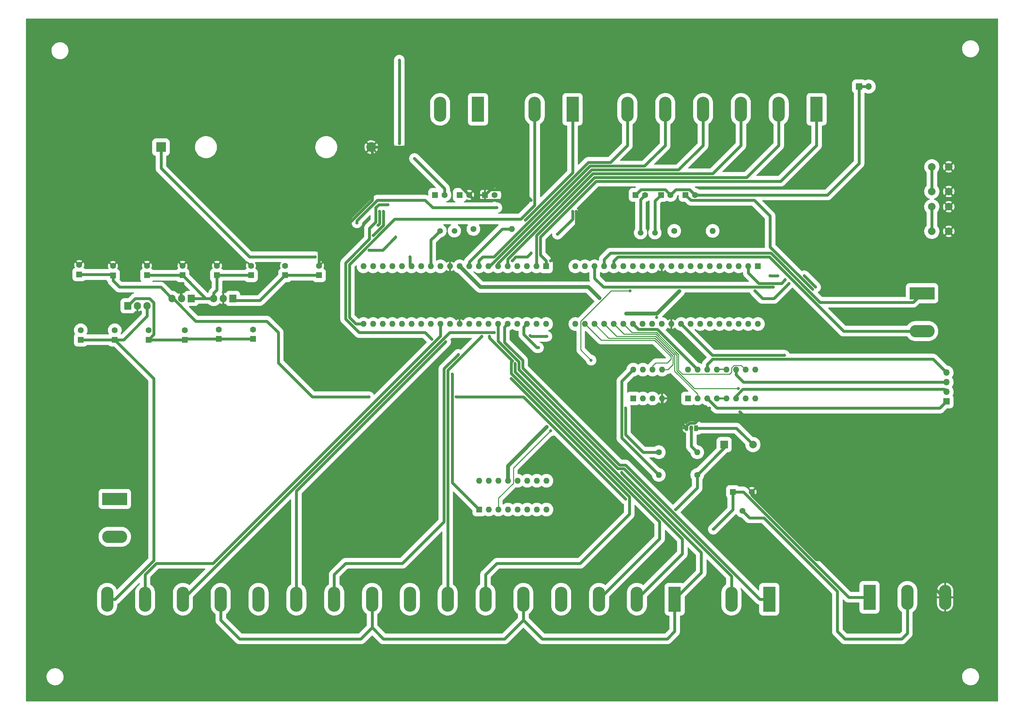
<source format=gbl>
%TF.GenerationSoftware,KiCad,Pcbnew,(6.0.4)*%
%TF.CreationDate,2022-06-08T08:46:44+05:30*%
%TF.ProjectId,Full PCB,46756c6c-2050-4434-922e-6b696361645f,Group 18*%
%TF.SameCoordinates,Original*%
%TF.FileFunction,Copper,L2,Bot*%
%TF.FilePolarity,Positive*%
%FSLAX46Y46*%
G04 Gerber Fmt 4.6, Leading zero omitted, Abs format (unit mm)*
G04 Created by KiCad (PCBNEW (6.0.4)) date 2022-06-08 08:46:44*
%MOMM*%
%LPD*%
G01*
G04 APERTURE LIST*
%TA.AperFunction,ComponentPad*%
%ADD10R,1.600000X1.600000*%
%TD*%
%TA.AperFunction,ComponentPad*%
%ADD11C,1.600000*%
%TD*%
%TA.AperFunction,ComponentPad*%
%ADD12R,2.000000X2.000000*%
%TD*%
%TA.AperFunction,ComponentPad*%
%ADD13C,2.000000*%
%TD*%
%TA.AperFunction,ComponentPad*%
%ADD14C,1.500000*%
%TD*%
%TA.AperFunction,ComponentPad*%
%ADD15R,2.600000X2.600000*%
%TD*%
%TA.AperFunction,ComponentPad*%
%ADD16C,2.600000*%
%TD*%
%TA.AperFunction,ComponentPad*%
%ADD17R,3.300000X6.600000*%
%TD*%
%TA.AperFunction,ComponentPad*%
%ADD18O,3.300000X6.600000*%
%TD*%
%TA.AperFunction,ComponentPad*%
%ADD19R,1.700000X1.700000*%
%TD*%
%TA.AperFunction,ComponentPad*%
%ADD20O,1.700000X1.700000*%
%TD*%
%TA.AperFunction,ComponentPad*%
%ADD21O,1.600000X1.600000*%
%TD*%
%TA.AperFunction,ComponentPad*%
%ADD22R,1.050000X1.500000*%
%TD*%
%TA.AperFunction,ComponentPad*%
%ADD23O,1.050000X1.500000*%
%TD*%
%TA.AperFunction,ComponentPad*%
%ADD24R,1.905000X2.000000*%
%TD*%
%TA.AperFunction,ComponentPad*%
%ADD25O,1.905000X2.000000*%
%TD*%
%TA.AperFunction,ComponentPad*%
%ADD26R,6.600000X3.300000*%
%TD*%
%TA.AperFunction,ComponentPad*%
%ADD27O,6.600000X3.300000*%
%TD*%
%TA.AperFunction,ComponentPad*%
%ADD28R,1.560000X1.560000*%
%TD*%
%TA.AperFunction,ComponentPad*%
%ADD29C,1.560000*%
%TD*%
%TA.AperFunction,ViaPad*%
%ADD30C,0.800000*%
%TD*%
%TA.AperFunction,Conductor*%
%ADD31C,0.800000*%
%TD*%
%TA.AperFunction,Conductor*%
%ADD32C,0.250000*%
%TD*%
%TA.AperFunction,Conductor*%
%ADD33C,1.000000*%
%TD*%
G04 APERTURE END LIST*
D10*
%TO.P,C1,1*%
%TO.N,Net-(RV1-Pad1)*%
X179793233Y-185910225D03*
D11*
%TO.P,C1,2*%
%TO.N,Net-(C1-Pad2)*%
X179793233Y-183410225D03*
%TD*%
D12*
%TO.P,BZ1,1,-*%
%TO.N,Net-(BZ1-Pad1)*%
X349868233Y-213625000D03*
D13*
%TO.P,BZ1,2,+*%
%TO.N,Net-(BZ1-Pad2)*%
X357468233Y-213625000D03*
%TD*%
%TO.P,SW2,1,1*%
%TO.N,Net-(R2-Pad2)*%
X404750000Y-150750000D03*
X404750000Y-157250000D03*
%TO.P,SW2,2,2*%
%TO.N,GND*%
X409250000Y-150750000D03*
X409250000Y-157250000D03*
%TD*%
D10*
%TO.P,C3,1*%
%TO.N,Net-(C3-Pad1)*%
X197703233Y-185910225D03*
D11*
%TO.P,C3,2*%
%TO.N,Net-(C1-Pad2)*%
X197703233Y-183410225D03*
%TD*%
D14*
%TO.P,Crystal2,1,1*%
%TO.N,Net-(C18-Pad2)*%
X327768233Y-157625000D03*
%TO.P,Crystal2,2,2*%
%TO.N,Net-(C19-Pad1)*%
X331568233Y-157625000D03*
%TD*%
D10*
%TO.P,C13,1*%
%TO.N,Net-(14.8V1-Pad1)*%
X233793233Y-168865337D03*
D11*
%TO.P,C13,2*%
%TO.N,GND*%
X233793233Y-166365337D03*
%TD*%
D10*
%TO.P,C18,1*%
%TO.N,Net-(C18-Pad1)*%
X326463121Y-147625000D03*
D11*
%TO.P,C18,2*%
%TO.N,Net-(C18-Pad2)*%
X328963121Y-147625000D03*
%TD*%
D14*
%TO.P,Crystal1,1,1*%
%TO.N,Net-(C17-Pad2)*%
X274768233Y-157125000D03*
%TO.P,Crystal1,2,2*%
%TO.N,Net-(C16-Pad1)*%
X278568233Y-157125000D03*
%TD*%
D15*
%TO.P,14.8V1,1,+*%
%TO.N,Net-(14.8V1-Pad1)*%
X200993233Y-135000000D03*
D16*
%TO.P,14.8V1,2,-*%
%TO.N,GND*%
X256593233Y-135000000D03*
%TD*%
D17*
%TO.P,LCD1,1,Pin_1*%
%TO.N,Net-(SECONDARY1-Pad1)*%
X374293233Y-125000000D03*
D18*
%TO.P,LCD1,2,Pin_2*%
%TO.N,Net-(SECONDARY1-Pad2)*%
X364293233Y-125000000D03*
%TO.P,LCD1,3,Pin_3*%
%TO.N,Net-(SECONDARY1-Pad5)*%
X354293233Y-125000000D03*
%TO.P,LCD1,4,Pin_4*%
%TO.N,Net-(SECONDARY1-Pad6)*%
X344293233Y-125000000D03*
%TO.P,LCD1,5,Pin_5*%
%TO.N,Net-(SECONDARY1-Pad7)*%
X334293233Y-125000000D03*
%TO.P,LCD1,6,Pin_6*%
%TO.N,Net-(SECONDARY1-Pad8)*%
X324293233Y-125000000D03*
%TD*%
D19*
%TO.P,DCMotor1,1,Pin_1*%
%TO.N,Net-(DCMotor1-Pad1)*%
X408668233Y-202205000D03*
D20*
%TO.P,DCMotor1,2,Pin_2*%
%TO.N,Net-(DCMotor1-Pad2)*%
X408668233Y-199665000D03*
%TO.P,DCMotor1,3,Pin_3*%
%TO.N,Net-(DCMotor1-Pad3)*%
X408668233Y-197125000D03*
%TO.P,DCMotor1,4,Pin_4*%
%TO.N,Net-(DCMotor1-Pad4)*%
X408668233Y-194585000D03*
%TD*%
D10*
%TO.P,U5,1,X1*%
%TO.N,unconnected-(U5-Pad1)*%
X325868233Y-201425000D03*
D21*
%TO.P,U5,2,X2*%
%TO.N,unconnected-(U5-Pad2)*%
X328408233Y-201425000D03*
%TO.P,U5,3,VBAT*%
%TO.N,unconnected-(U5-Pad3)*%
X330948233Y-201425000D03*
%TO.P,U5,4,GND*%
%TO.N,GND*%
X333488233Y-201425000D03*
%TO.P,U5,5,SDA*%
%TO.N,Net-(MAIN1-Pad23)*%
X333488233Y-193805000D03*
%TO.P,U5,6,SCL*%
%TO.N,Net-(MAIN1-Pad22)*%
X330948233Y-193805000D03*
%TO.P,U5,7,SQW/OUT*%
%TO.N,unconnected-(U5-Pad7)*%
X328408233Y-193805000D03*
%TO.P,U5,8,VCC*%
%TO.N,Net-(R3-Pad2)*%
X325868233Y-193805000D03*
%TD*%
D22*
%TO.P,Q1,1,C*%
%TO.N,Net-(BZ1-Pad2)*%
X342438233Y-209265000D03*
D23*
%TO.P,Q1,2,B*%
%TO.N,Net-(Q1-Pad2)*%
X341168233Y-209265000D03*
%TO.P,Q1,3,E*%
%TO.N,GND*%
X339898233Y-209265000D03*
%TD*%
D10*
%TO.P,C15,1*%
%TO.N,Net-(C15-Pad1)*%
X273463121Y-147625000D03*
D11*
%TO.P,C15,2*%
%TO.N,Net-(C15-Pad2)*%
X275963121Y-147625000D03*
%TD*%
D10*
%TO.P,C14,1*%
%TO.N,Net-(14.8V1-Pad1)*%
X242793233Y-168865337D03*
D11*
%TO.P,C14,2*%
%TO.N,GND*%
X242793233Y-166365337D03*
%TD*%
D19*
%TO.P,Servo2,1,Pin_1*%
%TO.N,Net-(C18-Pad1)*%
X385543233Y-118975000D03*
D20*
%TO.P,Servo2,2,Pin_2*%
X388083233Y-118975000D03*
%TD*%
D17*
%TO.P,RXD1,1,Pin_1*%
%TO.N,Net-(RXD1-Pad1)*%
X284793233Y-125000000D03*
D18*
%TO.P,RXD1,2,Pin_2*%
%TO.N,Net-(RXD1-Pad2)*%
X274793233Y-125000000D03*
%TD*%
D24*
%TO.P,U1,1,IN*%
%TO.N,Net-(C3-Pad1)*%
X192253233Y-176945000D03*
D25*
%TO.P,U1,2,GND*%
%TO.N,GND*%
X194793233Y-176945000D03*
%TO.P,U1,3,OUT*%
%TO.N,Net-(RV1-Pad1)*%
X197333233Y-176945000D03*
%TD*%
D26*
%TO.P,GSM1,1,Pin_1*%
%TO.N,Net-(GSM1-Pad1)*%
X188793233Y-228000000D03*
D27*
%TO.P,GSM1,2,Pin_2*%
%TO.N,Net-(GSM1-Pad2)*%
X188793233Y-238000000D03*
%TD*%
D10*
%TO.P,SECONDARY1,1,PB0*%
%TO.N,Net-(SECONDARY1-Pad1)*%
X302793233Y-166500000D03*
D21*
%TO.P,SECONDARY1,2,PB1*%
%TO.N,Net-(SECONDARY1-Pad2)*%
X300253233Y-166500000D03*
%TO.P,SECONDARY1,3,PB2*%
%TO.N,Net-(SECONDARY1-Pad3)*%
X297713233Y-166500000D03*
%TO.P,SECONDARY1,4,PB3*%
%TO.N,Net-(SECONDARY1-Pad4)*%
X295173233Y-166500000D03*
%TO.P,SECONDARY1,5,PB4*%
%TO.N,Net-(SECONDARY1-Pad5)*%
X292633233Y-166500000D03*
%TO.P,SECONDARY1,6,PB5*%
%TO.N,Net-(SECONDARY1-Pad6)*%
X290093233Y-166500000D03*
%TO.P,SECONDARY1,7,PB6*%
%TO.N,Net-(SECONDARY1-Pad7)*%
X287553233Y-166500000D03*
%TO.P,SECONDARY1,8,PB7*%
%TO.N,Net-(SECONDARY1-Pad8)*%
X285013233Y-166500000D03*
%TO.P,SECONDARY1,9,~{RESET}*%
%TO.N,Net-(R1-Pad2)*%
X282473233Y-166500000D03*
%TO.P,SECONDARY1,10,VCC*%
%TO.N,+5V*%
X279933233Y-166500000D03*
%TO.P,SECONDARY1,11,GND*%
%TO.N,GND*%
X277393233Y-166500000D03*
%TO.P,SECONDARY1,12,XTAL2*%
%TO.N,Net-(C16-Pad1)*%
X274853233Y-166500000D03*
%TO.P,SECONDARY1,13,XTAL1*%
%TO.N,Net-(C17-Pad2)*%
X272313233Y-166500000D03*
%TO.P,SECONDARY1,14,PD0*%
%TO.N,Net-(RXD1-Pad1)*%
X269773233Y-166500000D03*
%TO.P,SECONDARY1,15,PD1*%
%TO.N,Net-(RXD1-Pad2)*%
X267233233Y-166500000D03*
%TO.P,SECONDARY1,16,PD2*%
%TO.N,unconnected-(SECONDARY1-Pad16)*%
X264693233Y-166500000D03*
%TO.P,SECONDARY1,17,PD3*%
%TO.N,unconnected-(SECONDARY1-Pad17)*%
X262153233Y-166500000D03*
%TO.P,SECONDARY1,18,PD4*%
%TO.N,unconnected-(SECONDARY1-Pad18)*%
X259613233Y-166500000D03*
%TO.P,SECONDARY1,19,PD5*%
%TO.N,unconnected-(SECONDARY1-Pad19)*%
X257073233Y-166500000D03*
%TO.P,SECONDARY1,20,PD6*%
%TO.N,unconnected-(SECONDARY1-Pad20)*%
X254533233Y-166500000D03*
%TO.P,SECONDARY1,21,PD7*%
%TO.N,Net-(SECONDARY1-Pad21)*%
X254533233Y-181740000D03*
%TO.P,SECONDARY1,22,PC0*%
%TO.N,unconnected-(SECONDARY1-Pad22)*%
X257073233Y-181740000D03*
%TO.P,SECONDARY1,23,PC1*%
%TO.N,unconnected-(SECONDARY1-Pad23)*%
X259613233Y-181740000D03*
%TO.P,SECONDARY1,24,PC2*%
%TO.N,unconnected-(SECONDARY1-Pad24)*%
X262153233Y-181740000D03*
%TO.P,SECONDARY1,25,PC3*%
%TO.N,unconnected-(SECONDARY1-Pad25)*%
X264693233Y-181740000D03*
%TO.P,SECONDARY1,26,PC4*%
%TO.N,unconnected-(SECONDARY1-Pad26)*%
X267233233Y-181740000D03*
%TO.P,SECONDARY1,27,PC5*%
%TO.N,unconnected-(SECONDARY1-Pad27)*%
X269773233Y-181740000D03*
%TO.P,SECONDARY1,28,PC6*%
%TO.N,Net-(SECONDARY1-Pad28)*%
X272313233Y-181740000D03*
%TO.P,SECONDARY1,29,PC7*%
%TO.N,Net-(SECONDARY1-Pad29)*%
X274853233Y-181740000D03*
%TO.P,SECONDARY1,30,AVCC*%
%TO.N,unconnected-(SECONDARY1-Pad30)*%
X277393233Y-181740000D03*
%TO.P,SECONDARY1,31,GND*%
%TO.N,GND*%
X279933233Y-181740000D03*
%TO.P,SECONDARY1,32,AREF*%
%TO.N,Net-(C15-Pad1)*%
X282473233Y-181740000D03*
%TO.P,SECONDARY1,33,PA7*%
%TO.N,unconnected-(SECONDARY1-Pad33)*%
X285013233Y-181740000D03*
%TO.P,SECONDARY1,34,PA6*%
%TO.N,Net-(SECONDARY1-Pad34)*%
X287553233Y-181740000D03*
%TO.P,SECONDARY1,35,PA5*%
%TO.N,Net-(IR1-Pad2)*%
X290093233Y-181740000D03*
%TO.P,SECONDARY1,36,PA4*%
%TO.N,Net-(IR1-Pad1)*%
X292633233Y-181740000D03*
%TO.P,SECONDARY1,37,PA3*%
%TO.N,Net-(SECONDARY1-Pad37)*%
X295173233Y-181740000D03*
%TO.P,SECONDARY1,38,PA2*%
%TO.N,Net-(SECONDARY1-Pad38)*%
X297713233Y-181740000D03*
%TO.P,SECONDARY1,39,PA1*%
%TO.N,Net-(SECONDARY1-Pad39)*%
X300253233Y-181740000D03*
%TO.P,SECONDARY1,40,PA0*%
%TO.N,Net-(SECONDARY1-Pad40)*%
X302793233Y-181740000D03*
%TD*%
D10*
%TO.P,C12,1*%
%TO.N,Net-(C10-Pad1)*%
X224793233Y-168865337D03*
D11*
%TO.P,C12,2*%
%TO.N,GND*%
X224793233Y-166365337D03*
%TD*%
D24*
%TO.P,U2,1,IN*%
%TO.N,Net-(C10-Pad1)*%
X209000000Y-175000000D03*
D25*
%TO.P,U2,2,GND*%
%TO.N,GND*%
X206460000Y-175000000D03*
%TO.P,U2,3,OUT*%
%TO.N,Net-(BZ1-Pad1)*%
X203920000Y-175000000D03*
%TD*%
D28*
%TO.P,RV2,1,1*%
%TO.N,Net-(RV1-Pad1)*%
X352168233Y-226125000D03*
D29*
%TO.P,RV2,2,2*%
%TO.N,Net-(RV1-Pad2)*%
X354668233Y-231125000D03*
%TO.P,RV2,3,3*%
%TO.N,GND*%
X357168233Y-226125000D03*
%TD*%
D11*
%TO.P,R3,1*%
%TO.N,Net-(BZ1-Pad1)*%
X342748233Y-221625000D03*
D21*
%TO.P,R3,2*%
%TO.N,Net-(R3-Pad2)*%
X332588233Y-221625000D03*
%TD*%
D26*
%TO.P,OpticalEncoder1,1,Pin_1*%
%TO.N,Net-(MAIN1-Pad17)*%
X402168233Y-173625000D03*
D27*
%TO.P,OpticalEncoder1,2,Pin_2*%
%TO.N,Net-(MAIN1-Pad16)*%
X402168233Y-183625000D03*
%TD*%
D10*
%TO.P,U6,1,EN1\u002C2*%
%TO.N,Net-(MAIN1-Pad19)*%
X340293233Y-201425000D03*
D21*
%TO.P,U6,2,1A*%
%TO.N,Net-(MAIN1-Pad24)*%
X342833233Y-201425000D03*
%TO.P,U6,3,1Y*%
%TO.N,Net-(DCMotor1-Pad1)*%
X345373233Y-201425000D03*
%TO.P,U6,4,GND*%
%TO.N,GND*%
X347913233Y-201425000D03*
%TO.P,U6,5,GND*%
X350453233Y-201425000D03*
%TO.P,U6,6,2Y*%
%TO.N,Net-(DCMotor1-Pad2)*%
X352993233Y-201425000D03*
%TO.P,U6,7,2A*%
%TO.N,Net-(MAIN1-Pad25)*%
X355533233Y-201425000D03*
%TO.P,U6,8,VCC2*%
%TO.N,+12V*%
X358073233Y-201425000D03*
%TO.P,U6,9,EN3\u002C4*%
%TO.N,Net-(MAIN1-Pad18)*%
X358073233Y-193805000D03*
%TO.P,U6,10,3A*%
%TO.N,Net-(MAIN1-Pad26)*%
X355533233Y-193805000D03*
%TO.P,U6,11,3Y*%
%TO.N,Net-(DCMotor1-Pad3)*%
X352993233Y-193805000D03*
%TO.P,U6,12,GND*%
%TO.N,GND*%
X350453233Y-193805000D03*
%TO.P,U6,13,GND*%
X347913233Y-193805000D03*
%TO.P,U6,14,4Y*%
%TO.N,Net-(DCMotor1-Pad4)*%
X345373233Y-193805000D03*
%TO.P,U6,15,4A*%
%TO.N,Net-(MAIN1-Pad27)*%
X342833233Y-193805000D03*
%TO.P,U6,16,VCC1*%
%TO.N,+5V*%
X340293233Y-193805000D03*
%TD*%
D10*
%TO.P,C17,1*%
%TO.N,GND*%
X286668233Y-147625000D03*
D11*
%TO.P,C17,2*%
%TO.N,Net-(C17-Pad2)*%
X289168233Y-147625000D03*
%TD*%
D17*
%TO.P,IR1,1,Pin_1*%
%TO.N,Net-(IR1-Pad1)*%
X361793233Y-254500000D03*
D18*
%TO.P,IR1,2,Pin_2*%
%TO.N,Net-(IR1-Pad2)*%
X351793233Y-254500000D03*
%TD*%
D24*
%TO.P,U3,1,IN*%
%TO.N,Net-(14.8V1-Pad1)*%
X220000000Y-175000000D03*
D25*
%TO.P,U3,2,GND*%
%TO.N,GND*%
X217460000Y-175000000D03*
%TO.P,U3,3,OUT*%
%TO.N,Net-(C10-Pad1)*%
X214920000Y-175000000D03*
%TD*%
D11*
%TO.P,R2,1*%
%TO.N,Net-(MAIN1-Pad9)*%
X336668233Y-157125000D03*
D21*
%TO.P,R2,2*%
%TO.N,Net-(R2-Pad2)*%
X346828233Y-157125000D03*
%TD*%
D10*
%TO.P,MAIN1,1,PB0*%
%TO.N,Net-(MAIN1-Pad1)*%
X358793233Y-166500000D03*
D21*
%TO.P,MAIN1,2,PB1*%
%TO.N,Net-(MAIN1-Pad2)*%
X356253233Y-166500000D03*
%TO.P,MAIN1,3,PB2*%
%TO.N,unconnected-(MAIN1-Pad3)*%
X353713233Y-166500000D03*
%TO.P,MAIN1,4,PB3*%
%TO.N,unconnected-(MAIN1-Pad4)*%
X351173233Y-166500000D03*
%TO.P,MAIN1,5,PB4*%
%TO.N,unconnected-(MAIN1-Pad5)*%
X348633233Y-166500000D03*
%TO.P,MAIN1,6,PB5*%
%TO.N,unconnected-(MAIN1-Pad6)*%
X346093233Y-166500000D03*
%TO.P,MAIN1,7,PB6*%
%TO.N,unconnected-(MAIN1-Pad7)*%
X343553233Y-166500000D03*
%TO.P,MAIN1,8,PB7*%
%TO.N,unconnected-(MAIN1-Pad8)*%
X341013233Y-166500000D03*
%TO.P,MAIN1,9,~{RESET}*%
%TO.N,Net-(MAIN1-Pad9)*%
X338473233Y-166500000D03*
%TO.P,MAIN1,10,VCC*%
%TO.N,+5V*%
X335933233Y-166500000D03*
%TO.P,MAIN1,11,GND*%
%TO.N,GND*%
X333393233Y-166500000D03*
%TO.P,MAIN1,12,XTAL2*%
%TO.N,Net-(C19-Pad1)*%
X330853233Y-166500000D03*
%TO.P,MAIN1,13,XTAL1*%
%TO.N,Net-(C18-Pad2)*%
X328313233Y-166500000D03*
%TO.P,MAIN1,14,PD0*%
%TO.N,Net-(MAIN1-Pad14)*%
X325773233Y-166500000D03*
%TO.P,MAIN1,15,PD1*%
%TO.N,Net-(MAIN1-Pad15)*%
X323233233Y-166500000D03*
%TO.P,MAIN1,16,PD2*%
%TO.N,Net-(MAIN1-Pad16)*%
X320693233Y-166500000D03*
%TO.P,MAIN1,17,PD3*%
%TO.N,Net-(MAIN1-Pad17)*%
X318153233Y-166500000D03*
%TO.P,MAIN1,18,PD4*%
%TO.N,Net-(MAIN1-Pad18)*%
X315613233Y-166500000D03*
%TO.P,MAIN1,19,PD5*%
%TO.N,Net-(MAIN1-Pad19)*%
X313073233Y-166500000D03*
%TO.P,MAIN1,20,PD6*%
%TO.N,Net-(MAIN1-Pad20)*%
X310533233Y-166500000D03*
%TO.P,MAIN1,21,PD7*%
%TO.N,unconnected-(MAIN1-Pad21)*%
X310533233Y-181740000D03*
%TO.P,MAIN1,22,PC0*%
%TO.N,Net-(MAIN1-Pad22)*%
X313073233Y-181740000D03*
%TO.P,MAIN1,23,PC1*%
%TO.N,Net-(MAIN1-Pad23)*%
X315613233Y-181740000D03*
%TO.P,MAIN1,24,PC2*%
%TO.N,Net-(MAIN1-Pad24)*%
X318153233Y-181740000D03*
%TO.P,MAIN1,25,PC3*%
%TO.N,Net-(MAIN1-Pad25)*%
X320693233Y-181740000D03*
%TO.P,MAIN1,26,PC4*%
%TO.N,Net-(MAIN1-Pad26)*%
X323233233Y-181740000D03*
%TO.P,MAIN1,27,PC5*%
%TO.N,Net-(MAIN1-Pad27)*%
X325773233Y-181740000D03*
%TO.P,MAIN1,28,PC6*%
%TO.N,unconnected-(MAIN1-Pad28)*%
X328313233Y-181740000D03*
%TO.P,MAIN1,29,PC7*%
%TO.N,unconnected-(MAIN1-Pad29)*%
X330853233Y-181740000D03*
%TO.P,MAIN1,30,AVCC*%
%TO.N,unconnected-(MAIN1-Pad30)*%
X333393233Y-181740000D03*
%TO.P,MAIN1,31,GND*%
%TO.N,GND*%
X335933233Y-181740000D03*
%TO.P,MAIN1,32,AREF*%
%TO.N,Net-(C20-Pad1)*%
X338473233Y-181740000D03*
%TO.P,MAIN1,33,PA7*%
%TO.N,unconnected-(MAIN1-Pad33)*%
X341013233Y-181740000D03*
%TO.P,MAIN1,34,PA6*%
%TO.N,unconnected-(MAIN1-Pad34)*%
X343553233Y-181740000D03*
%TO.P,MAIN1,35,PA5*%
%TO.N,unconnected-(MAIN1-Pad35)*%
X346093233Y-181740000D03*
%TO.P,MAIN1,36,PA4*%
%TO.N,unconnected-(MAIN1-Pad36)*%
X348633233Y-181740000D03*
%TO.P,MAIN1,37,PA3*%
%TO.N,unconnected-(MAIN1-Pad37)*%
X351173233Y-181740000D03*
%TO.P,MAIN1,38,PA2*%
%TO.N,unconnected-(MAIN1-Pad38)*%
X353713233Y-181740000D03*
%TO.P,MAIN1,39,PA1*%
%TO.N,unconnected-(MAIN1-Pad39)*%
X356253233Y-181740000D03*
%TO.P,MAIN1,40,PA0*%
%TO.N,unconnected-(MAIN1-Pad40)*%
X358793233Y-181740000D03*
%TD*%
D10*
%TO.P,C11,1*%
%TO.N,Net-(C10-Pad1)*%
X215793233Y-168865337D03*
D11*
%TO.P,C11,2*%
%TO.N,GND*%
X215793233Y-166365337D03*
%TD*%
D10*
%TO.P,C20,1*%
%TO.N,Net-(C20-Pad1)*%
X339668233Y-147625000D03*
D11*
%TO.P,C20,2*%
%TO.N,Net-(C18-Pad1)*%
X342168233Y-147625000D03*
%TD*%
D10*
%TO.P,C5,1*%
%TO.N,Net-(C3-Pad1)*%
X216293233Y-185705113D03*
D11*
%TO.P,C5,2*%
%TO.N,Net-(C1-Pad2)*%
X216293233Y-183205113D03*
%TD*%
D10*
%TO.P,C2,1*%
%TO.N,Net-(RV1-Pad1)*%
X188793233Y-185910225D03*
D11*
%TO.P,C2,2*%
%TO.N,Net-(C1-Pad2)*%
X188793233Y-183410225D03*
%TD*%
D10*
%TO.P,C8,1*%
%TO.N,Net-(BZ1-Pad1)*%
X188293233Y-168910225D03*
D11*
%TO.P,C8,2*%
%TO.N,GND*%
X188293233Y-166410225D03*
%TD*%
D10*
%TO.P,C19,1*%
%TO.N,Net-(C19-Pad1)*%
X333168233Y-147625000D03*
D11*
%TO.P,C19,2*%
%TO.N,Net-(C18-Pad1)*%
X335668233Y-147625000D03*
%TD*%
D10*
%TO.P,C10,1*%
%TO.N,Net-(C10-Pad1)*%
X206703233Y-168865337D03*
D11*
%TO.P,C10,2*%
%TO.N,GND*%
X206703233Y-166365337D03*
%TD*%
D10*
%TO.P,C6,1*%
%TO.N,Net-(C3-Pad1)*%
X225293233Y-185705113D03*
D11*
%TO.P,C6,2*%
%TO.N,Net-(C1-Pad2)*%
X225293233Y-183205113D03*
%TD*%
D10*
%TO.P,C7,1*%
%TO.N,Net-(BZ1-Pad1)*%
X179383233Y-168660225D03*
D11*
%TO.P,C7,2*%
%TO.N,GND*%
X179383233Y-166160225D03*
%TD*%
D17*
%TO.P,US1,1,Pin_1*%
%TO.N,Net-(C18-Pad1)*%
X336793233Y-254500000D03*
D18*
%TO.P,US1,2,Pin_2*%
%TO.N,Net-(SECONDARY1-Pad40)*%
X326793233Y-254500000D03*
%TO.P,US1,3,Pin_3*%
%TO.N,Net-(SECONDARY1-Pad34)*%
X316793233Y-254500000D03*
%TO.P,US1,4,Pin_4*%
%TO.N,Net-(RV1-Pad1)*%
X306793233Y-254500000D03*
%TO.P,US1,5,Pin_5*%
%TO.N,Net-(C18-Pad1)*%
X296793233Y-254500000D03*
%TO.P,US1,6,Pin_6*%
%TO.N,Net-(SECONDARY1-Pad39)*%
X286793233Y-254500000D03*
%TO.P,US1,7,Pin_7*%
%TO.N,Net-(SECONDARY1-Pad3)*%
X276793233Y-254500000D03*
%TO.P,US1,8,Pin_8*%
%TO.N,Net-(RV1-Pad1)*%
X266793233Y-254500000D03*
%TO.P,US1,9,Pin_9*%
%TO.N,Net-(C18-Pad1)*%
X256793233Y-254500000D03*
%TO.P,US1,10,Pin_10*%
%TO.N,Net-(SECONDARY1-Pad38)*%
X246793233Y-254500000D03*
%TO.P,US1,11,Pin_11*%
%TO.N,Net-(SECONDARY1-Pad28)*%
X236793233Y-254500000D03*
%TO.P,US1,12,Pin_12*%
%TO.N,Net-(RV1-Pad1)*%
X226793233Y-254500000D03*
%TO.P,US1,13,Pin_13*%
%TO.N,Net-(C18-Pad1)*%
X216793233Y-254500000D03*
%TO.P,US1,14,Pin_14*%
%TO.N,Net-(SECONDARY1-Pad37)*%
X206793233Y-254500000D03*
%TO.P,US1,15,Pin_15*%
%TO.N,Net-(SECONDARY1-Pad29)*%
X196793233Y-254500000D03*
%TO.P,US1,16,Pin_16*%
%TO.N,Net-(RV1-Pad1)*%
X186793233Y-254500000D03*
%TD*%
D11*
%TO.P,R1,1*%
%TO.N,Net-(R1-Pad1)*%
X283588233Y-156625000D03*
D21*
%TO.P,R1,2*%
%TO.N,Net-(R1-Pad2)*%
X293748233Y-156625000D03*
%TD*%
D10*
%TO.P,U4,1,Y0*%
%TO.N,Net-(RXD1-Pad2)*%
X285125000Y-230800000D03*
D21*
%TO.P,U4,2,Y2*%
%TO.N,unconnected-(U4-Pad2)*%
X287665000Y-230800000D03*
%TO.P,U4,3,Y*%
%TO.N,Net-(MAIN1-Pad14)*%
X290205000Y-230800000D03*
%TO.P,U4,4,Y3*%
%TO.N,unconnected-(U4-Pad4)*%
X292745000Y-230800000D03*
%TO.P,U4,5,Y1*%
%TO.N,Net-(GSM1-Pad2)*%
X295285000Y-230800000D03*
%TO.P,U4,6,Inh*%
%TO.N,Net-(C15-Pad2)*%
X297825000Y-230800000D03*
%TO.P,U4,7,VEE*%
%TO.N,unconnected-(U4-Pad7)*%
X300365000Y-230800000D03*
%TO.P,U4,8,VSS*%
%TO.N,unconnected-(U4-Pad8)*%
X302905000Y-230800000D03*
%TO.P,U4,9,B*%
%TO.N,Net-(MAIN1-Pad1)*%
X302905000Y-223180000D03*
%TO.P,U4,10,A*%
%TO.N,Net-(MAIN1-Pad2)*%
X300365000Y-223180000D03*
%TO.P,U4,11,X3*%
%TO.N,unconnected-(U4-Pad11)*%
X297825000Y-223180000D03*
%TO.P,U4,12,X0*%
%TO.N,Net-(RXD1-Pad1)*%
X295285000Y-223180000D03*
%TO.P,U4,13,X*%
%TO.N,Net-(MAIN1-Pad15)*%
X292745000Y-223180000D03*
%TO.P,U4,14,X1*%
%TO.N,Net-(GSM1-Pad1)*%
X290205000Y-223180000D03*
%TO.P,U4,15,X2*%
%TO.N,unconnected-(U4-Pad15)*%
X287665000Y-223180000D03*
%TO.P,U4,16,VDD*%
%TO.N,unconnected-(U4-Pad16)*%
X285125000Y-223180000D03*
%TD*%
D10*
%TO.P,C16,1*%
%TO.N,Net-(C16-Pad1)*%
X279963121Y-147625000D03*
D11*
%TO.P,C16,2*%
%TO.N,GND*%
X282463121Y-147625000D03*
%TD*%
D10*
%TO.P,C4,1*%
%TO.N,Net-(C3-Pad1)*%
X207293233Y-185910225D03*
D11*
%TO.P,C4,2*%
%TO.N,Net-(C1-Pad2)*%
X207293233Y-183410225D03*
%TD*%
D17*
%TO.P,Servo1,1,Pin_1*%
%TO.N,Net-(SECONDARY1-Pad4)*%
X309793233Y-125000000D03*
D18*
%TO.P,Servo1,2,Pin_2*%
%TO.N,Net-(SECONDARY1-Pad21)*%
X299793233Y-125000000D03*
%TD*%
D11*
%TO.P,R4,1*%
%TO.N,Net-(MAIN1-Pad20)*%
X332588233Y-215625000D03*
D21*
%TO.P,R4,2*%
%TO.N,Net-(Q1-Pad2)*%
X342748233Y-215625000D03*
%TD*%
D10*
%TO.P,C9,1*%
%TO.N,Net-(C10-Pad1)*%
X197293233Y-168865337D03*
D11*
%TO.P,C9,2*%
%TO.N,GND*%
X197293233Y-166365337D03*
%TD*%
D17*
%TO.P,RV1,1,Pin_1*%
%TO.N,Net-(RV1-Pad1)*%
X388293233Y-254000000D03*
D18*
%TO.P,RV1,2,Pin_2*%
%TO.N,Net-(RV1-Pad2)*%
X398293233Y-254000000D03*
%TO.P,RV1,3,Pin_3*%
%TO.N,GND*%
X408293233Y-254000000D03*
%TD*%
D13*
%TO.P,SW1,1,1*%
%TO.N,Net-(R1-Pad1)*%
X404750000Y-146700000D03*
X404750000Y-140200000D03*
%TO.P,SW1,2,2*%
%TO.N,GND*%
X409250000Y-146700000D03*
X409250000Y-140200000D03*
%TD*%
D30*
%TO.N,Net-(14.8V1-Pad1)*%
X241793713Y-164000000D03*
%TO.N,GND*%
X206793233Y-171000000D03*
X310793233Y-152000000D03*
X360103383Y-206103383D03*
X346000000Y-204000000D03*
X354000000Y-205000000D03*
X298793233Y-149000000D03*
X304000000Y-165000000D03*
%TO.N,Net-(BZ1-Pad1)*%
X323793733Y-228016904D03*
X256000000Y-201000000D03*
X337000000Y-230793233D03*
X279000000Y-201000000D03*
%TO.N,Net-(C15-Pad1)*%
X272586466Y-185793233D03*
X261000000Y-150206767D03*
%TO.N,Net-(C15-Pad2)*%
X264000000Y-134000000D03*
X264000000Y-112000000D03*
X268000000Y-138000000D03*
%TO.N,Net-(C16-Pad1)*%
X293793233Y-165000000D03*
X305793233Y-158000000D03*
X309793233Y-152000000D03*
X298793233Y-163000000D03*
%TO.N,Net-(C17-Pad2)*%
X256000000Y-162206767D03*
X263000000Y-158793233D03*
X252793233Y-155000000D03*
X289793233Y-151000000D03*
%TO.N,Net-(C20-Pad1)*%
X365793233Y-190000000D03*
X373206767Y-172586466D03*
%TO.N,Net-(C18-Pad1)*%
X322793233Y-221000000D03*
%TO.N,Net-(MAIN1-Pad1)*%
X371016917Y-168983082D03*
X367000000Y-171000000D03*
X358000000Y-173000000D03*
X374033355Y-171999520D03*
X362000000Y-169000000D03*
X364000000Y-169000000D03*
%TO.N,+5V*%
X316916976Y-174916976D03*
X332000000Y-180000000D03*
X338000000Y-173099520D03*
X324000000Y-179000000D03*
%TO.N,Net-(MAIN1-Pad14)*%
X314689862Y-191310137D03*
X304000000Y-210000000D03*
X325000000Y-173000000D03*
%TO.N,Net-(MAIN1-Pad15)*%
X303000000Y-209000000D03*
%TO.N,Net-(MAIN1-Pad18)*%
X362793233Y-172000000D03*
%TO.N,Net-(MAIN1-Pad20)*%
X323793233Y-204000000D03*
%TO.N,Net-(MAIN1-Pad25)*%
X353586479Y-198793246D03*
%TO.N,Net-(RV1-Pad1)*%
X347000000Y-236000000D03*
%TO.N,Net-(RXD1-Pad1)*%
X259793233Y-152000000D03*
X257086466Y-158293233D03*
%TO.N,Net-(RXD1-Pad2)*%
X258379712Y-155586479D03*
X278000000Y-195000000D03*
X266793233Y-164000000D03*
X258793233Y-152000000D03*
%TO.N,Net-(SECONDARY1-Pad3)*%
X298586466Y-184793233D03*
X303000000Y-185000000D03*
X285793233Y-185000000D03*
%TO.N,Net-(SECONDARY1-Pad4)*%
X297314712Y-154237945D03*
%TO.N,Net-(SECONDARY1-Pad28)*%
X276250000Y-186456767D03*
%TO.N,Net-(SECONDARY1-Pad34)*%
X287793233Y-185000000D03*
%TO.N,Net-(SECONDARY1-Pad37)*%
X289093713Y-184000000D03*
%TO.N,Net-(SECONDARY1-Pad38)*%
X300793233Y-188000000D03*
X279586466Y-189793233D03*
%TO.N,Net-(SECONDARY1-Pad39)*%
X293586479Y-196206754D03*
%TO.N,Net-(SECONDARY1-Pad40)*%
X294586466Y-192206767D03*
%TO.N,Net-(MAIN1-Pad2)*%
X366000000Y-170000000D03*
%TD*%
D31*
%TO.N,Net-(14.8V1-Pad1)*%
X224407105Y-164000000D02*
X241793713Y-164000000D01*
X200993233Y-135000000D02*
X200993233Y-140586128D01*
X220550225Y-175550225D02*
X220000000Y-175000000D01*
X200993233Y-140586128D02*
X224407105Y-164000000D01*
X227108345Y-175550225D02*
X220550225Y-175550225D01*
X242793233Y-168865337D02*
X233793233Y-168865337D01*
X233793233Y-168865337D02*
X227108345Y-175550225D01*
%TO.N,GND*%
X397793233Y-244000000D02*
X374206767Y-244000000D01*
X340702442Y-207915480D02*
X339898233Y-208719689D01*
X250793233Y-155000000D02*
X246793233Y-155000000D01*
X333488233Y-202855000D02*
X339898233Y-209265000D01*
X346000000Y-204000000D02*
X342084520Y-207915480D01*
X298793233Y-149000000D02*
X296018722Y-146225489D01*
X288067744Y-146225489D02*
X286668233Y-147625000D01*
X408293233Y-253875000D02*
X407668233Y-253875000D01*
X374206767Y-244000000D02*
X357168233Y-226961466D01*
X355103383Y-206103383D02*
X360103383Y-206103383D01*
X342084520Y-207915480D02*
X340702442Y-207915480D01*
X256793233Y-149000000D02*
X250793233Y-155000000D01*
X282463121Y-147625000D02*
X283862632Y-149024511D01*
X283862632Y-149024511D02*
X298768722Y-149024511D01*
X242793233Y-159000000D02*
X242793233Y-166365337D01*
X310793233Y-152000000D02*
X310793233Y-158206767D01*
X357168233Y-226961466D02*
X357168233Y-226000000D01*
X206253233Y-171540000D02*
X206793233Y-171000000D01*
X256793233Y-135200000D02*
X256793233Y-149000000D01*
X354000000Y-205000000D02*
X355103383Y-206103383D01*
X269838121Y-135000000D02*
X282463121Y-147625000D01*
X339898233Y-208719689D02*
X339898233Y-209265000D01*
X310793233Y-158206767D02*
X304000000Y-165000000D01*
X407668233Y-253875000D02*
X397793233Y-244000000D01*
X246793233Y-155000000D02*
X242793233Y-159000000D01*
X256593233Y-135000000D02*
X256793233Y-135200000D01*
X206253233Y-174793233D02*
X206253233Y-171540000D01*
X298768722Y-149024511D02*
X298793233Y-149000000D01*
X256593233Y-135000000D02*
X269838121Y-135000000D01*
X206460000Y-175000000D02*
X206253233Y-174793233D01*
X296018722Y-146225489D02*
X288067744Y-146225489D01*
X333488233Y-201425000D02*
X333488233Y-202855000D01*
%TO.N,Net-(BZ1-Pad1)*%
X188043233Y-168660225D02*
X188293233Y-168910225D01*
X203920000Y-175000000D02*
X200920000Y-172000000D01*
X323793733Y-228016904D02*
X296776829Y-201000000D01*
X229000000Y-181000000D02*
X210217613Y-181000000D01*
X342748233Y-221625000D02*
X342748233Y-225045000D01*
X256000000Y-201000000D02*
X241000000Y-201000000D01*
X204217613Y-175000000D02*
X203920000Y-175000000D01*
X342748233Y-221625000D02*
X349868233Y-214505000D01*
X179383233Y-168660225D02*
X188043233Y-168660225D01*
X296776829Y-201000000D02*
X279000000Y-201000000D01*
X342748233Y-225045000D02*
X337000000Y-230793233D01*
X190000000Y-172000000D02*
X188293233Y-170293233D01*
X232000000Y-192000000D02*
X232000000Y-184000000D01*
X241000000Y-201000000D02*
X232000000Y-192000000D01*
X232000000Y-184000000D02*
X229000000Y-181000000D01*
X349868233Y-214505000D02*
X349868233Y-213625000D01*
X210217613Y-181000000D02*
X204217613Y-175000000D01*
X200920000Y-172000000D02*
X190000000Y-172000000D01*
X188293233Y-170293233D02*
X188293233Y-168910225D01*
%TO.N,Net-(BZ1-Pad2)*%
X353108233Y-209265000D02*
X342438233Y-209265000D01*
X357468233Y-213625000D02*
X353108233Y-209265000D01*
%TO.N,Net-(SECONDARY1-Pad1)*%
X301252753Y-158781082D02*
X301252753Y-163459520D01*
X374293233Y-134500000D02*
X364793233Y-144000000D01*
X301252753Y-163459520D02*
X302793233Y-165000000D01*
X302793233Y-165000000D02*
X302793233Y-166500000D01*
X374293233Y-125000000D02*
X374293233Y-134500000D01*
X364793233Y-144000000D02*
X316033835Y-144000000D01*
X316033835Y-144000000D02*
X301252753Y-158781082D01*
%TO.N,Net-(C3-Pad1)*%
X197703233Y-185910225D02*
X199102744Y-184510714D01*
X207498345Y-185705113D02*
X207293233Y-185910225D01*
X207293233Y-185910225D02*
X197703233Y-185910225D01*
X199102744Y-184510714D02*
X199102744Y-176102744D01*
X194198233Y-175000000D02*
X192253233Y-176945000D01*
X199102744Y-176102744D02*
X198000000Y-175000000D01*
X225293233Y-185705113D02*
X207498345Y-185705113D01*
X198000000Y-175000000D02*
X194198233Y-175000000D01*
%TO.N,Net-(C10-Pad1)*%
X206703233Y-168865337D02*
X212837896Y-175000000D01*
X212837896Y-175000000D02*
X214920000Y-175000000D01*
X215793233Y-168865337D02*
X215793233Y-172740225D01*
X224793233Y-168865337D02*
X215793233Y-168865337D01*
X215793233Y-172740225D02*
X214920000Y-173613458D01*
X209000000Y-175000000D02*
X214920000Y-175000000D01*
X197293233Y-168865337D02*
X206703233Y-168865337D01*
X214920000Y-173613458D02*
X214920000Y-175000000D01*
%TO.N,Net-(C15-Pad1)*%
X257793233Y-151000000D02*
X257793233Y-154759424D01*
X249793233Y-165586466D02*
X249793233Y-180413534D01*
X256086947Y-156465710D02*
X256086947Y-159292752D01*
X249793233Y-180413534D02*
X253379699Y-184000000D01*
X253379699Y-184000000D02*
X270793233Y-184000000D01*
X257793233Y-154759424D02*
X256086947Y-156465710D01*
X270793233Y-184000000D02*
X272586466Y-185793233D01*
X261000000Y-150206767D02*
X258586466Y-150206767D01*
X256086947Y-159292752D02*
X249793233Y-165586466D01*
X258586466Y-150206767D02*
X257793233Y-151000000D01*
%TO.N,Net-(C15-Pad2)*%
X268000000Y-138000000D02*
X275963121Y-145963121D01*
X275963121Y-145963121D02*
X275963121Y-147625000D01*
X264000000Y-112000000D02*
X264000000Y-134000000D01*
%TO.N,Net-(C16-Pad1)*%
X305793233Y-158000000D02*
X309793233Y-154000000D01*
X293793233Y-165000000D02*
X294793233Y-164000000D01*
X297793233Y-164000000D02*
X298793233Y-163000000D01*
X294793233Y-164000000D02*
X297793233Y-164000000D01*
X309793233Y-154000000D02*
X309793233Y-152000000D01*
%TO.N,Net-(C17-Pad2)*%
X252793233Y-155000000D02*
X252793233Y-154413534D01*
X258206767Y-149000000D02*
X270793233Y-149000000D01*
X259586466Y-162206767D02*
X256000000Y-162206767D01*
X274768233Y-157125000D02*
X272893233Y-159000000D01*
X270793233Y-149000000D02*
X272793233Y-151000000D01*
X272793233Y-151000000D02*
X289793233Y-151000000D01*
X263000000Y-158793233D02*
X259586466Y-162206767D01*
X272313233Y-159480000D02*
X272313233Y-166500000D01*
X252793233Y-154413534D02*
X258206767Y-149000000D01*
X272893233Y-159000000D02*
X272793233Y-159000000D01*
X272793233Y-159000000D02*
X272313233Y-159480000D01*
%TO.N,Net-(DCMotor1-Pad1)*%
X406873233Y-204000000D02*
X347948233Y-204000000D01*
X408668233Y-202205000D02*
X406873233Y-204000000D01*
X347948233Y-204000000D02*
X345373233Y-201425000D01*
%TO.N,Net-(C18-Pad2)*%
X327768233Y-157625000D02*
X327768233Y-148819888D01*
X327768233Y-148819888D02*
X328963121Y-147625000D01*
%TO.N,Net-(C19-Pad1)*%
X331568233Y-157625000D02*
X331568233Y-149225000D01*
X331568233Y-149225000D02*
X333168233Y-147625000D01*
%TO.N,Net-(C20-Pad1)*%
X365793233Y-190000000D02*
X346733233Y-190000000D01*
X339668233Y-147625000D02*
X341067744Y-149024511D01*
X341067744Y-149024511D02*
X357817744Y-149024511D01*
X362000000Y-153206767D02*
X362000000Y-161379699D01*
X357817744Y-149024511D02*
X362000000Y-153206767D01*
X362000000Y-161379699D02*
X373206767Y-172586466D01*
X346733233Y-190000000D02*
X338473233Y-181740000D01*
%TO.N,Net-(C18-Pad1)*%
X388083233Y-118975000D02*
X385543233Y-118975000D01*
X343793233Y-247500000D02*
X336793233Y-254500000D01*
X334268722Y-146225489D02*
X327862632Y-146225489D01*
X336793233Y-254500000D02*
X336793233Y-263000000D01*
X291793233Y-265000000D02*
X259793233Y-265000000D01*
X385543233Y-139250000D02*
X377168233Y-147625000D01*
X322793233Y-221000000D02*
X322793233Y-221172932D01*
X296793233Y-260000000D02*
X291793233Y-265000000D01*
X377168233Y-147625000D02*
X342168233Y-147625000D01*
X256793233Y-262000000D02*
X253793233Y-265000000D01*
X342168233Y-147625000D02*
X340768722Y-146225489D01*
X336793233Y-263000000D02*
X334793233Y-265000000D01*
X340768722Y-146225489D02*
X337067744Y-146225489D01*
X335668233Y-147625000D02*
X334268722Y-146225489D01*
X327862632Y-146225489D02*
X326463121Y-147625000D01*
X385543233Y-118975000D02*
X385543233Y-139250000D01*
X343793233Y-242172932D02*
X343793233Y-247500000D01*
X256793233Y-262000000D02*
X256793233Y-254500000D01*
X322793233Y-221172932D02*
X343793233Y-242172932D01*
X216793233Y-260000000D02*
X216793233Y-254500000D01*
X301793233Y-265000000D02*
X296793233Y-260000000D01*
X221793233Y-265000000D02*
X216793233Y-260000000D01*
X296793233Y-254500000D02*
X296793233Y-260000000D01*
X253793233Y-265000000D02*
X221793233Y-265000000D01*
X259793233Y-265000000D02*
X256793233Y-262000000D01*
X334793233Y-265000000D02*
X301793233Y-265000000D01*
X337067744Y-146225489D02*
X335668233Y-147625000D01*
%TO.N,Net-(DCMotor1-Pad2)*%
X408003233Y-199000000D02*
X354793233Y-199000000D01*
X352993233Y-200800000D02*
X352993233Y-201425000D01*
X354793233Y-199000000D02*
X352993233Y-200800000D01*
X408668233Y-199665000D02*
X408003233Y-199000000D01*
%TO.N,Net-(DCMotor1-Pad3)*%
X408668233Y-197125000D02*
X354918233Y-197125000D01*
X354918233Y-197125000D02*
X352993233Y-195200000D01*
X352993233Y-195200000D02*
X352993233Y-193805000D01*
%TO.N,Net-(SECONDARY1-Pad2)*%
X364293233Y-125000000D02*
X364293233Y-134500000D01*
X300253233Y-158367068D02*
X300253233Y-166500000D01*
X355793233Y-143000000D02*
X315620301Y-143000000D01*
X364293233Y-134500000D02*
X355793233Y-143000000D01*
X315620301Y-143000000D02*
X300253233Y-158367068D01*
%TO.N,Net-(SECONDARY1-Pad5)*%
X354293233Y-134500000D02*
X346793233Y-142000000D01*
X354293233Y-125000000D02*
X354293233Y-134500000D01*
X346793233Y-142000000D02*
X315206767Y-142000000D01*
X315206767Y-142000000D02*
X292633233Y-164573534D01*
X292633233Y-164573534D02*
X292633233Y-166500000D01*
%TO.N,Net-(SECONDARY1-Pad6)*%
X314793233Y-141000000D02*
X290093233Y-165700000D01*
X344293233Y-125000000D02*
X344293233Y-134500000D01*
X337793233Y-141000000D02*
X314793233Y-141000000D01*
X290093233Y-165700000D02*
X290093233Y-166500000D01*
X344293233Y-134500000D02*
X337793233Y-141000000D01*
%TO.N,Net-(SECONDARY1-Pad7)*%
X334293233Y-125000000D02*
X334293233Y-134500000D01*
X287879699Y-166500000D02*
X287553233Y-166500000D01*
X334293233Y-134500000D02*
X328793233Y-140000000D01*
X314379699Y-140000000D02*
X287879699Y-166500000D01*
X328793233Y-140000000D02*
X314379699Y-140000000D01*
%TO.N,Net-(SECONDARY1-Pad8)*%
X285013233Y-164986767D02*
X285013233Y-166500000D01*
X319793233Y-139000000D02*
X313966165Y-139000000D01*
X313966165Y-139000000D02*
X288966165Y-164000000D01*
X286000000Y-164000000D02*
X285013233Y-164986767D01*
X288966165Y-164000000D02*
X286000000Y-164000000D01*
X324293233Y-134500000D02*
X319793233Y-139000000D01*
X324293233Y-125000000D02*
X324293233Y-134500000D01*
%TO.N,Net-(MAIN1-Pad1)*%
X364000000Y-169000000D02*
X362000000Y-169000000D01*
X360000000Y-175000000D02*
X358000000Y-173000000D01*
X363000000Y-175000000D02*
X360000000Y-175000000D01*
X367000000Y-171000000D02*
X363000000Y-175000000D01*
X374033355Y-171999520D02*
X371016917Y-168983082D01*
D32*
%TO.N,+5V*%
X332000000Y-180000000D02*
X332000000Y-179099520D01*
D33*
X314000000Y-172000000D02*
X316916976Y-174916976D01*
X285433233Y-172000000D02*
X314000000Y-172000000D01*
D32*
X332000000Y-179099520D02*
X332099520Y-179000000D01*
D33*
X279933233Y-166500000D02*
X285433233Y-172000000D01*
X324000000Y-179000000D02*
X332099520Y-179000000D01*
X332099520Y-179000000D02*
X338000000Y-173099520D01*
D32*
%TO.N,Net-(MAIN1-Pad14)*%
X314689862Y-191310137D02*
X311948722Y-188568997D01*
X290205000Y-227795000D02*
X294160489Y-223839511D01*
X290205000Y-230800000D02*
X290205000Y-227795000D01*
X311948722Y-181051278D02*
X320000000Y-173000000D01*
X294160489Y-223839511D02*
X294160489Y-219839511D01*
X294160489Y-219839511D02*
X304000000Y-210000000D01*
X311948722Y-188568997D02*
X311948722Y-181051278D01*
X320000000Y-173000000D02*
X325000000Y-173000000D01*
D33*
%TO.N,Net-(MAIN1-Pad15)*%
X292745000Y-223180000D02*
X292745000Y-219255000D01*
X292745000Y-219255000D02*
X303000000Y-209000000D01*
D31*
%TO.N,Net-(MAIN1-Pad16)*%
X321793233Y-164000000D02*
X320693233Y-165100000D01*
X402168233Y-183625000D02*
X381418233Y-183625000D01*
X320693233Y-165100000D02*
X320693233Y-166500000D01*
X361793233Y-164000000D02*
X321793233Y-164000000D01*
X381418233Y-183625000D02*
X361793233Y-164000000D01*
%TO.N,Net-(MAIN1-Pad17)*%
X319793233Y-163000000D02*
X318153233Y-164640000D01*
X362206767Y-163000000D02*
X319793233Y-163000000D01*
X399793233Y-176000000D02*
X375206767Y-176000000D01*
X375206767Y-176000000D02*
X362206767Y-163000000D01*
X402168233Y-173625000D02*
X399793233Y-176000000D01*
X318153233Y-164640000D02*
X318153233Y-166500000D01*
%TO.N,Net-(MAIN1-Pad18)*%
X362793233Y-172000000D02*
X317953233Y-172000000D01*
X315613233Y-169660000D02*
X315613233Y-166500000D01*
X317953233Y-172000000D02*
X315613233Y-169660000D01*
%TO.N,Net-(MAIN1-Pad20)*%
X328418233Y-215625000D02*
X323793233Y-211000000D01*
X323793233Y-211000000D02*
X323793233Y-204000000D01*
X332588233Y-215625000D02*
X328418233Y-215625000D01*
D32*
%TO.N,Net-(MAIN1-Pad22)*%
X330948233Y-192845000D02*
X331793233Y-192000000D01*
X317333233Y-186000000D02*
X313073233Y-181740000D01*
X331793233Y-192000000D02*
X334793233Y-192000000D01*
X335793233Y-190332498D02*
X331460735Y-186000000D01*
X334793233Y-192000000D02*
X335793233Y-191000000D01*
X330948233Y-193805000D02*
X330948233Y-192845000D01*
X335793233Y-191000000D02*
X335793233Y-190332498D01*
X331460735Y-186000000D02*
X317333233Y-186000000D01*
%TO.N,Net-(MAIN1-Pad23)*%
X331576504Y-185480051D02*
X336313182Y-190216729D01*
X336313182Y-190216729D02*
X336313182Y-192480051D01*
X319353284Y-185480051D02*
X331576504Y-185480051D01*
X336313182Y-192480051D02*
X334988233Y-193805000D01*
X315613233Y-181740000D02*
X319353284Y-185480051D01*
X334988233Y-193805000D02*
X333488233Y-193805000D01*
%TO.N,Net-(MAIN1-Pad24)*%
X321443764Y-185030531D02*
X331762702Y-185030531D01*
X336762702Y-190030531D02*
X336762702Y-194188553D01*
X336762702Y-194188553D02*
X342833233Y-200259084D01*
X331762702Y-185030531D02*
X336762702Y-190030531D01*
X318153233Y-181740000D02*
X321443764Y-185030531D01*
X342833233Y-200259084D02*
X342833233Y-201425000D01*
%TO.N,Net-(MAIN1-Pad25)*%
X337343713Y-194133847D02*
X342003112Y-198793246D01*
X323402753Y-184449520D02*
X331817409Y-184449520D01*
X337343713Y-189975824D02*
X337343713Y-194133847D01*
X331817409Y-184449520D02*
X337343713Y-189975824D01*
X342003112Y-198793246D02*
X353586479Y-198793246D01*
X320693233Y-181740000D02*
X323402753Y-184449520D01*
%TO.N,Net-(MAIN1-Pad26)*%
X337793233Y-189789626D02*
X337793233Y-193947650D01*
X351320883Y-195000000D02*
X351868722Y-194452161D01*
X354408722Y-192680489D02*
X355533233Y-193805000D01*
X332003607Y-184000000D02*
X337793233Y-189789626D01*
X351868722Y-194452161D02*
X351868722Y-193339211D01*
X325493233Y-184000000D02*
X332003607Y-184000000D01*
X337793233Y-193947650D02*
X338845583Y-195000000D01*
X351868722Y-193339211D02*
X352527444Y-192680489D01*
X352527444Y-192680489D02*
X354408722Y-192680489D01*
X323233233Y-181740000D02*
X325493233Y-184000000D01*
X338845583Y-195000000D02*
X351320883Y-195000000D01*
D31*
%TO.N,Net-(MAIN1-Pad27)*%
X332167744Y-183139511D02*
X342833233Y-193805000D01*
X327172744Y-183139511D02*
X332167744Y-183139511D01*
X325773233Y-181740000D02*
X327172744Y-183139511D01*
%TO.N,Net-(R1-Pad2)*%
X282473233Y-166500000D02*
X282473233Y-165320000D01*
X282473233Y-165320000D02*
X291168233Y-156625000D01*
X291168233Y-156625000D02*
X293748233Y-156625000D01*
%TO.N,Net-(R3-Pad2)*%
X322793233Y-196880000D02*
X322793233Y-211830000D01*
X325868233Y-193805000D02*
X322793233Y-196880000D01*
X322793233Y-211830000D02*
X332588233Y-221625000D01*
%TO.N,Net-(RV1-Pad1)*%
X188879699Y-254500000D02*
X199086466Y-244293233D01*
X197333233Y-176945000D02*
X197333233Y-179666767D01*
X352168233Y-230831767D02*
X352168233Y-226125000D01*
X388293233Y-254000000D02*
X382793233Y-254000000D01*
X354918233Y-226125000D02*
X352168233Y-226125000D01*
X186793233Y-254500000D02*
X188879699Y-254500000D01*
X199086466Y-244293233D02*
X199086466Y-196203458D01*
X188793233Y-185910225D02*
X179793233Y-185910225D01*
X382793233Y-254000000D02*
X354918233Y-226125000D01*
X197333233Y-179666767D02*
X191089775Y-185910225D01*
X347000000Y-236000000D02*
X352168233Y-230831767D01*
X191089775Y-185910225D02*
X188793233Y-185910225D01*
X199086466Y-196203458D02*
X188793233Y-185910225D01*
%TO.N,Net-(RV1-Pad2)*%
X379793233Y-263000000D02*
X379793233Y-252413534D01*
X356543233Y-233000000D02*
X354668233Y-231125000D01*
X398293233Y-263500000D02*
X396793233Y-265000000D01*
X379793233Y-252413534D02*
X360379699Y-233000000D01*
X381793233Y-265000000D02*
X379793233Y-263000000D01*
X396793233Y-265000000D02*
X381793233Y-265000000D01*
X360379699Y-233000000D02*
X356543233Y-233000000D01*
X398293233Y-254000000D02*
X398293233Y-263500000D01*
%TO.N,Net-(RXD1-Pad1)*%
X259793233Y-155586466D02*
X257086466Y-158293233D01*
X259793233Y-152000000D02*
X259793233Y-155586466D01*
%TO.N,Net-(RXD1-Pad2)*%
X285125000Y-230800000D02*
X278000000Y-223675000D01*
X266793233Y-164000000D02*
X266793233Y-166060000D01*
X266793233Y-166060000D02*
X267233233Y-166500000D01*
X258793233Y-155172958D02*
X258793233Y-152000000D01*
X258379712Y-155586479D02*
X258793233Y-155172958D01*
X278000000Y-223675000D02*
X278000000Y-195000000D01*
%TO.N,Net-(SECONDARY1-Pad3)*%
X303000000Y-185000000D02*
X298793233Y-185000000D01*
X276793233Y-254500000D02*
X276793233Y-194000000D01*
X298793233Y-185000000D02*
X298586466Y-184793233D01*
X276793233Y-194000000D02*
X285793233Y-185000000D01*
%TO.N,Net-(SECONDARY1-Pad4)*%
X297314712Y-154237945D02*
X297314712Y-154237919D01*
X297314712Y-154237919D02*
X309793233Y-141759398D01*
X309793233Y-141759398D02*
X309793233Y-125000000D01*
%TO.N,Net-(SECONDARY1-Pad21)*%
X262793233Y-154000000D02*
X250793233Y-166000000D01*
X250793233Y-166000000D02*
X250793233Y-180000000D01*
X299793233Y-150345864D02*
X296139097Y-154000000D01*
X296139097Y-154000000D02*
X262793233Y-154000000D01*
X299793233Y-125000000D02*
X299793233Y-150345864D01*
X252533233Y-181740000D02*
X254533233Y-181740000D01*
X250793233Y-180000000D02*
X252533233Y-181740000D01*
%TO.N,Net-(SECONDARY1-Pad28)*%
X236793233Y-225913534D02*
X276250000Y-186456767D01*
X236793233Y-254500000D02*
X236793233Y-225913534D01*
%TO.N,Net-(SECONDARY1-Pad29)*%
X214793233Y-245000000D02*
X274853233Y-184940000D01*
X199793233Y-245000000D02*
X214793233Y-245000000D01*
X274853233Y-184940000D02*
X274853233Y-181740000D01*
X196793233Y-254500000D02*
X196793233Y-248000000D01*
X196793233Y-248000000D02*
X199793233Y-245000000D01*
%TO.N,Net-(SECONDARY1-Pad34)*%
X287793233Y-185413534D02*
X287793233Y-185000000D01*
X293879699Y-191500000D02*
X287793233Y-185413534D01*
X293586946Y-191792753D02*
X293879699Y-191500000D01*
X316793233Y-254500000D02*
X332793233Y-238500000D01*
X332793233Y-238500000D02*
X332793233Y-234000000D01*
X293586946Y-194793713D02*
X293586946Y-191792753D01*
X332793233Y-234000000D02*
X293586946Y-194793713D01*
%TO.N,Net-(SECONDARY1-Pad37)*%
X206793233Y-254500000D02*
X277293233Y-184000000D01*
X277293233Y-184000000D02*
X289093713Y-184000000D01*
%TO.N,Net-(SECONDARY1-Pad38)*%
X296913234Y-182539999D02*
X297713233Y-181740000D01*
X264793233Y-245000000D02*
X275793233Y-234000000D01*
X246793233Y-254500000D02*
X246793233Y-248000000D01*
X296913234Y-184533535D02*
X296913234Y-182539999D01*
X246793233Y-248000000D02*
X249793233Y-245000000D01*
X275793233Y-193586466D02*
X279586466Y-189793233D01*
X249793233Y-245000000D02*
X264793233Y-245000000D01*
X275793233Y-234000000D02*
X275793233Y-193586466D01*
X300379699Y-188000000D02*
X296913234Y-184533535D01*
X300793233Y-188000000D02*
X300379699Y-188000000D01*
%TO.N,Net-(SECONDARY1-Pad39)*%
X324793233Y-232000000D02*
X311793233Y-245000000D01*
X293586479Y-196206754D02*
X293586479Y-196206780D01*
X286793233Y-248000000D02*
X286793233Y-254500000D01*
X293586479Y-196206780D02*
X324793233Y-227413534D01*
X311793233Y-245000000D02*
X289793233Y-245000000D01*
X324793233Y-227413534D02*
X324793233Y-232000000D01*
X289793233Y-245000000D02*
X286793233Y-248000000D01*
%TO.N,Net-(SECONDARY1-Pad40)*%
X338793233Y-242500000D02*
X338793233Y-238586466D01*
X338793233Y-238586466D02*
X294586466Y-194379699D01*
X326793233Y-254500000D02*
X338793233Y-242500000D01*
X294586466Y-194379699D02*
X294586466Y-192206767D01*
%TO.N,Net-(DCMotor1-Pad4)*%
X346793233Y-191000000D02*
X345373233Y-192420000D01*
X345373233Y-192420000D02*
X345373233Y-193805000D01*
X405083233Y-191000000D02*
X346793233Y-191000000D01*
X408668233Y-194585000D02*
X405083233Y-191000000D01*
%TO.N,Net-(IR1-Pad1)*%
X361793233Y-254500000D02*
X359293233Y-254500000D01*
X291793233Y-182580000D02*
X292633233Y-181740000D01*
X296585505Y-191378738D02*
X291793233Y-186586466D01*
X296585506Y-193378739D02*
X296585505Y-191378738D01*
X322207728Y-219000961D02*
X296585506Y-193378739D01*
X359293233Y-254500000D02*
X323794194Y-219000961D01*
X323794194Y-219000961D02*
X322207728Y-219000961D01*
X291793233Y-186586466D02*
X291793233Y-182580000D01*
%TO.N,Net-(IR1-Pad2)*%
X351793233Y-248413534D02*
X323380179Y-220000480D01*
X323380179Y-220000480D02*
X321793713Y-220000480D01*
X295585986Y-191792753D02*
X290093233Y-186300000D01*
X295585986Y-193792753D02*
X295585986Y-191792753D01*
X351793233Y-254500000D02*
X351793233Y-248413534D01*
X321793713Y-220000480D02*
X295585986Y-193792753D01*
X290093233Y-186300000D02*
X290093233Y-181740000D01*
%TO.N,Net-(Q1-Pad2)*%
X341168233Y-214045000D02*
X341168233Y-209265000D01*
X342748233Y-215625000D02*
X341168233Y-214045000D01*
%TO.N,Net-(MAIN1-Pad2)*%
X365000000Y-171000000D02*
X359000000Y-171000000D01*
X359000000Y-171000000D02*
X356253233Y-168253233D01*
X366000000Y-170000000D02*
X365000000Y-171000000D01*
X356253233Y-168253233D02*
X356253233Y-166500000D01*
%TO.N,Net-(R1-Pad1)*%
X404750000Y-140200000D02*
X404750000Y-146700000D01*
%TO.N,Net-(R2-Pad2)*%
X404750000Y-150750000D02*
X404750000Y-157250000D01*
%TD*%
%TA.AperFunction,Conductor*%
%TO.N,GND*%
G36*
X422234854Y-101020502D02*
G01*
X422281347Y-101074158D01*
X422292733Y-101126500D01*
X422292733Y-281373500D01*
X422272731Y-281441621D01*
X422219075Y-281488114D01*
X422166733Y-281499500D01*
X165419733Y-281499500D01*
X165351612Y-281479498D01*
X165305119Y-281425842D01*
X165293733Y-281373500D01*
X165293733Y-275047236D01*
X170744958Y-275047236D01*
X170771014Y-275345065D01*
X170836232Y-275636832D01*
X170939464Y-275917410D01*
X171078898Y-276181870D01*
X171252084Y-276425565D01*
X171455979Y-276644216D01*
X171687000Y-276833979D01*
X171941090Y-276991521D01*
X172213783Y-277114074D01*
X172388027Y-277166018D01*
X172496290Y-277198293D01*
X172496292Y-277198293D01*
X172500289Y-277199485D01*
X172504409Y-277200138D01*
X172504411Y-277200138D01*
X172622423Y-277218829D01*
X172795575Y-277246254D01*
X172838135Y-277248187D01*
X172887659Y-277250436D01*
X172887678Y-277250436D01*
X172889078Y-277250500D01*
X173075834Y-277250500D01*
X173298309Y-277235723D01*
X173591377Y-277176630D01*
X173874056Y-277079296D01*
X173877789Y-277077427D01*
X173877793Y-277077425D01*
X174137640Y-276947303D01*
X174137642Y-276947302D01*
X174141378Y-276945431D01*
X174388647Y-276777387D01*
X174611520Y-276578117D01*
X174806079Y-276351120D01*
X174968908Y-276100386D01*
X175097145Y-275830319D01*
X175188538Y-275545664D01*
X175241480Y-275251422D01*
X175250564Y-275051389D01*
X175250753Y-275047236D01*
X412744958Y-275047236D01*
X412771014Y-275345065D01*
X412836232Y-275636832D01*
X412939464Y-275917410D01*
X413078898Y-276181870D01*
X413252084Y-276425565D01*
X413455979Y-276644216D01*
X413687000Y-276833979D01*
X413941090Y-276991521D01*
X414213783Y-277114074D01*
X414388027Y-277166018D01*
X414496290Y-277198293D01*
X414496292Y-277198293D01*
X414500289Y-277199485D01*
X414504409Y-277200138D01*
X414504411Y-277200138D01*
X414622423Y-277218829D01*
X414795575Y-277246254D01*
X414838135Y-277248187D01*
X414887659Y-277250436D01*
X414887678Y-277250436D01*
X414889078Y-277250500D01*
X415075834Y-277250500D01*
X415298309Y-277235723D01*
X415591377Y-277176630D01*
X415874056Y-277079296D01*
X415877789Y-277077427D01*
X415877793Y-277077425D01*
X416137640Y-276947303D01*
X416137642Y-276947302D01*
X416141378Y-276945431D01*
X416388647Y-276777387D01*
X416611520Y-276578117D01*
X416806079Y-276351120D01*
X416968908Y-276100386D01*
X417097145Y-275830319D01*
X417188538Y-275545664D01*
X417241480Y-275251422D01*
X417250564Y-275051389D01*
X417254853Y-274956934D01*
X417254853Y-274956929D01*
X417255042Y-274952764D01*
X417228986Y-274654935D01*
X417163768Y-274363168D01*
X417060536Y-274082590D01*
X416921102Y-273818130D01*
X416747916Y-273574435D01*
X416544021Y-273355784D01*
X416313000Y-273166021D01*
X416058910Y-273008479D01*
X415786217Y-272885926D01*
X415573603Y-272822543D01*
X415503710Y-272801707D01*
X415503708Y-272801707D01*
X415499711Y-272800515D01*
X415495591Y-272799862D01*
X415495589Y-272799862D01*
X415377577Y-272781171D01*
X415204425Y-272753746D01*
X415161865Y-272751813D01*
X415112341Y-272749564D01*
X415112322Y-272749564D01*
X415110922Y-272749500D01*
X414924166Y-272749500D01*
X414701691Y-272764277D01*
X414408623Y-272823370D01*
X414125944Y-272920704D01*
X414122211Y-272922573D01*
X414122207Y-272922575D01*
X413946268Y-273010679D01*
X413858622Y-273054569D01*
X413611353Y-273222613D01*
X413388480Y-273421883D01*
X413193921Y-273648880D01*
X413031092Y-273899614D01*
X412902855Y-274169681D01*
X412811462Y-274454336D01*
X412758520Y-274748578D01*
X412758331Y-274752745D01*
X412758330Y-274752752D01*
X412745147Y-275043066D01*
X412744958Y-275047236D01*
X175250753Y-275047236D01*
X175254853Y-274956934D01*
X175254853Y-274956929D01*
X175255042Y-274952764D01*
X175228986Y-274654935D01*
X175163768Y-274363168D01*
X175060536Y-274082590D01*
X174921102Y-273818130D01*
X174747916Y-273574435D01*
X174544021Y-273355784D01*
X174313000Y-273166021D01*
X174058910Y-273008479D01*
X173786217Y-272885926D01*
X173573603Y-272822543D01*
X173503710Y-272801707D01*
X173503708Y-272801707D01*
X173499711Y-272800515D01*
X173495591Y-272799862D01*
X173495589Y-272799862D01*
X173377577Y-272781171D01*
X173204425Y-272753746D01*
X173161865Y-272751813D01*
X173112341Y-272749564D01*
X173112322Y-272749564D01*
X173110922Y-272749500D01*
X172924166Y-272749500D01*
X172701691Y-272764277D01*
X172408623Y-272823370D01*
X172125944Y-272920704D01*
X172122211Y-272922573D01*
X172122207Y-272922575D01*
X171946268Y-273010679D01*
X171858622Y-273054569D01*
X171611353Y-273222613D01*
X171388480Y-273421883D01*
X171193921Y-273648880D01*
X171031092Y-273899614D01*
X170902855Y-274169681D01*
X170811462Y-274454336D01*
X170758520Y-274748578D01*
X170758331Y-274752745D01*
X170758330Y-274752752D01*
X170745147Y-275043066D01*
X170744958Y-275047236D01*
X165293733Y-275047236D01*
X165293733Y-238046346D01*
X184488100Y-238046346D01*
X184513540Y-238369579D01*
X184578181Y-238687304D01*
X184629622Y-238841043D01*
X184641121Y-238875410D01*
X184681062Y-238994782D01*
X184820648Y-239287430D01*
X184822710Y-239290667D01*
X184822713Y-239290672D01*
X184839039Y-239316298D01*
X184994858Y-239560885D01*
X185201096Y-239811072D01*
X185436287Y-240034259D01*
X185696924Y-240227121D01*
X185838023Y-240306951D01*
X185975765Y-240384882D01*
X185975769Y-240384884D01*
X185979122Y-240386781D01*
X186278675Y-240510860D01*
X186591116Y-240597507D01*
X186911788Y-240645432D01*
X186915086Y-240645576D01*
X187026490Y-240650440D01*
X187026494Y-240650440D01*
X187027866Y-240650500D01*
X190525587Y-240650500D01*
X190766862Y-240635743D01*
X190770645Y-240635042D01*
X190770652Y-240635041D01*
X190973164Y-240597507D01*
X191085666Y-240576656D01*
X191299018Y-240509386D01*
X191391220Y-240480315D01*
X191391223Y-240480314D01*
X191394892Y-240479157D01*
X191398389Y-240477563D01*
X191398395Y-240477561D01*
X191686424Y-240346299D01*
X191686428Y-240346297D01*
X191689932Y-240344700D01*
X191966386Y-240175289D01*
X191969390Y-240172899D01*
X191969395Y-240172896D01*
X192093260Y-240074369D01*
X192220134Y-239973449D01*
X192222828Y-239970708D01*
X192222832Y-239970704D01*
X192444696Y-239744932D01*
X192447392Y-239742189D01*
X192534178Y-239629088D01*
X192642438Y-239488001D01*
X192642443Y-239487993D01*
X192644773Y-239484957D01*
X192809334Y-239205589D01*
X192938622Y-238908247D01*
X192944009Y-238890063D01*
X193017736Y-238641161D01*
X193030709Y-238597366D01*
X193084223Y-238277579D01*
X193098366Y-237953654D01*
X193072926Y-237630421D01*
X193008285Y-237312696D01*
X192954234Y-237151154D01*
X192906624Y-237008863D01*
X192906622Y-237008857D01*
X192905404Y-237005218D01*
X192765818Y-236712570D01*
X192753524Y-236693271D01*
X192684579Y-236585051D01*
X192591608Y-236439115D01*
X192571888Y-236415192D01*
X192542061Y-236379009D01*
X192385370Y-236188928D01*
X192150179Y-235965741D01*
X191889542Y-235772879D01*
X191712674Y-235672812D01*
X191610701Y-235615118D01*
X191610697Y-235615116D01*
X191607344Y-235613219D01*
X191599414Y-235609934D01*
X191388182Y-235522439D01*
X191307791Y-235489140D01*
X190995350Y-235402493D01*
X190674678Y-235354568D01*
X190671380Y-235354424D01*
X190559976Y-235349560D01*
X190559972Y-235349560D01*
X190558600Y-235349500D01*
X187060879Y-235349500D01*
X186819604Y-235364257D01*
X186815821Y-235364958D01*
X186815814Y-235364959D01*
X186666269Y-235392676D01*
X186500800Y-235423344D01*
X186384749Y-235459935D01*
X186195246Y-235519685D01*
X186195243Y-235519686D01*
X186191574Y-235520843D01*
X186188077Y-235522437D01*
X186188071Y-235522439D01*
X185900042Y-235653701D01*
X185900038Y-235653703D01*
X185896534Y-235655300D01*
X185620080Y-235824711D01*
X185617076Y-235827101D01*
X185617071Y-235827104D01*
X185590550Y-235848200D01*
X185366332Y-236026551D01*
X185363638Y-236029292D01*
X185363634Y-236029296D01*
X185363427Y-236029507D01*
X185139074Y-236257811D01*
X185094676Y-236315672D01*
X184944028Y-236511999D01*
X184944023Y-236512007D01*
X184941693Y-236515043D01*
X184777132Y-236794411D01*
X184647844Y-237091753D01*
X184646750Y-237095447D01*
X184646748Y-237095452D01*
X184629476Y-237153762D01*
X184555757Y-237402634D01*
X184502243Y-237722421D01*
X184488100Y-238046346D01*
X165293733Y-238046346D01*
X165293733Y-229707816D01*
X184492733Y-229707816D01*
X184503467Y-229828087D01*
X184559492Y-230023470D01*
X184653660Y-230203596D01*
X184657691Y-230208539D01*
X184657692Y-230208540D01*
X184774914Y-230352269D01*
X184782124Y-230361109D01*
X184939637Y-230489573D01*
X185119763Y-230583741D01*
X185315146Y-230639766D01*
X185346778Y-230642589D01*
X185432624Y-230650251D01*
X185432630Y-230650251D01*
X185435417Y-230650500D01*
X192151049Y-230650500D01*
X192153836Y-230650251D01*
X192153842Y-230650251D01*
X192239688Y-230642589D01*
X192271320Y-230639766D01*
X192466703Y-230583741D01*
X192646829Y-230489573D01*
X192804342Y-230361109D01*
X192811552Y-230352269D01*
X192928774Y-230208540D01*
X192928775Y-230208539D01*
X192932806Y-230203596D01*
X193026974Y-230023470D01*
X193082999Y-229828087D01*
X193093733Y-229707816D01*
X193093733Y-226292184D01*
X193082999Y-226171913D01*
X193026974Y-225976530D01*
X192932806Y-225796404D01*
X192836084Y-225677810D01*
X192808371Y-225643831D01*
X192804342Y-225638891D01*
X192646829Y-225510427D01*
X192466703Y-225416259D01*
X192271320Y-225360234D01*
X192239688Y-225357411D01*
X192153842Y-225349749D01*
X192153836Y-225349749D01*
X192151049Y-225349500D01*
X185435417Y-225349500D01*
X185432630Y-225349749D01*
X185432624Y-225349749D01*
X185346778Y-225357411D01*
X185315146Y-225360234D01*
X185119763Y-225416259D01*
X184939637Y-225510427D01*
X184782124Y-225638891D01*
X184778095Y-225643831D01*
X184750383Y-225677810D01*
X184653660Y-225796404D01*
X184559492Y-225976530D01*
X184503467Y-226171913D01*
X184492733Y-226292184D01*
X184492733Y-229707816D01*
X165293733Y-229707816D01*
X165293733Y-169518041D01*
X177582733Y-169518041D01*
X177593467Y-169638312D01*
X177649492Y-169833695D01*
X177743660Y-170013821D01*
X177747691Y-170018764D01*
X177747692Y-170018765D01*
X177819727Y-170107089D01*
X177872124Y-170171334D01*
X177877064Y-170175363D01*
X178012522Y-170285839D01*
X178029637Y-170299798D01*
X178209763Y-170393966D01*
X178405146Y-170449991D01*
X178436778Y-170452814D01*
X178522624Y-170460476D01*
X178522630Y-170460476D01*
X178525417Y-170460725D01*
X180241049Y-170460725D01*
X180243836Y-170460476D01*
X180243842Y-170460476D01*
X180329688Y-170452814D01*
X180361320Y-170449991D01*
X180556703Y-170393966D01*
X180736829Y-170299798D01*
X180753945Y-170285839D01*
X180780941Y-170263821D01*
X180894342Y-170171334D01*
X180946739Y-170107088D01*
X181005293Y-170066941D01*
X181044381Y-170060725D01*
X186471175Y-170060725D01*
X186539296Y-170080727D01*
X186582836Y-170128349D01*
X186650702Y-170258164D01*
X186650705Y-170258168D01*
X186653660Y-170263821D01*
X186782124Y-170421334D01*
X186832715Y-170462595D01*
X186871944Y-170494589D01*
X186913814Y-170558877D01*
X186939857Y-170653750D01*
X186940287Y-170655361D01*
X186959381Y-170728928D01*
X186967473Y-170760107D01*
X186969664Y-170764970D01*
X186971138Y-170769156D01*
X186972708Y-170773422D01*
X186974121Y-170778571D01*
X187019956Y-170876641D01*
X187020630Y-170878111D01*
X187062811Y-170971749D01*
X187065090Y-170976809D01*
X187068066Y-170981230D01*
X187070261Y-170985173D01*
X187072498Y-170989062D01*
X187074754Y-170993890D01*
X187077796Y-170998275D01*
X187136387Y-171082733D01*
X187137375Y-171084178D01*
X187197824Y-171173965D01*
X187201501Y-171177819D01*
X187204850Y-171181985D01*
X187204495Y-171182270D01*
X187204921Y-171182794D01*
X187205275Y-171182513D01*
X187207863Y-171185764D01*
X187210228Y-171189173D01*
X187213018Y-171192240D01*
X187213021Y-171192243D01*
X187225994Y-171206501D01*
X187226006Y-171206514D01*
X187227000Y-171207606D01*
X187289242Y-171269848D01*
X187291317Y-171271971D01*
X187361878Y-171345938D01*
X187366163Y-171349126D01*
X187366164Y-171349127D01*
X187367997Y-171350491D01*
X187381879Y-171362485D01*
X188971211Y-172951817D01*
X188977282Y-172958332D01*
X189016228Y-173003213D01*
X189020090Y-173007664D01*
X189029175Y-173015113D01*
X189103740Y-173076253D01*
X189105092Y-173077377D01*
X189164232Y-173127265D01*
X189187785Y-173147134D01*
X189192389Y-173149841D01*
X189196069Y-173152446D01*
X189199751Y-173154977D01*
X189203880Y-173158362D01*
X189297899Y-173211880D01*
X189299358Y-173212725D01*
X189388072Y-173264878D01*
X189388077Y-173264881D01*
X189392676Y-173267584D01*
X189397661Y-173269472D01*
X189401655Y-173271386D01*
X189405801Y-173273302D01*
X189410433Y-173275939D01*
X189415442Y-173277757D01*
X189415448Y-173277760D01*
X189512158Y-173312864D01*
X189513777Y-173313465D01*
X189614933Y-173351789D01*
X189620175Y-173352813D01*
X189624560Y-173354062D01*
X189628829Y-173355214D01*
X189633844Y-173357034D01*
X189740344Y-173376292D01*
X189741929Y-173376589D01*
X189848200Y-173397343D01*
X189853537Y-173397469D01*
X189858839Y-173398045D01*
X189858798Y-173398423D01*
X189859475Y-173398491D01*
X189859517Y-173398119D01*
X189863636Y-173398587D01*
X189867725Y-173399326D01*
X189871869Y-173399521D01*
X189871874Y-173399522D01*
X189891131Y-173400430D01*
X189891138Y-173400430D01*
X189892619Y-173400500D01*
X189980692Y-173400500D01*
X189983661Y-173400535D01*
X190085807Y-173402942D01*
X190091086Y-173402167D01*
X190091089Y-173402167D01*
X190092301Y-173401989D01*
X190093344Y-173401836D01*
X190111639Y-173400500D01*
X193799037Y-173400500D01*
X193867158Y-173420502D01*
X193913651Y-173474158D01*
X193923755Y-173544432D01*
X193894261Y-173609012D01*
X193830691Y-173648459D01*
X193731359Y-173674240D01*
X193726487Y-173676435D01*
X193722275Y-173677918D01*
X193718047Y-173679474D01*
X193712894Y-173680888D01*
X193614836Y-173726717D01*
X193613336Y-173727406D01*
X193514657Y-173771857D01*
X193510222Y-173774843D01*
X193506244Y-173777057D01*
X193502409Y-173779262D01*
X193497576Y-173781521D01*
X193414728Y-173838996D01*
X193408685Y-173843188D01*
X193407251Y-173844168D01*
X193390664Y-173855335D01*
X193325788Y-173899012D01*
X193317501Y-173904591D01*
X193313643Y-173908272D01*
X193309482Y-173911617D01*
X193309246Y-173911323D01*
X193308724Y-173911749D01*
X193308955Y-173912039D01*
X193305698Y-173914632D01*
X193302292Y-173916995D01*
X193299227Y-173919784D01*
X193299222Y-173919788D01*
X193287717Y-173930258D01*
X193283860Y-173933767D01*
X193221618Y-173996009D01*
X193219495Y-173998084D01*
X193145528Y-174068645D01*
X193142340Y-174072930D01*
X193142339Y-174072931D01*
X193140975Y-174074764D01*
X193128981Y-174088646D01*
X192310032Y-174907595D01*
X192247720Y-174941621D01*
X192220937Y-174944500D01*
X191242917Y-174944500D01*
X191240130Y-174944749D01*
X191240124Y-174944749D01*
X191154278Y-174952411D01*
X191122646Y-174955234D01*
X190927263Y-175011259D01*
X190747137Y-175105427D01*
X190742194Y-175109458D01*
X190742193Y-175109459D01*
X190694611Y-175148266D01*
X190589624Y-175233891D01*
X190585595Y-175238831D01*
X190573224Y-175254000D01*
X190461160Y-175391404D01*
X190458205Y-175397057D01*
X190458204Y-175397058D01*
X190451025Y-175410791D01*
X190366992Y-175571530D01*
X190310967Y-175766913D01*
X190310434Y-175772886D01*
X190302131Y-175865921D01*
X190300233Y-175887184D01*
X190300233Y-178002816D01*
X190310967Y-178123087D01*
X190366992Y-178318470D01*
X190461160Y-178498596D01*
X190465191Y-178503539D01*
X190465192Y-178503540D01*
X190560571Y-178620486D01*
X190589624Y-178656109D01*
X190747137Y-178784573D01*
X190927263Y-178878741D01*
X191122646Y-178934766D01*
X191154278Y-178937589D01*
X191240124Y-178945251D01*
X191240130Y-178945251D01*
X191242917Y-178945500D01*
X193263549Y-178945500D01*
X193266336Y-178945251D01*
X193266342Y-178945251D01*
X193352188Y-178937589D01*
X193383820Y-178934766D01*
X193579203Y-178878741D01*
X193759329Y-178784573D01*
X193916842Y-178656109D01*
X193945895Y-178620486D01*
X194041274Y-178503540D01*
X194041275Y-178503539D01*
X194045306Y-178498596D01*
X194081990Y-178428427D01*
X194092360Y-178408592D01*
X194141646Y-178357490D01*
X194210736Y-178341147D01*
X194246081Y-178348195D01*
X194414001Y-178407659D01*
X194423972Y-178410293D01*
X194521396Y-178427647D01*
X194534693Y-178426187D01*
X194539233Y-178411630D01*
X194539233Y-176817000D01*
X194559235Y-176748879D01*
X194612891Y-176702386D01*
X194665233Y-176691000D01*
X194921233Y-176691000D01*
X194989354Y-176711002D01*
X195035847Y-176764658D01*
X195047233Y-176817000D01*
X195047233Y-178413096D01*
X195051151Y-178426440D01*
X195065427Y-178428427D01*
X195127748Y-178418890D01*
X195137776Y-178416501D01*
X195356221Y-178345102D01*
X195365730Y-178341105D01*
X195569577Y-178234989D01*
X195578302Y-178229495D01*
X195631450Y-178189590D01*
X195697935Y-178164684D01*
X195767330Y-178179676D01*
X195808454Y-178215491D01*
X195844366Y-178264112D01*
X195896527Y-178317099D01*
X195930060Y-178379675D01*
X195932733Y-178405490D01*
X195932733Y-179034471D01*
X195912731Y-179102592D01*
X195895828Y-179123566D01*
X190547405Y-184471989D01*
X190485093Y-184506015D01*
X190414278Y-184500950D01*
X190357442Y-184458403D01*
X190332631Y-184391883D01*
X190347722Y-184322509D01*
X190352331Y-184314745D01*
X190379980Y-184271759D01*
X190489894Y-184027759D01*
X190500839Y-183988951D01*
X190561265Y-183774698D01*
X190561266Y-183774695D01*
X190562535Y-183770194D01*
X190580336Y-183630266D01*
X190595910Y-183507850D01*
X190595910Y-183507846D01*
X190596308Y-183504720D01*
X190597011Y-183477888D01*
X190598069Y-183437468D01*
X190598782Y-183410225D01*
X190598548Y-183407075D01*
X190579297Y-183148013D01*
X190579296Y-183148009D01*
X190578950Y-183143348D01*
X190576948Y-183134498D01*
X190528594Y-182920807D01*
X190519888Y-182882334D01*
X190498217Y-182826607D01*
X190424588Y-182637269D01*
X190424587Y-182637267D01*
X190422895Y-182632916D01*
X190407206Y-182605465D01*
X190329769Y-182469979D01*
X190290101Y-182400575D01*
X190124423Y-182190414D01*
X189929502Y-182007050D01*
X189709618Y-181854511D01*
X189669030Y-181834495D01*
X189473792Y-181738214D01*
X189473789Y-181738213D01*
X189469604Y-181736149D01*
X189214730Y-181654563D01*
X189069367Y-181630890D01*
X188955209Y-181612298D01*
X188955208Y-181612298D01*
X188950597Y-181611547D01*
X188816802Y-181609796D01*
X188687684Y-181608105D01*
X188687681Y-181608105D01*
X188683007Y-181608044D01*
X188417838Y-181644132D01*
X188413351Y-181645440D01*
X188413350Y-181645440D01*
X188382966Y-181654296D01*
X188160916Y-181719017D01*
X188156663Y-181720977D01*
X188156662Y-181720978D01*
X188115400Y-181740000D01*
X187917885Y-181831056D01*
X187913976Y-181833619D01*
X187697997Y-181975221D01*
X187697992Y-181975225D01*
X187694084Y-181977787D01*
X187600684Y-182061150D01*
X187498373Y-182152466D01*
X187494430Y-182155985D01*
X187439100Y-182222512D01*
X187333154Y-182349899D01*
X187323308Y-182361737D01*
X187320885Y-182365730D01*
X187212446Y-182544432D01*
X187184477Y-182590523D01*
X187182670Y-182594831D01*
X187182670Y-182594832D01*
X187084005Y-182830122D01*
X187080988Y-182837316D01*
X187079837Y-182841848D01*
X187079836Y-182841851D01*
X187018196Y-183084558D01*
X187015114Y-183096695D01*
X187014645Y-183101351D01*
X187014645Y-183101352D01*
X187010876Y-183138782D01*
X186988303Y-183362961D01*
X186988527Y-183367628D01*
X186988527Y-183367633D01*
X186992163Y-183443335D01*
X187001142Y-183630266D01*
X187053351Y-183892737D01*
X187143782Y-184144608D01*
X187145998Y-184148732D01*
X187240219Y-184324087D01*
X187254842Y-184393561D01*
X187229584Y-184459913D01*
X187172462Y-184502075D01*
X187129227Y-184509725D01*
X181457776Y-184509725D01*
X181389655Y-184489723D01*
X181343162Y-184436067D01*
X181333058Y-184365793D01*
X181351803Y-184315565D01*
X181379980Y-184271759D01*
X181489894Y-184027759D01*
X181500839Y-183988951D01*
X181561265Y-183774698D01*
X181561266Y-183774695D01*
X181562535Y-183770194D01*
X181580336Y-183630266D01*
X181595910Y-183507850D01*
X181595910Y-183507846D01*
X181596308Y-183504720D01*
X181597011Y-183477888D01*
X181598069Y-183437468D01*
X181598782Y-183410225D01*
X181598548Y-183407075D01*
X181579297Y-183148013D01*
X181579296Y-183148009D01*
X181578950Y-183143348D01*
X181576948Y-183134498D01*
X181528594Y-182920807D01*
X181519888Y-182882334D01*
X181498217Y-182826607D01*
X181424588Y-182637269D01*
X181424587Y-182637267D01*
X181422895Y-182632916D01*
X181407206Y-182605465D01*
X181329769Y-182469979D01*
X181290101Y-182400575D01*
X181124423Y-182190414D01*
X180929502Y-182007050D01*
X180709618Y-181854511D01*
X180669030Y-181834495D01*
X180473792Y-181738214D01*
X180473789Y-181738213D01*
X180469604Y-181736149D01*
X180214730Y-181654563D01*
X180069367Y-181630890D01*
X179955209Y-181612298D01*
X179955208Y-181612298D01*
X179950597Y-181611547D01*
X179816802Y-181609796D01*
X179687684Y-181608105D01*
X179687681Y-181608105D01*
X179683007Y-181608044D01*
X179417838Y-181644132D01*
X179413351Y-181645440D01*
X179413350Y-181645440D01*
X179382966Y-181654296D01*
X179160916Y-181719017D01*
X179156663Y-181720977D01*
X179156662Y-181720978D01*
X179115400Y-181740000D01*
X178917885Y-181831056D01*
X178913976Y-181833619D01*
X178697997Y-181975221D01*
X178697992Y-181975225D01*
X178694084Y-181977787D01*
X178600684Y-182061150D01*
X178498373Y-182152466D01*
X178494430Y-182155985D01*
X178439100Y-182222512D01*
X178333154Y-182349899D01*
X178323308Y-182361737D01*
X178320885Y-182365730D01*
X178212446Y-182544432D01*
X178184477Y-182590523D01*
X178182670Y-182594831D01*
X178182670Y-182594832D01*
X178084005Y-182830122D01*
X178080988Y-182837316D01*
X178079837Y-182841848D01*
X178079836Y-182841851D01*
X178018196Y-183084558D01*
X178015114Y-183096695D01*
X178014645Y-183101351D01*
X178014645Y-183101352D01*
X178010876Y-183138782D01*
X177988303Y-183362961D01*
X177988527Y-183367628D01*
X177988527Y-183367633D01*
X177992163Y-183443335D01*
X178001142Y-183630266D01*
X178053351Y-183892737D01*
X178143782Y-184144608D01*
X178212102Y-184271759D01*
X178241354Y-184326199D01*
X178255977Y-184395673D01*
X178228005Y-184465472D01*
X178216869Y-184479127D01*
X178164612Y-184543201D01*
X178153660Y-184556629D01*
X178150705Y-184562282D01*
X178150704Y-184562283D01*
X178146313Y-184570682D01*
X178059492Y-184736755D01*
X178003467Y-184932138D01*
X178002934Y-184938111D01*
X177994917Y-185027942D01*
X177992733Y-185052409D01*
X177992733Y-186768041D01*
X177992982Y-186770828D01*
X177992982Y-186770834D01*
X177996106Y-186805837D01*
X178003467Y-186888312D01*
X178059492Y-187083695D01*
X178110127Y-187180550D01*
X178150703Y-187258164D01*
X178153660Y-187263821D01*
X178157691Y-187268764D01*
X178157692Y-187268765D01*
X178229727Y-187357089D01*
X178282124Y-187421334D01*
X178287064Y-187425363D01*
X178385461Y-187505613D01*
X178439637Y-187549798D01*
X178619763Y-187643966D01*
X178815146Y-187699991D01*
X178846778Y-187702814D01*
X178932624Y-187710476D01*
X178932630Y-187710476D01*
X178935417Y-187710725D01*
X180651049Y-187710725D01*
X180653836Y-187710476D01*
X180653842Y-187710476D01*
X180739688Y-187702814D01*
X180771320Y-187699991D01*
X180966703Y-187643966D01*
X181146829Y-187549798D01*
X181304342Y-187421334D01*
X181356739Y-187357088D01*
X181415293Y-187316941D01*
X181454381Y-187310725D01*
X187132085Y-187310725D01*
X187200206Y-187330727D01*
X187229726Y-187357087D01*
X187282124Y-187421334D01*
X187439637Y-187549798D01*
X187619763Y-187643966D01*
X187815146Y-187699991D01*
X187846778Y-187702814D01*
X187932624Y-187710476D01*
X187932630Y-187710476D01*
X187935417Y-187710725D01*
X188560937Y-187710725D01*
X188629058Y-187730727D01*
X188650032Y-187747630D01*
X197649061Y-196746659D01*
X197683087Y-196808971D01*
X197685966Y-196835754D01*
X197685966Y-243660937D01*
X197665964Y-243729058D01*
X197649061Y-243750032D01*
X189472311Y-251926782D01*
X189409999Y-251960808D01*
X189339184Y-251955743D01*
X189282348Y-251913196D01*
X189268561Y-251889938D01*
X189139532Y-251606809D01*
X189139530Y-251606805D01*
X189137933Y-251603301D01*
X189107395Y-251553467D01*
X188970531Y-251330125D01*
X188970529Y-251330122D01*
X188968522Y-251326847D01*
X188766682Y-251073099D01*
X188763941Y-251070405D01*
X188763937Y-251070401D01*
X188538165Y-250848537D01*
X188535422Y-250845841D01*
X188408922Y-250748774D01*
X188281234Y-250650795D01*
X188281226Y-250650790D01*
X188278190Y-250648460D01*
X187998822Y-250483899D01*
X187701480Y-250354611D01*
X187697786Y-250353517D01*
X187697781Y-250353515D01*
X187524624Y-250302224D01*
X187390599Y-250262524D01*
X187070812Y-250209010D01*
X186746887Y-250194867D01*
X186585271Y-250207587D01*
X186427489Y-250220005D01*
X186427486Y-250220005D01*
X186423654Y-250220307D01*
X186419884Y-250221074D01*
X186131931Y-250279658D01*
X186105929Y-250284948D01*
X186011457Y-250316558D01*
X185802096Y-250386609D01*
X185802090Y-250386611D01*
X185798451Y-250387829D01*
X185505803Y-250527415D01*
X185502566Y-250529477D01*
X185502561Y-250529480D01*
X185416033Y-250584605D01*
X185232348Y-250701625D01*
X184982161Y-250907863D01*
X184758974Y-251143054D01*
X184566112Y-251403691D01*
X184406452Y-251685889D01*
X184282373Y-251985442D01*
X184195726Y-252297883D01*
X184147801Y-252618555D01*
X184142733Y-252734633D01*
X184142733Y-256232354D01*
X184157490Y-256473629D01*
X184158191Y-256477412D01*
X184158192Y-256477419D01*
X184168602Y-256533586D01*
X184216577Y-256792433D01*
X184217737Y-256796111D01*
X184311331Y-257092952D01*
X184314076Y-257101659D01*
X184315670Y-257105156D01*
X184315672Y-257105162D01*
X184432086Y-257360609D01*
X184448533Y-257396699D01*
X184450543Y-257399978D01*
X184450544Y-257399981D01*
X184557844Y-257575078D01*
X184617944Y-257673153D01*
X184620334Y-257676157D01*
X184620337Y-257676162D01*
X184626128Y-257683442D01*
X184819784Y-257926901D01*
X184822525Y-257929595D01*
X184822529Y-257929599D01*
X184863313Y-257969677D01*
X185051044Y-258154159D01*
X185076211Y-258173470D01*
X185305232Y-258349205D01*
X185305240Y-258349210D01*
X185308276Y-258351540D01*
X185587644Y-258516101D01*
X185884986Y-258645389D01*
X185888680Y-258646483D01*
X185888685Y-258646485D01*
X186024258Y-258686643D01*
X186195867Y-258737476D01*
X186515654Y-258790990D01*
X186839579Y-258805133D01*
X187027357Y-258790354D01*
X187158977Y-258779995D01*
X187158980Y-258779995D01*
X187162812Y-258779693D01*
X187480537Y-258715052D01*
X187685462Y-258646485D01*
X187784370Y-258613391D01*
X187784376Y-258613389D01*
X187788015Y-258612171D01*
X188080663Y-258472585D01*
X188083900Y-258470523D01*
X188083905Y-258470520D01*
X188252033Y-258363410D01*
X188354118Y-258298375D01*
X188604305Y-258092137D01*
X188827492Y-257856946D01*
X189020354Y-257596309D01*
X189115360Y-257428386D01*
X189178115Y-257317468D01*
X189178117Y-257317464D01*
X189180014Y-257314111D01*
X189304093Y-257014558D01*
X189390740Y-256702117D01*
X189438665Y-256381445D01*
X189443733Y-256265367D01*
X189443733Y-255863428D01*
X189463735Y-255795307D01*
X189517982Y-255748546D01*
X189558414Y-255730333D01*
X189558417Y-255730332D01*
X189563275Y-255728143D01*
X189567696Y-255725167D01*
X189571639Y-255722972D01*
X189575528Y-255720735D01*
X189580356Y-255718479D01*
X189669206Y-255656841D01*
X189670651Y-255655853D01*
X189688717Y-255643690D01*
X189760431Y-255595409D01*
X189764285Y-255591732D01*
X189768451Y-255588383D01*
X189768736Y-255588738D01*
X189769260Y-255588312D01*
X189768979Y-255587958D01*
X189772230Y-255585370D01*
X189775639Y-255583005D01*
X189781783Y-255577415D01*
X189792967Y-255567239D01*
X189792980Y-255567227D01*
X189794072Y-255566233D01*
X189856314Y-255503991D01*
X189858437Y-255501916D01*
X189928542Y-255435039D01*
X189932404Y-255431355D01*
X189936957Y-255425236D01*
X189948951Y-255411354D01*
X195177638Y-250182667D01*
X195239950Y-250148641D01*
X195310765Y-250153706D01*
X195367601Y-250196253D01*
X195392412Y-250262773D01*
X195392733Y-250271762D01*
X195392733Y-250530323D01*
X195372731Y-250598444D01*
X195334433Y-250636590D01*
X195232348Y-250701625D01*
X194982161Y-250907863D01*
X194758974Y-251143054D01*
X194566112Y-251403691D01*
X194406452Y-251685889D01*
X194282373Y-251985442D01*
X194195726Y-252297883D01*
X194147801Y-252618555D01*
X194142733Y-252734633D01*
X194142733Y-256232354D01*
X194157490Y-256473629D01*
X194158191Y-256477412D01*
X194158192Y-256477419D01*
X194168602Y-256533586D01*
X194216577Y-256792433D01*
X194217737Y-256796111D01*
X194311331Y-257092952D01*
X194314076Y-257101659D01*
X194315670Y-257105156D01*
X194315672Y-257105162D01*
X194432086Y-257360609D01*
X194448533Y-257396699D01*
X194450543Y-257399978D01*
X194450544Y-257399981D01*
X194557844Y-257575078D01*
X194617944Y-257673153D01*
X194620334Y-257676157D01*
X194620337Y-257676162D01*
X194626128Y-257683442D01*
X194819784Y-257926901D01*
X194822525Y-257929595D01*
X194822529Y-257929599D01*
X194863313Y-257969677D01*
X195051044Y-258154159D01*
X195076211Y-258173470D01*
X195305232Y-258349205D01*
X195305240Y-258349210D01*
X195308276Y-258351540D01*
X195587644Y-258516101D01*
X195884986Y-258645389D01*
X195888680Y-258646483D01*
X195888685Y-258646485D01*
X196024258Y-258686643D01*
X196195867Y-258737476D01*
X196515654Y-258790990D01*
X196839579Y-258805133D01*
X197027357Y-258790354D01*
X197158977Y-258779995D01*
X197158980Y-258779995D01*
X197162812Y-258779693D01*
X197480537Y-258715052D01*
X197685462Y-258646485D01*
X197784370Y-258613391D01*
X197784376Y-258613389D01*
X197788015Y-258612171D01*
X198080663Y-258472585D01*
X198083900Y-258470523D01*
X198083905Y-258470520D01*
X198252033Y-258363410D01*
X198354118Y-258298375D01*
X198604305Y-258092137D01*
X198827492Y-257856946D01*
X199020354Y-257596309D01*
X199115360Y-257428386D01*
X199178115Y-257317468D01*
X199178117Y-257317464D01*
X199180014Y-257314111D01*
X199304093Y-257014558D01*
X199390740Y-256702117D01*
X199438665Y-256381445D01*
X199443733Y-256265367D01*
X199443733Y-252767646D01*
X199428976Y-252526371D01*
X199369889Y-252207567D01*
X199290489Y-251955743D01*
X199273548Y-251902013D01*
X199273547Y-251902010D01*
X199272390Y-251898341D01*
X199228346Y-251801693D01*
X199139532Y-251606809D01*
X199139530Y-251606805D01*
X199137933Y-251603301D01*
X199107395Y-251553467D01*
X198970531Y-251330125D01*
X198970529Y-251330122D01*
X198968522Y-251326847D01*
X198766682Y-251073099D01*
X198763941Y-251070405D01*
X198763937Y-251070401D01*
X198538165Y-250848537D01*
X198535422Y-250845841D01*
X198408922Y-250748774D01*
X198281234Y-250650795D01*
X198281226Y-250650790D01*
X198278190Y-250648460D01*
X198255781Y-250635260D01*
X198207240Y-250583452D01*
X198193733Y-250526696D01*
X198193733Y-248632296D01*
X198213735Y-248564175D01*
X198230638Y-248543201D01*
X200336434Y-246437405D01*
X200398746Y-246403379D01*
X200425529Y-246400500D01*
X212607937Y-246400500D01*
X212676058Y-246420502D01*
X212722551Y-246474158D01*
X212732655Y-246544432D01*
X212703161Y-246609012D01*
X212697032Y-246615595D01*
X208574721Y-250737906D01*
X208512409Y-250771932D01*
X208441594Y-250766867D01*
X208408922Y-250748774D01*
X208281234Y-250650795D01*
X208281226Y-250650790D01*
X208278190Y-250648460D01*
X207998822Y-250483899D01*
X207701480Y-250354611D01*
X207697786Y-250353517D01*
X207697781Y-250353515D01*
X207524624Y-250302224D01*
X207390599Y-250262524D01*
X207070812Y-250209010D01*
X206746887Y-250194867D01*
X206585271Y-250207587D01*
X206427489Y-250220005D01*
X206427486Y-250220005D01*
X206423654Y-250220307D01*
X206419884Y-250221074D01*
X206131931Y-250279658D01*
X206105929Y-250284948D01*
X206011457Y-250316558D01*
X205802096Y-250386609D01*
X205802090Y-250386611D01*
X205798451Y-250387829D01*
X205505803Y-250527415D01*
X205502566Y-250529477D01*
X205502561Y-250529480D01*
X205416033Y-250584605D01*
X205232348Y-250701625D01*
X204982161Y-250907863D01*
X204758974Y-251143054D01*
X204566112Y-251403691D01*
X204406452Y-251685889D01*
X204282373Y-251985442D01*
X204195726Y-252297883D01*
X204147801Y-252618555D01*
X204142733Y-252734633D01*
X204142733Y-256232354D01*
X204157490Y-256473629D01*
X204158191Y-256477412D01*
X204158192Y-256477419D01*
X204168602Y-256533586D01*
X204216577Y-256792433D01*
X204217737Y-256796111D01*
X204311331Y-257092952D01*
X204314076Y-257101659D01*
X204315670Y-257105156D01*
X204315672Y-257105162D01*
X204432086Y-257360609D01*
X204448533Y-257396699D01*
X204450543Y-257399978D01*
X204450544Y-257399981D01*
X204557844Y-257575078D01*
X204617944Y-257673153D01*
X204620334Y-257676157D01*
X204620337Y-257676162D01*
X204626128Y-257683442D01*
X204819784Y-257926901D01*
X204822525Y-257929595D01*
X204822529Y-257929599D01*
X204863313Y-257969677D01*
X205051044Y-258154159D01*
X205076211Y-258173470D01*
X205305232Y-258349205D01*
X205305240Y-258349210D01*
X205308276Y-258351540D01*
X205587644Y-258516101D01*
X205884986Y-258645389D01*
X205888680Y-258646483D01*
X205888685Y-258646485D01*
X206024258Y-258686643D01*
X206195867Y-258737476D01*
X206515654Y-258790990D01*
X206839579Y-258805133D01*
X207027357Y-258790354D01*
X207158977Y-258779995D01*
X207158980Y-258779995D01*
X207162812Y-258779693D01*
X207480537Y-258715052D01*
X207685462Y-258646485D01*
X207784370Y-258613391D01*
X207784376Y-258613389D01*
X207788015Y-258612171D01*
X208080663Y-258472585D01*
X208083900Y-258470523D01*
X208083905Y-258470520D01*
X208252033Y-258363410D01*
X208354118Y-258298375D01*
X208604305Y-258092137D01*
X208827492Y-257856946D01*
X209020354Y-257596309D01*
X209115360Y-257428386D01*
X209178115Y-257317468D01*
X209178117Y-257317464D01*
X209180014Y-257314111D01*
X209304093Y-257014558D01*
X209390740Y-256702117D01*
X209438665Y-256381445D01*
X209443733Y-256265367D01*
X209443733Y-253882296D01*
X209463735Y-253814175D01*
X209480638Y-253793201D01*
X235177638Y-228096201D01*
X235239950Y-228062175D01*
X235310765Y-228067240D01*
X235367601Y-228109787D01*
X235392412Y-228176307D01*
X235392733Y-228185296D01*
X235392733Y-250530323D01*
X235372731Y-250598444D01*
X235334433Y-250636590D01*
X235232348Y-250701625D01*
X234982161Y-250907863D01*
X234758974Y-251143054D01*
X234566112Y-251403691D01*
X234406452Y-251685889D01*
X234282373Y-251985442D01*
X234195726Y-252297883D01*
X234147801Y-252618555D01*
X234142733Y-252734633D01*
X234142733Y-256232354D01*
X234157490Y-256473629D01*
X234158191Y-256477412D01*
X234158192Y-256477419D01*
X234168602Y-256533586D01*
X234216577Y-256792433D01*
X234217737Y-256796111D01*
X234311331Y-257092952D01*
X234314076Y-257101659D01*
X234315670Y-257105156D01*
X234315672Y-257105162D01*
X234432086Y-257360609D01*
X234448533Y-257396699D01*
X234450543Y-257399978D01*
X234450544Y-257399981D01*
X234557844Y-257575078D01*
X234617944Y-257673153D01*
X234620334Y-257676157D01*
X234620337Y-257676162D01*
X234626128Y-257683442D01*
X234819784Y-257926901D01*
X234822525Y-257929595D01*
X234822529Y-257929599D01*
X234863313Y-257969677D01*
X235051044Y-258154159D01*
X235076211Y-258173470D01*
X235305232Y-258349205D01*
X235305240Y-258349210D01*
X235308276Y-258351540D01*
X235587644Y-258516101D01*
X235884986Y-258645389D01*
X235888680Y-258646483D01*
X235888685Y-258646485D01*
X236024258Y-258686643D01*
X236195867Y-258737476D01*
X236515654Y-258790990D01*
X236839579Y-258805133D01*
X237027357Y-258790354D01*
X237158977Y-258779995D01*
X237158980Y-258779995D01*
X237162812Y-258779693D01*
X237480537Y-258715052D01*
X237685462Y-258646485D01*
X237784370Y-258613391D01*
X237784376Y-258613389D01*
X237788015Y-258612171D01*
X238080663Y-258472585D01*
X238083900Y-258470523D01*
X238083905Y-258470520D01*
X238252033Y-258363410D01*
X238354118Y-258298375D01*
X238604305Y-258092137D01*
X238827492Y-257856946D01*
X239020354Y-257596309D01*
X239115360Y-257428386D01*
X239178115Y-257317468D01*
X239178117Y-257317464D01*
X239180014Y-257314111D01*
X239304093Y-257014558D01*
X239390740Y-256702117D01*
X239438665Y-256381445D01*
X239443733Y-256265367D01*
X239443733Y-252767646D01*
X239428976Y-252526371D01*
X239369889Y-252207567D01*
X239290489Y-251955743D01*
X239273548Y-251902013D01*
X239273547Y-251902010D01*
X239272390Y-251898341D01*
X239228346Y-251801693D01*
X239139532Y-251606809D01*
X239139530Y-251606805D01*
X239137933Y-251603301D01*
X239107395Y-251553467D01*
X238970531Y-251330125D01*
X238970529Y-251330122D01*
X238968522Y-251326847D01*
X238766682Y-251073099D01*
X238763941Y-251070405D01*
X238763937Y-251070401D01*
X238538165Y-250848537D01*
X238535422Y-250845841D01*
X238408922Y-250748774D01*
X238281234Y-250650795D01*
X238281226Y-250650790D01*
X238278190Y-250648460D01*
X238255781Y-250635260D01*
X238207240Y-250583452D01*
X238193733Y-250526696D01*
X238193733Y-226545830D01*
X238213735Y-226477709D01*
X238230638Y-226456735D01*
X277208890Y-187478483D01*
X277209090Y-187478374D01*
X277209045Y-187478328D01*
X277271200Y-187416389D01*
X277320190Y-187367570D01*
X277353106Y-187321763D01*
X277359105Y-187314063D01*
X277397134Y-187268982D01*
X277399838Y-187264383D01*
X277399844Y-187264374D01*
X277421654Y-187227275D01*
X277427951Y-187217606D01*
X277451555Y-187184756D01*
X277451556Y-187184754D01*
X277454577Y-187180550D01*
X277458192Y-187173237D01*
X277479630Y-187129860D01*
X277481351Y-187126377D01*
X277485686Y-187118351D01*
X277488573Y-187113441D01*
X277517584Y-187064091D01*
X277533315Y-187022569D01*
X277538185Y-187011382D01*
X277554321Y-186978734D01*
X277554322Y-186978732D01*
X277556615Y-186974092D01*
X277574722Y-186914495D01*
X277575361Y-186912391D01*
X277578093Y-186904378D01*
X277599898Y-186846825D01*
X277601789Y-186841834D01*
X277603034Y-186835461D01*
X277609534Y-186802174D01*
X277612639Y-186789696D01*
X277622062Y-186758683D01*
X277622063Y-186758680D01*
X277623563Y-186753742D01*
X277626776Y-186729341D01*
X277632509Y-186685788D01*
X277633763Y-186678105D01*
X277647343Y-186608567D01*
X277648202Y-186572143D01*
X277649245Y-186558671D01*
X277653184Y-186528746D01*
X277653185Y-186528739D01*
X277653622Y-186525416D01*
X277655048Y-186467091D01*
X277655218Y-186460132D01*
X277655218Y-186460127D01*
X277655300Y-186456767D01*
X277652442Y-186421997D01*
X277652053Y-186408708D01*
X277652490Y-186390149D01*
X277652942Y-186370960D01*
X277642847Y-186302181D01*
X277641935Y-186294207D01*
X277639940Y-186269944D01*
X277636430Y-186227245D01*
X277626949Y-186189500D01*
X277624489Y-186177101D01*
X277619204Y-186141095D01*
X277618428Y-186135805D01*
X277598103Y-186073438D01*
X277595705Y-186065114D01*
X277581586Y-186008901D01*
X277581584Y-186008895D01*
X277580326Y-186003887D01*
X277563201Y-185964502D01*
X277558953Y-185953303D01*
X277551800Y-185931355D01*
X277544785Y-185909828D01*
X277525676Y-185873508D01*
X277511660Y-185803914D01*
X277537496Y-185737785D01*
X277548090Y-185725749D01*
X277836434Y-185437405D01*
X277898746Y-185403379D01*
X277925529Y-185400500D01*
X283107937Y-185400500D01*
X283176058Y-185420502D01*
X283222551Y-185474158D01*
X283232655Y-185544432D01*
X283203161Y-185609012D01*
X283197032Y-185615595D01*
X280318892Y-188493735D01*
X280256580Y-188527761D01*
X280185765Y-188522696D01*
X280168910Y-188514952D01*
X280167067Y-188513935D01*
X280162531Y-188511431D01*
X280157659Y-188509706D01*
X280157653Y-188509703D01*
X280103012Y-188490354D01*
X280094951Y-188487183D01*
X280034784Y-188461084D01*
X280029605Y-188459817D01*
X280029603Y-188459816D01*
X279994234Y-188451161D01*
X279982126Y-188447545D01*
X279950321Y-188436282D01*
X279950310Y-188436279D01*
X279945444Y-188434556D01*
X279879264Y-188422768D01*
X279871469Y-188421121D01*
X279803921Y-188404592D01*
X279798598Y-188404215D01*
X279798597Y-188404215D01*
X279766255Y-188401925D01*
X279753070Y-188400289D01*
X279718716Y-188394170D01*
X279647457Y-188393299D01*
X279640110Y-188392993D01*
X279613792Y-188391130D01*
X279572170Y-188388183D01*
X279572167Y-188388183D01*
X279566841Y-188387806D01*
X279533235Y-188391130D01*
X279519304Y-188391733D01*
X279501425Y-188391515D01*
X279493607Y-188391419D01*
X279493606Y-188391419D01*
X279488437Y-188391356D01*
X279413979Y-188402750D01*
X279407350Y-188403584D01*
X279346671Y-188409588D01*
X279335639Y-188410679D01*
X279335638Y-188410679D01*
X279330323Y-188411205D01*
X279301602Y-188419089D01*
X279287318Y-188422132D01*
X279260791Y-188426191D01*
X279185303Y-188450864D01*
X279179525Y-188452600D01*
X279106277Y-188472707D01*
X279106271Y-188472709D01*
X279101128Y-188474121D01*
X279096295Y-188476380D01*
X279077767Y-188485039D01*
X279063566Y-188490654D01*
X279041890Y-188497739D01*
X279004266Y-188517325D01*
X278967842Y-188536286D01*
X278963013Y-188538671D01*
X278885810Y-188574753D01*
X278881423Y-188577797D01*
X278881417Y-188577800D01*
X278867902Y-188587176D01*
X278854265Y-188595411D01*
X278837615Y-188604078D01*
X278833482Y-188607181D01*
X278833479Y-188607183D01*
X278767519Y-188656706D01*
X278763688Y-188659472D01*
X278690526Y-188710227D01*
X278687461Y-188713016D01*
X278687456Y-188713020D01*
X278678679Y-188721007D01*
X278672093Y-188727000D01*
X278671041Y-188728052D01*
X278659729Y-188737638D01*
X278653450Y-188742352D01*
X278649874Y-188746094D01*
X278649873Y-188746095D01*
X278583564Y-188815484D01*
X278581565Y-188817528D01*
X274841416Y-192557677D01*
X274834901Y-192563748D01*
X274812395Y-192583278D01*
X274785569Y-192606556D01*
X274782182Y-192610687D01*
X274716980Y-192690206D01*
X274715856Y-192691558D01*
X274655290Y-192763356D01*
X274646099Y-192774251D01*
X274643392Y-192778855D01*
X274640787Y-192782535D01*
X274638256Y-192786217D01*
X274634871Y-192790346D01*
X274581353Y-192884365D01*
X274580508Y-192885824D01*
X274528355Y-192974538D01*
X274528352Y-192974543D01*
X274525649Y-192979142D01*
X274523761Y-192984127D01*
X274521847Y-192988121D01*
X274519931Y-192992267D01*
X274517294Y-192996899D01*
X274515476Y-193001908D01*
X274515473Y-193001914D01*
X274480369Y-193098624D01*
X274479768Y-193100243D01*
X274441444Y-193201399D01*
X274440420Y-193206641D01*
X274439171Y-193211026D01*
X274438019Y-193215295D01*
X274436199Y-193220310D01*
X274425105Y-193281666D01*
X274416953Y-193326748D01*
X274416644Y-193328395D01*
X274395890Y-193434666D01*
X274395764Y-193440003D01*
X274395188Y-193445305D01*
X274394810Y-193445264D01*
X274394742Y-193445941D01*
X274395114Y-193445983D01*
X274394646Y-193450102D01*
X274393907Y-193454191D01*
X274392733Y-193479085D01*
X274392733Y-193567158D01*
X274392698Y-193570126D01*
X274390291Y-193672273D01*
X274391066Y-193677552D01*
X274391066Y-193677555D01*
X274391397Y-193679807D01*
X274392733Y-193698105D01*
X274392733Y-233367704D01*
X274372731Y-233435825D01*
X274355828Y-233456799D01*
X264250032Y-243562595D01*
X264187720Y-243596621D01*
X264160937Y-243599500D01*
X249847645Y-243599500D01*
X249838746Y-243599185D01*
X249778936Y-243594950D01*
X249778933Y-243594950D01*
X249773608Y-243594573D01*
X249727578Y-243599127D01*
X249665931Y-243605225D01*
X249664181Y-243605386D01*
X249561725Y-243614080D01*
X249556410Y-243614531D01*
X249551246Y-243615872D01*
X249546821Y-243616628D01*
X249542408Y-243617446D01*
X249537089Y-243617972D01*
X249432748Y-243646615D01*
X249431091Y-243647057D01*
X249326359Y-243674240D01*
X249321492Y-243676433D01*
X249317257Y-243677924D01*
X249313039Y-243679476D01*
X249307895Y-243680888D01*
X249238915Y-243713127D01*
X249209912Y-243726682D01*
X249208317Y-243727414D01*
X249109657Y-243771857D01*
X249105222Y-243774843D01*
X249101280Y-243777037D01*
X249097419Y-243779257D01*
X249092577Y-243781520D01*
X249088190Y-243784563D01*
X249088189Y-243784564D01*
X249003670Y-243843198D01*
X249002236Y-243844178D01*
X248912501Y-243904591D01*
X248908643Y-243908271D01*
X248904479Y-243911619D01*
X248904219Y-243911296D01*
X248903701Y-243911718D01*
X248903956Y-243912038D01*
X248900699Y-243914631D01*
X248897293Y-243916994D01*
X248894228Y-243919783D01*
X248894223Y-243919787D01*
X248882749Y-243930228D01*
X248878860Y-243933767D01*
X248816618Y-243996009D01*
X248814495Y-243998084D01*
X248740528Y-244068645D01*
X248737340Y-244072930D01*
X248737339Y-244072931D01*
X248735975Y-244074764D01*
X248723981Y-244088646D01*
X245841416Y-246971211D01*
X245834901Y-246977282D01*
X245785569Y-247020090D01*
X245782182Y-247024221D01*
X245716980Y-247103740D01*
X245715856Y-247105092D01*
X245646099Y-247187785D01*
X245643392Y-247192389D01*
X245640787Y-247196069D01*
X245638256Y-247199751D01*
X245634871Y-247203880D01*
X245581353Y-247297899D01*
X245580508Y-247299358D01*
X245528355Y-247388072D01*
X245528352Y-247388077D01*
X245525649Y-247392676D01*
X245523761Y-247397661D01*
X245521847Y-247401655D01*
X245519931Y-247405801D01*
X245517294Y-247410433D01*
X245515476Y-247415442D01*
X245515473Y-247415448D01*
X245480369Y-247512158D01*
X245479768Y-247513777D01*
X245441444Y-247614933D01*
X245440420Y-247620175D01*
X245439171Y-247624560D01*
X245438019Y-247628829D01*
X245436199Y-247633844D01*
X245435250Y-247639094D01*
X245416953Y-247740282D01*
X245416644Y-247741929D01*
X245395890Y-247848200D01*
X245395764Y-247853537D01*
X245395188Y-247858839D01*
X245394810Y-247858798D01*
X245394742Y-247859475D01*
X245395114Y-247859517D01*
X245394646Y-247863636D01*
X245393907Y-247867725D01*
X245392733Y-247892619D01*
X245392733Y-247980692D01*
X245392698Y-247983660D01*
X245390291Y-248085807D01*
X245391066Y-248091086D01*
X245391066Y-248091089D01*
X245391397Y-248093341D01*
X245392733Y-248111639D01*
X245392733Y-250530323D01*
X245372731Y-250598444D01*
X245334433Y-250636590D01*
X245232348Y-250701625D01*
X244982161Y-250907863D01*
X244758974Y-251143054D01*
X244566112Y-251403691D01*
X244406452Y-251685889D01*
X244282373Y-251985442D01*
X244195726Y-252297883D01*
X244147801Y-252618555D01*
X244142733Y-252734633D01*
X244142733Y-256232354D01*
X244157490Y-256473629D01*
X244158191Y-256477412D01*
X244158192Y-256477419D01*
X244168602Y-256533586D01*
X244216577Y-256792433D01*
X244217737Y-256796111D01*
X244311331Y-257092952D01*
X244314076Y-257101659D01*
X244315670Y-257105156D01*
X244315672Y-257105162D01*
X244432086Y-257360609D01*
X244448533Y-257396699D01*
X244450543Y-257399978D01*
X244450544Y-257399981D01*
X244557844Y-257575078D01*
X244617944Y-257673153D01*
X244620334Y-257676157D01*
X244620337Y-257676162D01*
X244626128Y-257683442D01*
X244819784Y-257926901D01*
X244822525Y-257929595D01*
X244822529Y-257929599D01*
X244863313Y-257969677D01*
X245051044Y-258154159D01*
X245076211Y-258173470D01*
X245305232Y-258349205D01*
X245305240Y-258349210D01*
X245308276Y-258351540D01*
X245587644Y-258516101D01*
X245884986Y-258645389D01*
X245888680Y-258646483D01*
X245888685Y-258646485D01*
X246024258Y-258686643D01*
X246195867Y-258737476D01*
X246515654Y-258790990D01*
X246839579Y-258805133D01*
X247027357Y-258790354D01*
X247158977Y-258779995D01*
X247158980Y-258779995D01*
X247162812Y-258779693D01*
X247480537Y-258715052D01*
X247685462Y-258646485D01*
X247784370Y-258613391D01*
X247784376Y-258613389D01*
X247788015Y-258612171D01*
X248080663Y-258472585D01*
X248083900Y-258470523D01*
X248083905Y-258470520D01*
X248252033Y-258363410D01*
X248354118Y-258298375D01*
X248604305Y-258092137D01*
X248827492Y-257856946D01*
X249020354Y-257596309D01*
X249115360Y-257428386D01*
X249178115Y-257317468D01*
X249178117Y-257317464D01*
X249180014Y-257314111D01*
X249304093Y-257014558D01*
X249390740Y-256702117D01*
X249438665Y-256381445D01*
X249443733Y-256265367D01*
X249443733Y-252767646D01*
X249428976Y-252526371D01*
X249369889Y-252207567D01*
X249290489Y-251955743D01*
X249273548Y-251902013D01*
X249273547Y-251902010D01*
X249272390Y-251898341D01*
X249228346Y-251801693D01*
X249139532Y-251606809D01*
X249139530Y-251606805D01*
X249137933Y-251603301D01*
X249107395Y-251553467D01*
X248970531Y-251330125D01*
X248970529Y-251330122D01*
X248968522Y-251326847D01*
X248766682Y-251073099D01*
X248763941Y-251070405D01*
X248763937Y-251070401D01*
X248538165Y-250848537D01*
X248535422Y-250845841D01*
X248408922Y-250748774D01*
X248281234Y-250650795D01*
X248281226Y-250650790D01*
X248278190Y-250648460D01*
X248255781Y-250635260D01*
X248207240Y-250583452D01*
X248193733Y-250526696D01*
X248193733Y-248632296D01*
X248213735Y-248564175D01*
X248230638Y-248543201D01*
X250336434Y-246437405D01*
X250398746Y-246403379D01*
X250425529Y-246400500D01*
X264738825Y-246400500D01*
X264747722Y-246400815D01*
X264767331Y-246402203D01*
X264807531Y-246405050D01*
X264807533Y-246405050D01*
X264812858Y-246405427D01*
X264920533Y-246394775D01*
X264922223Y-246394619D01*
X265030056Y-246385469D01*
X265035220Y-246384129D01*
X265039666Y-246383369D01*
X265044075Y-246382552D01*
X265049377Y-246382027D01*
X265153750Y-246353376D01*
X265155338Y-246352952D01*
X265181963Y-246346042D01*
X265254942Y-246327101D01*
X265254947Y-246327099D01*
X265260107Y-246325760D01*
X265264970Y-246323569D01*
X265269156Y-246322095D01*
X265273422Y-246320525D01*
X265278571Y-246319112D01*
X265376641Y-246273277D01*
X265378111Y-246272603D01*
X265471944Y-246230335D01*
X265471949Y-246230332D01*
X265476809Y-246228143D01*
X265481230Y-246225167D01*
X265485173Y-246222972D01*
X265489062Y-246220735D01*
X265493890Y-246218479D01*
X265582740Y-246156841D01*
X265584185Y-246155853D01*
X265673965Y-246095409D01*
X265677819Y-246091732D01*
X265681985Y-246088383D01*
X265682270Y-246088738D01*
X265682794Y-246088312D01*
X265682513Y-246087958D01*
X265685764Y-246085370D01*
X265689173Y-246083005D01*
X265692243Y-246080212D01*
X265706501Y-246067239D01*
X265706514Y-246067227D01*
X265707606Y-246066233D01*
X265769848Y-246003991D01*
X265771971Y-246001916D01*
X265842076Y-245935039D01*
X265845938Y-245931355D01*
X265850491Y-245925236D01*
X265862485Y-245911354D01*
X275177638Y-236596201D01*
X275239950Y-236562175D01*
X275310765Y-236567240D01*
X275367601Y-236609787D01*
X275392412Y-236676307D01*
X275392733Y-236685296D01*
X275392733Y-250530323D01*
X275372731Y-250598444D01*
X275334433Y-250636590D01*
X275232348Y-250701625D01*
X274982161Y-250907863D01*
X274758974Y-251143054D01*
X274566112Y-251403691D01*
X274406452Y-251685889D01*
X274282373Y-251985442D01*
X274195726Y-252297883D01*
X274147801Y-252618555D01*
X274142733Y-252734633D01*
X274142733Y-256232354D01*
X274157490Y-256473629D01*
X274158191Y-256477412D01*
X274158192Y-256477419D01*
X274168602Y-256533586D01*
X274216577Y-256792433D01*
X274217737Y-256796111D01*
X274311331Y-257092952D01*
X274314076Y-257101659D01*
X274315670Y-257105156D01*
X274315672Y-257105162D01*
X274432086Y-257360609D01*
X274448533Y-257396699D01*
X274450543Y-257399978D01*
X274450544Y-257399981D01*
X274557844Y-257575078D01*
X274617944Y-257673153D01*
X274620334Y-257676157D01*
X274620337Y-257676162D01*
X274626128Y-257683442D01*
X274819784Y-257926901D01*
X274822525Y-257929595D01*
X274822529Y-257929599D01*
X274863313Y-257969677D01*
X275051044Y-258154159D01*
X275076211Y-258173470D01*
X275305232Y-258349205D01*
X275305240Y-258349210D01*
X275308276Y-258351540D01*
X275587644Y-258516101D01*
X275884986Y-258645389D01*
X275888680Y-258646483D01*
X275888685Y-258646485D01*
X276024258Y-258686643D01*
X276195867Y-258737476D01*
X276515654Y-258790990D01*
X276839579Y-258805133D01*
X277027357Y-258790354D01*
X277158977Y-258779995D01*
X277158980Y-258779995D01*
X277162812Y-258779693D01*
X277480537Y-258715052D01*
X277685462Y-258646485D01*
X277784370Y-258613391D01*
X277784376Y-258613389D01*
X277788015Y-258612171D01*
X278080663Y-258472585D01*
X278083900Y-258470523D01*
X278083905Y-258470520D01*
X278252033Y-258363410D01*
X278354118Y-258298375D01*
X278604305Y-258092137D01*
X278827492Y-257856946D01*
X279020354Y-257596309D01*
X279115360Y-257428386D01*
X279178115Y-257317468D01*
X279178117Y-257317464D01*
X279180014Y-257314111D01*
X279304093Y-257014558D01*
X279390740Y-256702117D01*
X279438665Y-256381445D01*
X279443733Y-256265367D01*
X279443733Y-252767646D01*
X279428976Y-252526371D01*
X279369889Y-252207567D01*
X279290489Y-251955743D01*
X279273548Y-251902013D01*
X279273547Y-251902010D01*
X279272390Y-251898341D01*
X279228346Y-251801693D01*
X279139532Y-251606809D01*
X279139530Y-251606805D01*
X279137933Y-251603301D01*
X279107395Y-251553467D01*
X278970531Y-251330125D01*
X278970529Y-251330122D01*
X278968522Y-251326847D01*
X278766682Y-251073099D01*
X278763941Y-251070405D01*
X278763937Y-251070401D01*
X278538165Y-250848537D01*
X278535422Y-250845841D01*
X278408922Y-250748774D01*
X278281234Y-250650795D01*
X278281226Y-250650790D01*
X278278190Y-250648460D01*
X278255781Y-250635260D01*
X278207240Y-250583452D01*
X278193733Y-250526696D01*
X278193733Y-226153529D01*
X278213735Y-226085408D01*
X278267391Y-226038915D01*
X278337665Y-226028811D01*
X278402245Y-226058305D01*
X278408828Y-226064434D01*
X283287595Y-230943201D01*
X283321621Y-231005513D01*
X283324500Y-231032296D01*
X283324500Y-231657816D01*
X283324749Y-231660603D01*
X283324749Y-231660609D01*
X283332411Y-231746455D01*
X283335234Y-231778087D01*
X283391259Y-231973470D01*
X283446605Y-232079337D01*
X283478593Y-232140523D01*
X283485427Y-232153596D01*
X283489458Y-232158539D01*
X283489459Y-232158540D01*
X283571223Y-232258793D01*
X283613891Y-232311109D01*
X283618831Y-232315138D01*
X283681386Y-232366156D01*
X283771404Y-232439573D01*
X283777057Y-232442528D01*
X283777058Y-232442529D01*
X283805389Y-232457340D01*
X283951530Y-232533741D01*
X284146913Y-232589766D01*
X284178545Y-232592589D01*
X284264391Y-232600251D01*
X284264397Y-232600251D01*
X284267184Y-232600500D01*
X285982816Y-232600500D01*
X285985603Y-232600251D01*
X285985609Y-232600251D01*
X286071455Y-232592589D01*
X286103087Y-232589766D01*
X286298470Y-232533741D01*
X286444611Y-232457340D01*
X286472942Y-232442529D01*
X286472943Y-232442528D01*
X286478596Y-232439573D01*
X286584845Y-232352918D01*
X286650276Y-232325365D01*
X286723148Y-232339054D01*
X286945039Y-232455797D01*
X287014419Y-232480025D01*
X287193273Y-232542484D01*
X287193279Y-232542486D01*
X287197690Y-232544026D01*
X287202283Y-232544898D01*
X287441413Y-232590299D01*
X287460606Y-232593943D01*
X287587616Y-232598933D01*
X287723345Y-232604266D01*
X287723350Y-232604266D01*
X287728013Y-232604449D01*
X287823943Y-232593943D01*
X287989382Y-232575825D01*
X287989387Y-232575824D01*
X287994035Y-232575315D01*
X288109567Y-232544898D01*
X288248309Y-232508370D01*
X288252829Y-232507180D01*
X288377501Y-232453617D01*
X288494407Y-232403391D01*
X288494410Y-232403389D01*
X288498710Y-232401542D01*
X288502690Y-232399079D01*
X288502694Y-232399077D01*
X288722302Y-232263179D01*
X288722306Y-232263176D01*
X288726275Y-232260720D01*
X288851022Y-232155114D01*
X288915938Y-232126365D01*
X288986091Y-232137277D01*
X289021143Y-232161801D01*
X289032390Y-232172950D01*
X289248205Y-232331192D01*
X289252340Y-232333368D01*
X289252344Y-232333370D01*
X289381918Y-232401542D01*
X289485039Y-232455797D01*
X289554419Y-232480025D01*
X289733273Y-232542484D01*
X289733279Y-232542486D01*
X289737690Y-232544026D01*
X289742283Y-232544898D01*
X289981413Y-232590299D01*
X290000606Y-232593943D01*
X290127616Y-232598933D01*
X290263345Y-232604266D01*
X290263350Y-232604266D01*
X290268013Y-232604449D01*
X290363943Y-232593943D01*
X290529382Y-232575825D01*
X290529387Y-232575824D01*
X290534035Y-232575315D01*
X290649567Y-232544898D01*
X290788309Y-232508370D01*
X290792829Y-232507180D01*
X290917501Y-232453617D01*
X291034407Y-232403391D01*
X291034410Y-232403389D01*
X291038710Y-232401542D01*
X291042690Y-232399079D01*
X291042694Y-232399077D01*
X291262302Y-232263179D01*
X291262306Y-232263176D01*
X291266275Y-232260720D01*
X291391022Y-232155114D01*
X291455938Y-232126365D01*
X291526091Y-232137277D01*
X291561143Y-232161801D01*
X291572390Y-232172950D01*
X291788205Y-232331192D01*
X291792340Y-232333368D01*
X291792344Y-232333370D01*
X291921918Y-232401542D01*
X292025039Y-232455797D01*
X292094419Y-232480025D01*
X292273273Y-232542484D01*
X292273279Y-232542486D01*
X292277690Y-232544026D01*
X292282283Y-232544898D01*
X292521413Y-232590299D01*
X292540606Y-232593943D01*
X292667616Y-232598933D01*
X292803345Y-232604266D01*
X292803350Y-232604266D01*
X292808013Y-232604449D01*
X292903943Y-232593943D01*
X293069382Y-232575825D01*
X293069387Y-232575824D01*
X293074035Y-232575315D01*
X293189567Y-232544898D01*
X293328309Y-232508370D01*
X293332829Y-232507180D01*
X293457501Y-232453617D01*
X293574407Y-232403391D01*
X293574410Y-232403389D01*
X293578710Y-232401542D01*
X293582690Y-232399079D01*
X293582694Y-232399077D01*
X293802302Y-232263179D01*
X293802306Y-232263176D01*
X293806275Y-232260720D01*
X293931022Y-232155114D01*
X293995938Y-232126365D01*
X294066091Y-232137277D01*
X294101143Y-232161801D01*
X294112390Y-232172950D01*
X294328205Y-232331192D01*
X294332340Y-232333368D01*
X294332344Y-232333370D01*
X294461918Y-232401542D01*
X294565039Y-232455797D01*
X294634419Y-232480025D01*
X294813273Y-232542484D01*
X294813279Y-232542486D01*
X294817690Y-232544026D01*
X294822283Y-232544898D01*
X295061413Y-232590299D01*
X295080606Y-232593943D01*
X295207616Y-232598933D01*
X295343345Y-232604266D01*
X295343350Y-232604266D01*
X295348013Y-232604449D01*
X295443943Y-232593943D01*
X295609382Y-232575825D01*
X295609387Y-232575824D01*
X295614035Y-232575315D01*
X295729567Y-232544898D01*
X295868309Y-232508370D01*
X295872829Y-232507180D01*
X295997501Y-232453617D01*
X296114407Y-232403391D01*
X296114410Y-232403389D01*
X296118710Y-232401542D01*
X296122690Y-232399079D01*
X296122694Y-232399077D01*
X296342302Y-232263179D01*
X296342306Y-232263176D01*
X296346275Y-232260720D01*
X296471022Y-232155114D01*
X296535938Y-232126365D01*
X296606091Y-232137277D01*
X296641143Y-232161801D01*
X296652390Y-232172950D01*
X296868205Y-232331192D01*
X296872340Y-232333368D01*
X296872344Y-232333370D01*
X297001918Y-232401542D01*
X297105039Y-232455797D01*
X297174419Y-232480025D01*
X297353273Y-232542484D01*
X297353279Y-232542486D01*
X297357690Y-232544026D01*
X297362283Y-232544898D01*
X297601413Y-232590299D01*
X297620606Y-232593943D01*
X297747616Y-232598933D01*
X297883345Y-232604266D01*
X297883350Y-232604266D01*
X297888013Y-232604449D01*
X297983943Y-232593943D01*
X298149382Y-232575825D01*
X298149387Y-232575824D01*
X298154035Y-232575315D01*
X298269567Y-232544898D01*
X298408309Y-232508370D01*
X298412829Y-232507180D01*
X298537501Y-232453617D01*
X298654407Y-232403391D01*
X298654410Y-232403389D01*
X298658710Y-232401542D01*
X298662690Y-232399079D01*
X298662694Y-232399077D01*
X298882302Y-232263179D01*
X298882306Y-232263176D01*
X298886275Y-232260720D01*
X299011022Y-232155114D01*
X299075938Y-232126365D01*
X299146091Y-232137277D01*
X299181143Y-232161801D01*
X299192390Y-232172950D01*
X299408205Y-232331192D01*
X299412340Y-232333368D01*
X299412344Y-232333370D01*
X299541918Y-232401542D01*
X299645039Y-232455797D01*
X299714419Y-232480025D01*
X299893273Y-232542484D01*
X299893279Y-232542486D01*
X299897690Y-232544026D01*
X299902283Y-232544898D01*
X300141413Y-232590299D01*
X300160606Y-232593943D01*
X300287616Y-232598933D01*
X300423345Y-232604266D01*
X300423350Y-232604266D01*
X300428013Y-232604449D01*
X300523943Y-232593943D01*
X300689382Y-232575825D01*
X300689387Y-232575824D01*
X300694035Y-232575315D01*
X300809567Y-232544898D01*
X300948309Y-232508370D01*
X300952829Y-232507180D01*
X301077501Y-232453617D01*
X301194407Y-232403391D01*
X301194410Y-232403389D01*
X301198710Y-232401542D01*
X301202690Y-232399079D01*
X301202694Y-232399077D01*
X301422302Y-232263179D01*
X301422306Y-232263176D01*
X301426275Y-232260720D01*
X301551022Y-232155114D01*
X301615938Y-232126365D01*
X301686091Y-232137277D01*
X301721143Y-232161801D01*
X301732390Y-232172950D01*
X301948205Y-232331192D01*
X301952340Y-232333368D01*
X301952344Y-232333370D01*
X302081918Y-232401542D01*
X302185039Y-232455797D01*
X302254419Y-232480025D01*
X302433273Y-232542484D01*
X302433279Y-232542486D01*
X302437690Y-232544026D01*
X302442283Y-232544898D01*
X302681413Y-232590299D01*
X302700606Y-232593943D01*
X302827616Y-232598933D01*
X302963345Y-232604266D01*
X302963350Y-232604266D01*
X302968013Y-232604449D01*
X303063943Y-232593943D01*
X303229382Y-232575825D01*
X303229387Y-232575824D01*
X303234035Y-232575315D01*
X303349567Y-232544898D01*
X303488309Y-232508370D01*
X303492829Y-232507180D01*
X303617501Y-232453617D01*
X303734407Y-232403391D01*
X303734410Y-232403389D01*
X303738710Y-232401542D01*
X303742690Y-232399079D01*
X303742694Y-232399077D01*
X303962302Y-232263179D01*
X303962306Y-232263176D01*
X303966275Y-232260720D01*
X303980010Y-232249092D01*
X304166960Y-232090828D01*
X304166961Y-232090827D01*
X304170526Y-232087809D01*
X304276182Y-231967332D01*
X304343894Y-231890122D01*
X304343898Y-231890117D01*
X304346976Y-231886607D01*
X304491747Y-231661534D01*
X304601661Y-231417534D01*
X304674302Y-231159969D01*
X304708075Y-230894495D01*
X304710549Y-230800000D01*
X304710315Y-230796850D01*
X304691064Y-230537788D01*
X304691063Y-230537784D01*
X304690717Y-230533123D01*
X304681532Y-230492529D01*
X304658158Y-230389235D01*
X304631655Y-230272109D01*
X304629962Y-230267755D01*
X304536355Y-230027044D01*
X304536354Y-230027042D01*
X304534662Y-230022691D01*
X304401868Y-229790350D01*
X304236190Y-229580189D01*
X304041269Y-229396825D01*
X303821385Y-229244286D01*
X303799422Y-229233455D01*
X303585559Y-229127989D01*
X303585556Y-229127988D01*
X303581371Y-229125924D01*
X303326497Y-229044338D01*
X303113814Y-229009701D01*
X303066976Y-229002073D01*
X303066975Y-229002073D01*
X303062364Y-229001322D01*
X302923184Y-228999500D01*
X302799451Y-228997880D01*
X302799448Y-228997880D01*
X302794774Y-228997819D01*
X302529605Y-229033907D01*
X302525118Y-229035215D01*
X302525117Y-229035215D01*
X302493817Y-229044338D01*
X302272683Y-229108792D01*
X302268430Y-229110752D01*
X302268429Y-229110753D01*
X302216512Y-229134687D01*
X302029652Y-229220831D01*
X302025743Y-229223394D01*
X301809764Y-229364996D01*
X301809759Y-229365000D01*
X301805851Y-229367562D01*
X301802359Y-229370679D01*
X301719734Y-229444424D01*
X301655593Y-229474862D01*
X301585178Y-229465790D01*
X301549500Y-229442196D01*
X301504670Y-229400024D01*
X301504667Y-229400022D01*
X301501269Y-229396825D01*
X301281385Y-229244286D01*
X301259422Y-229233455D01*
X301045559Y-229127989D01*
X301045556Y-229127988D01*
X301041371Y-229125924D01*
X300786497Y-229044338D01*
X300573814Y-229009701D01*
X300526976Y-229002073D01*
X300526975Y-229002073D01*
X300522364Y-229001322D01*
X300383184Y-228999500D01*
X300259451Y-228997880D01*
X300259448Y-228997880D01*
X300254774Y-228997819D01*
X299989605Y-229033907D01*
X299985118Y-229035215D01*
X299985117Y-229035215D01*
X299953817Y-229044338D01*
X299732683Y-229108792D01*
X299728430Y-229110752D01*
X299728429Y-229110753D01*
X299676512Y-229134687D01*
X299489652Y-229220831D01*
X299485743Y-229223394D01*
X299269764Y-229364996D01*
X299269759Y-229365000D01*
X299265851Y-229367562D01*
X299262359Y-229370679D01*
X299179734Y-229444424D01*
X299115593Y-229474862D01*
X299045178Y-229465790D01*
X299009500Y-229442196D01*
X298964670Y-229400024D01*
X298964667Y-229400022D01*
X298961269Y-229396825D01*
X298741385Y-229244286D01*
X298719422Y-229233455D01*
X298505559Y-229127989D01*
X298505556Y-229127988D01*
X298501371Y-229125924D01*
X298246497Y-229044338D01*
X298033814Y-229009701D01*
X297986976Y-229002073D01*
X297986975Y-229002073D01*
X297982364Y-229001322D01*
X297843184Y-228999500D01*
X297719451Y-228997880D01*
X297719448Y-228997880D01*
X297714774Y-228997819D01*
X297449605Y-229033907D01*
X297445118Y-229035215D01*
X297445117Y-229035215D01*
X297413817Y-229044338D01*
X297192683Y-229108792D01*
X297188430Y-229110752D01*
X297188429Y-229110753D01*
X297136512Y-229134687D01*
X296949652Y-229220831D01*
X296945743Y-229223394D01*
X296729764Y-229364996D01*
X296729759Y-229365000D01*
X296725851Y-229367562D01*
X296722359Y-229370679D01*
X296639734Y-229444424D01*
X296575593Y-229474862D01*
X296505178Y-229465790D01*
X296469500Y-229442196D01*
X296424670Y-229400024D01*
X296424667Y-229400022D01*
X296421269Y-229396825D01*
X296201385Y-229244286D01*
X296179422Y-229233455D01*
X295965559Y-229127989D01*
X295965556Y-229127988D01*
X295961371Y-229125924D01*
X295706497Y-229044338D01*
X295493814Y-229009701D01*
X295446976Y-229002073D01*
X295446975Y-229002073D01*
X295442364Y-229001322D01*
X295303184Y-228999500D01*
X295179451Y-228997880D01*
X295179448Y-228997880D01*
X295174774Y-228997819D01*
X294909605Y-229033907D01*
X294905118Y-229035215D01*
X294905117Y-229035215D01*
X294873817Y-229044338D01*
X294652683Y-229108792D01*
X294648430Y-229110752D01*
X294648429Y-229110753D01*
X294596512Y-229134687D01*
X294409652Y-229220831D01*
X294405743Y-229223394D01*
X294189764Y-229364996D01*
X294189759Y-229365000D01*
X294185851Y-229367562D01*
X294182359Y-229370679D01*
X294099734Y-229444424D01*
X294035593Y-229474862D01*
X293965178Y-229465790D01*
X293929500Y-229442196D01*
X293884670Y-229400024D01*
X293884667Y-229400022D01*
X293881269Y-229396825D01*
X293661385Y-229244286D01*
X293639422Y-229233455D01*
X293425559Y-229127989D01*
X293425556Y-229127988D01*
X293421371Y-229125924D01*
X293166497Y-229044338D01*
X292953814Y-229009701D01*
X292906976Y-229002073D01*
X292906975Y-229002073D01*
X292902364Y-229001322D01*
X292763184Y-228999500D01*
X292639451Y-228997880D01*
X292639448Y-228997880D01*
X292634774Y-228997819D01*
X292369605Y-229033907D01*
X292365118Y-229035215D01*
X292365117Y-229035215D01*
X292333817Y-229044338D01*
X292112683Y-229108792D01*
X292108430Y-229110752D01*
X292108429Y-229110753D01*
X292056512Y-229134687D01*
X291869652Y-229220831D01*
X291865743Y-229223394D01*
X291649764Y-229364996D01*
X291649759Y-229365000D01*
X291645851Y-229367562D01*
X291642359Y-229370679D01*
X291559734Y-229444424D01*
X291495593Y-229474862D01*
X291425178Y-229465790D01*
X291389502Y-229442197D01*
X291370169Y-229424011D01*
X291334255Y-229362768D01*
X291330500Y-229332235D01*
X291330500Y-228313388D01*
X291350502Y-228245267D01*
X291367405Y-228224293D01*
X294650557Y-224941141D01*
X294712869Y-224907115D01*
X294781191Y-224911280D01*
X294817690Y-224924026D01*
X294822283Y-224924898D01*
X295074997Y-224972878D01*
X295080606Y-224973943D01*
X295207616Y-224978933D01*
X295343345Y-224984266D01*
X295343350Y-224984266D01*
X295348013Y-224984449D01*
X295443943Y-224973943D01*
X295609382Y-224955825D01*
X295609387Y-224955824D01*
X295614035Y-224955315D01*
X295627922Y-224951659D01*
X295868309Y-224888370D01*
X295872829Y-224887180D01*
X296048159Y-224811853D01*
X296114407Y-224783391D01*
X296114410Y-224783389D01*
X296118710Y-224781542D01*
X296122690Y-224779079D01*
X296122694Y-224779077D01*
X296342302Y-224643179D01*
X296342306Y-224643176D01*
X296346275Y-224640720D01*
X296471022Y-224535114D01*
X296535938Y-224506365D01*
X296606091Y-224517277D01*
X296641143Y-224541801D01*
X296652390Y-224552950D01*
X296868205Y-224711192D01*
X296872340Y-224713368D01*
X296872344Y-224713370D01*
X297001918Y-224781542D01*
X297105039Y-224835797D01*
X297156959Y-224853928D01*
X297353273Y-224922484D01*
X297353279Y-224922486D01*
X297357690Y-224924026D01*
X297362283Y-224924898D01*
X297614997Y-224972878D01*
X297620606Y-224973943D01*
X297747616Y-224978933D01*
X297883345Y-224984266D01*
X297883350Y-224984266D01*
X297888013Y-224984449D01*
X297983943Y-224973943D01*
X298149382Y-224955825D01*
X298149387Y-224955824D01*
X298154035Y-224955315D01*
X298167922Y-224951659D01*
X298408309Y-224888370D01*
X298412829Y-224887180D01*
X298588159Y-224811853D01*
X298654407Y-224783391D01*
X298654410Y-224783389D01*
X298658710Y-224781542D01*
X298662690Y-224779079D01*
X298662694Y-224779077D01*
X298882302Y-224643179D01*
X298882306Y-224643176D01*
X298886275Y-224640720D01*
X299011022Y-224535114D01*
X299075938Y-224506365D01*
X299146091Y-224517277D01*
X299181143Y-224541801D01*
X299192390Y-224552950D01*
X299408205Y-224711192D01*
X299412340Y-224713368D01*
X299412344Y-224713370D01*
X299541918Y-224781542D01*
X299645039Y-224835797D01*
X299696959Y-224853928D01*
X299893273Y-224922484D01*
X299893279Y-224922486D01*
X299897690Y-224924026D01*
X299902283Y-224924898D01*
X300154997Y-224972878D01*
X300160606Y-224973943D01*
X300287616Y-224978933D01*
X300423345Y-224984266D01*
X300423350Y-224984266D01*
X300428013Y-224984449D01*
X300523943Y-224973943D01*
X300689382Y-224955825D01*
X300689387Y-224955824D01*
X300694035Y-224955315D01*
X300707922Y-224951659D01*
X300948309Y-224888370D01*
X300952829Y-224887180D01*
X301128159Y-224811853D01*
X301194407Y-224783391D01*
X301194410Y-224783389D01*
X301198710Y-224781542D01*
X301202690Y-224779079D01*
X301202694Y-224779077D01*
X301422302Y-224643179D01*
X301422306Y-224643176D01*
X301426275Y-224640720D01*
X301551022Y-224535114D01*
X301615938Y-224506365D01*
X301686091Y-224517277D01*
X301721143Y-224541801D01*
X301732390Y-224552950D01*
X301948205Y-224711192D01*
X301952340Y-224713368D01*
X301952344Y-224713370D01*
X302081918Y-224781542D01*
X302185039Y-224835797D01*
X302236959Y-224853928D01*
X302433273Y-224922484D01*
X302433279Y-224922486D01*
X302437690Y-224924026D01*
X302442283Y-224924898D01*
X302694997Y-224972878D01*
X302700606Y-224973943D01*
X302827616Y-224978933D01*
X302963345Y-224984266D01*
X302963350Y-224984266D01*
X302968013Y-224984449D01*
X303063943Y-224973943D01*
X303229382Y-224955825D01*
X303229387Y-224955824D01*
X303234035Y-224955315D01*
X303247922Y-224951659D01*
X303488309Y-224888370D01*
X303492829Y-224887180D01*
X303668159Y-224811853D01*
X303734407Y-224783391D01*
X303734410Y-224783389D01*
X303738710Y-224781542D01*
X303742690Y-224779079D01*
X303742694Y-224779077D01*
X303962302Y-224643179D01*
X303962306Y-224643176D01*
X303966275Y-224640720D01*
X304066687Y-224555715D01*
X304166960Y-224470828D01*
X304166961Y-224470827D01*
X304170526Y-224467809D01*
X304264365Y-224360807D01*
X304343894Y-224270122D01*
X304343898Y-224270117D01*
X304346976Y-224266607D01*
X304349506Y-224262674D01*
X304489219Y-224045465D01*
X304489222Y-224045460D01*
X304491747Y-224041534D01*
X304601661Y-223797534D01*
X304674302Y-223539969D01*
X304689699Y-223418943D01*
X304707677Y-223277625D01*
X304707677Y-223277621D01*
X304708075Y-223274495D01*
X304709331Y-223226542D01*
X304710466Y-223183160D01*
X304710549Y-223180000D01*
X304702337Y-223069487D01*
X304691064Y-222917788D01*
X304691063Y-222917784D01*
X304690717Y-222913123D01*
X304680161Y-222866470D01*
X304647752Y-222723247D01*
X304631655Y-222652109D01*
X304612471Y-222602776D01*
X304536355Y-222407044D01*
X304536354Y-222407042D01*
X304534662Y-222402691D01*
X304512267Y-222363507D01*
X304445562Y-222246798D01*
X304401868Y-222170350D01*
X304236190Y-221960189D01*
X304041269Y-221776825D01*
X303821385Y-221624286D01*
X303817194Y-221622219D01*
X303585559Y-221507989D01*
X303585556Y-221507988D01*
X303581371Y-221505924D01*
X303326497Y-221424338D01*
X303181134Y-221400665D01*
X303066976Y-221382073D01*
X303066975Y-221382073D01*
X303062364Y-221381322D01*
X302928569Y-221379570D01*
X302799451Y-221377880D01*
X302799448Y-221377880D01*
X302794774Y-221377819D01*
X302529605Y-221413907D01*
X302525118Y-221415215D01*
X302525117Y-221415215D01*
X302493817Y-221424338D01*
X302272683Y-221488792D01*
X302268430Y-221490752D01*
X302268429Y-221490753D01*
X302216512Y-221514687D01*
X302029652Y-221600831D01*
X302025743Y-221603394D01*
X301809764Y-221744996D01*
X301809759Y-221745000D01*
X301805851Y-221747562D01*
X301802359Y-221750679D01*
X301719734Y-221824424D01*
X301655593Y-221854862D01*
X301585178Y-221845790D01*
X301549500Y-221822196D01*
X301504670Y-221780024D01*
X301504667Y-221780022D01*
X301501269Y-221776825D01*
X301281385Y-221624286D01*
X301277194Y-221622219D01*
X301045559Y-221507989D01*
X301045556Y-221507988D01*
X301041371Y-221505924D01*
X300786497Y-221424338D01*
X300641134Y-221400665D01*
X300526976Y-221382073D01*
X300526975Y-221382073D01*
X300522364Y-221381322D01*
X300388569Y-221379570D01*
X300259451Y-221377880D01*
X300259448Y-221377880D01*
X300254774Y-221377819D01*
X299989605Y-221413907D01*
X299985118Y-221415215D01*
X299985117Y-221415215D01*
X299953817Y-221424338D01*
X299732683Y-221488792D01*
X299728430Y-221490752D01*
X299728429Y-221490753D01*
X299676512Y-221514687D01*
X299489652Y-221600831D01*
X299485743Y-221603394D01*
X299269764Y-221744996D01*
X299269759Y-221745000D01*
X299265851Y-221747562D01*
X299262359Y-221750679D01*
X299179734Y-221824424D01*
X299115593Y-221854862D01*
X299045178Y-221845790D01*
X299009500Y-221822196D01*
X298964670Y-221780024D01*
X298964667Y-221780022D01*
X298961269Y-221776825D01*
X298741385Y-221624286D01*
X298737194Y-221622219D01*
X298505559Y-221507989D01*
X298505556Y-221507988D01*
X298501371Y-221505924D01*
X298246497Y-221424338D01*
X298101134Y-221400665D01*
X297986976Y-221382073D01*
X297986975Y-221382073D01*
X297982364Y-221381322D01*
X297848569Y-221379570D01*
X297719451Y-221377880D01*
X297719448Y-221377880D01*
X297714774Y-221377819D01*
X297449605Y-221413907D01*
X297445118Y-221415215D01*
X297445117Y-221415215D01*
X297413817Y-221424338D01*
X297192683Y-221488792D01*
X297188430Y-221490752D01*
X297188429Y-221490753D01*
X297136512Y-221514687D01*
X296949652Y-221600831D01*
X296945743Y-221603394D01*
X296729764Y-221744996D01*
X296729759Y-221745000D01*
X296725851Y-221747562D01*
X296722359Y-221750679D01*
X296639734Y-221824424D01*
X296575593Y-221854862D01*
X296505178Y-221845790D01*
X296469500Y-221822196D01*
X296424670Y-221780024D01*
X296424667Y-221780022D01*
X296421269Y-221776825D01*
X296201385Y-221624286D01*
X296197194Y-221622219D01*
X295965559Y-221507989D01*
X295965556Y-221507988D01*
X295961371Y-221505924D01*
X295706497Y-221424338D01*
X295561134Y-221400665D01*
X295446976Y-221382073D01*
X295446975Y-221382073D01*
X295442364Y-221381322D01*
X295410340Y-221380903D01*
X295342487Y-221360012D01*
X295296700Y-221305752D01*
X295285989Y-221254914D01*
X295285989Y-220357899D01*
X295305991Y-220289778D01*
X295322894Y-220268804D01*
X304175658Y-211416039D01*
X304237970Y-211382013D01*
X304248739Y-211380156D01*
X304292178Y-211374591D01*
X304297126Y-211373106D01*
X304297133Y-211373105D01*
X304507811Y-211309898D01*
X304507810Y-211309898D01*
X304512761Y-211308413D01*
X304719574Y-211207096D01*
X304798349Y-211150906D01*
X304865423Y-211127632D01*
X304934432Y-211144316D01*
X304960613Y-211164390D01*
X322764050Y-228967827D01*
X322770192Y-228974425D01*
X322807105Y-229017038D01*
X322807109Y-229017042D01*
X322810496Y-229020952D01*
X322898690Y-229094172D01*
X322899440Y-229094800D01*
X322981518Y-229164038D01*
X322986060Y-229166708D01*
X322987686Y-229168058D01*
X322991422Y-229170241D01*
X323099314Y-229233288D01*
X323099600Y-229233455D01*
X323125412Y-229248629D01*
X323186409Y-229284488D01*
X323191403Y-229286380D01*
X323280216Y-229320028D01*
X323280526Y-229320146D01*
X323311683Y-229332044D01*
X323368186Y-229375031D01*
X323392478Y-229441743D01*
X323392733Y-229449753D01*
X323392733Y-231367704D01*
X323372731Y-231435825D01*
X323355828Y-231456799D01*
X311250032Y-243562595D01*
X311187720Y-243596621D01*
X311160937Y-243599500D01*
X289847645Y-243599500D01*
X289838746Y-243599185D01*
X289778936Y-243594950D01*
X289778933Y-243594950D01*
X289773608Y-243594573D01*
X289727578Y-243599127D01*
X289665931Y-243605225D01*
X289664181Y-243605386D01*
X289561725Y-243614080D01*
X289556410Y-243614531D01*
X289551246Y-243615872D01*
X289546821Y-243616628D01*
X289542408Y-243617446D01*
X289537089Y-243617972D01*
X289432748Y-243646615D01*
X289431091Y-243647057D01*
X289326359Y-243674240D01*
X289321492Y-243676433D01*
X289317257Y-243677924D01*
X289313039Y-243679476D01*
X289307895Y-243680888D01*
X289238915Y-243713127D01*
X289209912Y-243726682D01*
X289208317Y-243727414D01*
X289109657Y-243771857D01*
X289105222Y-243774843D01*
X289101280Y-243777037D01*
X289097419Y-243779257D01*
X289092577Y-243781520D01*
X289088190Y-243784563D01*
X289088189Y-243784564D01*
X289003670Y-243843198D01*
X289002236Y-243844178D01*
X288912501Y-243904591D01*
X288908643Y-243908271D01*
X288904479Y-243911619D01*
X288904219Y-243911296D01*
X288903701Y-243911718D01*
X288903956Y-243912038D01*
X288900699Y-243914631D01*
X288897293Y-243916994D01*
X288894228Y-243919783D01*
X288894223Y-243919787D01*
X288882749Y-243930228D01*
X288878860Y-243933767D01*
X288816618Y-243996009D01*
X288814495Y-243998084D01*
X288740528Y-244068645D01*
X288737340Y-244072930D01*
X288737339Y-244072931D01*
X288735975Y-244074764D01*
X288723981Y-244088646D01*
X285841416Y-246971211D01*
X285834901Y-246977282D01*
X285785569Y-247020090D01*
X285782182Y-247024221D01*
X285716980Y-247103740D01*
X285715856Y-247105092D01*
X285646099Y-247187785D01*
X285643392Y-247192389D01*
X285640787Y-247196069D01*
X285638256Y-247199751D01*
X285634871Y-247203880D01*
X285581353Y-247297899D01*
X285580508Y-247299358D01*
X285528355Y-247388072D01*
X285528352Y-247388077D01*
X285525649Y-247392676D01*
X285523761Y-247397661D01*
X285521847Y-247401655D01*
X285519931Y-247405801D01*
X285517294Y-247410433D01*
X285515476Y-247415442D01*
X285515473Y-247415448D01*
X285480369Y-247512158D01*
X285479768Y-247513777D01*
X285441444Y-247614933D01*
X285440420Y-247620175D01*
X285439171Y-247624560D01*
X285438019Y-247628829D01*
X285436199Y-247633844D01*
X285435250Y-247639094D01*
X285416953Y-247740282D01*
X285416644Y-247741929D01*
X285395890Y-247848200D01*
X285395764Y-247853537D01*
X285395188Y-247858839D01*
X285394810Y-247858798D01*
X285394742Y-247859475D01*
X285395114Y-247859517D01*
X285394646Y-247863636D01*
X285393907Y-247867725D01*
X285392733Y-247892619D01*
X285392733Y-247980692D01*
X285392698Y-247983660D01*
X285390291Y-248085807D01*
X285391066Y-248091086D01*
X285391066Y-248091089D01*
X285391397Y-248093341D01*
X285392733Y-248111639D01*
X285392733Y-250530323D01*
X285372731Y-250598444D01*
X285334433Y-250636590D01*
X285232348Y-250701625D01*
X284982161Y-250907863D01*
X284758974Y-251143054D01*
X284566112Y-251403691D01*
X284406452Y-251685889D01*
X284282373Y-251985442D01*
X284195726Y-252297883D01*
X284147801Y-252618555D01*
X284142733Y-252734633D01*
X284142733Y-256232354D01*
X284157490Y-256473629D01*
X284158191Y-256477412D01*
X284158192Y-256477419D01*
X284168602Y-256533586D01*
X284216577Y-256792433D01*
X284217737Y-256796111D01*
X284311331Y-257092952D01*
X284314076Y-257101659D01*
X284315670Y-257105156D01*
X284315672Y-257105162D01*
X284432086Y-257360609D01*
X284448533Y-257396699D01*
X284450543Y-257399978D01*
X284450544Y-257399981D01*
X284557844Y-257575078D01*
X284617944Y-257673153D01*
X284620334Y-257676157D01*
X284620337Y-257676162D01*
X284626128Y-257683442D01*
X284819784Y-257926901D01*
X284822525Y-257929595D01*
X284822529Y-257929599D01*
X284863313Y-257969677D01*
X285051044Y-258154159D01*
X285076211Y-258173470D01*
X285305232Y-258349205D01*
X285305240Y-258349210D01*
X285308276Y-258351540D01*
X285587644Y-258516101D01*
X285884986Y-258645389D01*
X285888680Y-258646483D01*
X285888685Y-258646485D01*
X286024258Y-258686643D01*
X286195867Y-258737476D01*
X286515654Y-258790990D01*
X286839579Y-258805133D01*
X287027357Y-258790354D01*
X287158977Y-258779995D01*
X287158980Y-258779995D01*
X287162812Y-258779693D01*
X287480537Y-258715052D01*
X287685462Y-258646485D01*
X287784370Y-258613391D01*
X287784376Y-258613389D01*
X287788015Y-258612171D01*
X288080663Y-258472585D01*
X288083900Y-258470523D01*
X288083905Y-258470520D01*
X288252033Y-258363410D01*
X288354118Y-258298375D01*
X288604305Y-258092137D01*
X288827492Y-257856946D01*
X289020354Y-257596309D01*
X289115360Y-257428386D01*
X289178115Y-257317468D01*
X289178117Y-257317464D01*
X289180014Y-257314111D01*
X289304093Y-257014558D01*
X289390740Y-256702117D01*
X289438665Y-256381445D01*
X289443733Y-256265367D01*
X289443733Y-252767646D01*
X289428976Y-252526371D01*
X289369889Y-252207567D01*
X289290489Y-251955743D01*
X289273548Y-251902013D01*
X289273547Y-251902010D01*
X289272390Y-251898341D01*
X289228346Y-251801693D01*
X289139532Y-251606809D01*
X289139530Y-251606805D01*
X289137933Y-251603301D01*
X289107395Y-251553467D01*
X288970531Y-251330125D01*
X288970529Y-251330122D01*
X288968522Y-251326847D01*
X288766682Y-251073099D01*
X288763941Y-251070405D01*
X288763937Y-251070401D01*
X288538165Y-250848537D01*
X288535422Y-250845841D01*
X288408922Y-250748774D01*
X288281234Y-250650795D01*
X288281226Y-250650790D01*
X288278190Y-250648460D01*
X288255781Y-250635260D01*
X288207240Y-250583452D01*
X288193733Y-250526696D01*
X288193733Y-248632296D01*
X288213735Y-248564175D01*
X288230638Y-248543201D01*
X290336434Y-246437405D01*
X290398746Y-246403379D01*
X290425529Y-246400500D01*
X311738825Y-246400500D01*
X311747722Y-246400815D01*
X311767331Y-246402203D01*
X311807531Y-246405050D01*
X311807533Y-246405050D01*
X311812858Y-246405427D01*
X311920533Y-246394775D01*
X311922223Y-246394619D01*
X312030056Y-246385469D01*
X312035220Y-246384129D01*
X312039666Y-246383369D01*
X312044075Y-246382552D01*
X312049377Y-246382027D01*
X312153750Y-246353376D01*
X312155338Y-246352952D01*
X312181963Y-246346042D01*
X312254942Y-246327101D01*
X312254947Y-246327099D01*
X312260107Y-246325760D01*
X312264970Y-246323569D01*
X312269156Y-246322095D01*
X312273422Y-246320525D01*
X312278571Y-246319112D01*
X312376641Y-246273277D01*
X312378111Y-246272603D01*
X312471944Y-246230335D01*
X312471949Y-246230332D01*
X312476809Y-246228143D01*
X312481230Y-246225167D01*
X312485173Y-246222972D01*
X312489062Y-246220735D01*
X312493890Y-246218479D01*
X312582740Y-246156841D01*
X312584185Y-246155853D01*
X312673965Y-246095409D01*
X312677819Y-246091732D01*
X312681985Y-246088383D01*
X312682270Y-246088738D01*
X312682794Y-246088312D01*
X312682513Y-246087958D01*
X312685764Y-246085370D01*
X312689173Y-246083005D01*
X312692243Y-246080212D01*
X312706501Y-246067239D01*
X312706514Y-246067227D01*
X312707606Y-246066233D01*
X312769848Y-246003991D01*
X312771971Y-246001916D01*
X312842076Y-245935039D01*
X312845938Y-245931355D01*
X312850491Y-245925236D01*
X312862485Y-245911354D01*
X325745050Y-233028789D01*
X325751565Y-233022718D01*
X325796866Y-232983408D01*
X325796867Y-232983407D01*
X325800897Y-232979910D01*
X325869525Y-232896212D01*
X325870648Y-232894862D01*
X325874135Y-232890728D01*
X325940366Y-232812216D01*
X325943073Y-232807611D01*
X325945699Y-232803902D01*
X325948212Y-232800246D01*
X325951595Y-232796120D01*
X326005133Y-232702067D01*
X326005998Y-232700572D01*
X326058114Y-232611920D01*
X326060816Y-232607324D01*
X326062704Y-232602340D01*
X326064613Y-232598357D01*
X326066528Y-232594211D01*
X326069172Y-232589567D01*
X326106090Y-232487860D01*
X326106702Y-232486210D01*
X326125899Y-232435541D01*
X326145022Y-232385067D01*
X326146044Y-232379834D01*
X326147286Y-232375475D01*
X326148447Y-232371170D01*
X326150267Y-232366156D01*
X326169531Y-232259620D01*
X326169845Y-232257951D01*
X326186445Y-232172950D01*
X326190575Y-232151800D01*
X326190701Y-232146464D01*
X326191277Y-232141162D01*
X326191583Y-232141195D01*
X326191651Y-232140523D01*
X326191352Y-232140489D01*
X326191821Y-232136358D01*
X326192559Y-232132275D01*
X326193733Y-232107381D01*
X326193733Y-232019291D01*
X326193768Y-232016322D01*
X326196049Y-231919531D01*
X326196175Y-231914193D01*
X326195069Y-231906656D01*
X326193733Y-231888361D01*
X326193733Y-229685296D01*
X326213735Y-229617175D01*
X326267391Y-229570682D01*
X326337665Y-229560578D01*
X326402245Y-229590072D01*
X326408828Y-229596201D01*
X331355828Y-234543201D01*
X331389854Y-234605513D01*
X331392733Y-234632296D01*
X331392733Y-237867704D01*
X331372731Y-237935825D01*
X331355828Y-237956799D01*
X318574721Y-250737906D01*
X318512409Y-250771932D01*
X318441594Y-250766867D01*
X318408922Y-250748774D01*
X318281234Y-250650795D01*
X318281226Y-250650790D01*
X318278190Y-250648460D01*
X317998822Y-250483899D01*
X317701480Y-250354611D01*
X317697786Y-250353517D01*
X317697781Y-250353515D01*
X317524624Y-250302224D01*
X317390599Y-250262524D01*
X317070812Y-250209010D01*
X316746887Y-250194867D01*
X316585271Y-250207587D01*
X316427489Y-250220005D01*
X316427486Y-250220005D01*
X316423654Y-250220307D01*
X316419884Y-250221074D01*
X316131931Y-250279658D01*
X316105929Y-250284948D01*
X316011457Y-250316558D01*
X315802096Y-250386609D01*
X315802090Y-250386611D01*
X315798451Y-250387829D01*
X315505803Y-250527415D01*
X315502566Y-250529477D01*
X315502561Y-250529480D01*
X315416033Y-250584605D01*
X315232348Y-250701625D01*
X314982161Y-250907863D01*
X314758974Y-251143054D01*
X314566112Y-251403691D01*
X314406452Y-251685889D01*
X314282373Y-251985442D01*
X314195726Y-252297883D01*
X314147801Y-252618555D01*
X314142733Y-252734633D01*
X314142733Y-256232354D01*
X314157490Y-256473629D01*
X314158191Y-256477412D01*
X314158192Y-256477419D01*
X314168602Y-256533586D01*
X314216577Y-256792433D01*
X314217737Y-256796111D01*
X314311331Y-257092952D01*
X314314076Y-257101659D01*
X314315670Y-257105156D01*
X314315672Y-257105162D01*
X314432086Y-257360609D01*
X314448533Y-257396699D01*
X314450543Y-257399978D01*
X314450544Y-257399981D01*
X314557844Y-257575078D01*
X314617944Y-257673153D01*
X314620334Y-257676157D01*
X314620337Y-257676162D01*
X314626128Y-257683442D01*
X314819784Y-257926901D01*
X314822525Y-257929595D01*
X314822529Y-257929599D01*
X314863313Y-257969677D01*
X315051044Y-258154159D01*
X315076211Y-258173470D01*
X315305232Y-258349205D01*
X315305240Y-258349210D01*
X315308276Y-258351540D01*
X315587644Y-258516101D01*
X315884986Y-258645389D01*
X315888680Y-258646483D01*
X315888685Y-258646485D01*
X316024258Y-258686643D01*
X316195867Y-258737476D01*
X316515654Y-258790990D01*
X316839579Y-258805133D01*
X317027357Y-258790354D01*
X317158977Y-258779995D01*
X317158980Y-258779995D01*
X317162812Y-258779693D01*
X317480537Y-258715052D01*
X317685462Y-258646485D01*
X317784370Y-258613391D01*
X317784376Y-258613389D01*
X317788015Y-258612171D01*
X318080663Y-258472585D01*
X318083900Y-258470523D01*
X318083905Y-258470520D01*
X318252033Y-258363410D01*
X318354118Y-258298375D01*
X318604305Y-258092137D01*
X318827492Y-257856946D01*
X319020354Y-257596309D01*
X319115360Y-257428386D01*
X319178115Y-257317468D01*
X319178117Y-257317464D01*
X319180014Y-257314111D01*
X319304093Y-257014558D01*
X319390740Y-256702117D01*
X319438665Y-256381445D01*
X319443733Y-256265367D01*
X319443733Y-253882296D01*
X319463735Y-253814175D01*
X319480638Y-253793201D01*
X333745050Y-239528789D01*
X333751565Y-239522718D01*
X333796864Y-239483410D01*
X333796866Y-239483408D01*
X333800897Y-239479910D01*
X333869486Y-239396260D01*
X333870610Y-239394908D01*
X333936923Y-239316298D01*
X333936925Y-239316296D01*
X333940367Y-239312215D01*
X333943074Y-239307611D01*
X333945679Y-239303931D01*
X333948210Y-239300249D01*
X333951595Y-239296120D01*
X334005113Y-239202101D01*
X334005958Y-239200642D01*
X334058111Y-239111928D01*
X334058114Y-239111923D01*
X334060817Y-239107324D01*
X334062705Y-239102339D01*
X334064619Y-239098345D01*
X334066535Y-239094199D01*
X334069172Y-239089567D01*
X334070990Y-239084558D01*
X334070993Y-239084552D01*
X334106097Y-238987842D01*
X334106709Y-238986193D01*
X334143129Y-238890063D01*
X334145022Y-238885067D01*
X334146046Y-238879825D01*
X334147295Y-238875440D01*
X334148447Y-238871171D01*
X334150267Y-238866156D01*
X334169525Y-238759656D01*
X334169822Y-238758071D01*
X334190576Y-238651800D01*
X334190702Y-238646463D01*
X334191278Y-238641161D01*
X334191656Y-238641202D01*
X334191724Y-238640525D01*
X334191352Y-238640483D01*
X334191820Y-238636364D01*
X334192559Y-238632275D01*
X334193733Y-238607381D01*
X334193733Y-238519308D01*
X334193768Y-238516340D01*
X334196049Y-238419530D01*
X334196175Y-238414193D01*
X334195069Y-238406656D01*
X334193733Y-238388361D01*
X334193733Y-236271762D01*
X334213735Y-236203641D01*
X334267391Y-236157148D01*
X334337665Y-236147044D01*
X334402245Y-236176538D01*
X334408828Y-236182667D01*
X337355828Y-239129667D01*
X337389854Y-239191979D01*
X337392733Y-239218762D01*
X337392733Y-241867704D01*
X337372731Y-241935825D01*
X337355828Y-241956799D01*
X328574721Y-250737906D01*
X328512409Y-250771932D01*
X328441594Y-250766867D01*
X328408922Y-250748774D01*
X328281234Y-250650795D01*
X328281226Y-250650790D01*
X328278190Y-250648460D01*
X327998822Y-250483899D01*
X327701480Y-250354611D01*
X327697786Y-250353517D01*
X327697781Y-250353515D01*
X327524624Y-250302224D01*
X327390599Y-250262524D01*
X327070812Y-250209010D01*
X326746887Y-250194867D01*
X326585271Y-250207587D01*
X326427489Y-250220005D01*
X326427486Y-250220005D01*
X326423654Y-250220307D01*
X326419884Y-250221074D01*
X326131931Y-250279658D01*
X326105929Y-250284948D01*
X326011457Y-250316558D01*
X325802096Y-250386609D01*
X325802090Y-250386611D01*
X325798451Y-250387829D01*
X325505803Y-250527415D01*
X325502566Y-250529477D01*
X325502561Y-250529480D01*
X325416033Y-250584605D01*
X325232348Y-250701625D01*
X324982161Y-250907863D01*
X324758974Y-251143054D01*
X324566112Y-251403691D01*
X324406452Y-251685889D01*
X324282373Y-251985442D01*
X324195726Y-252297883D01*
X324147801Y-252618555D01*
X324142733Y-252734633D01*
X324142733Y-256232354D01*
X324157490Y-256473629D01*
X324158191Y-256477412D01*
X324158192Y-256477419D01*
X324168602Y-256533586D01*
X324216577Y-256792433D01*
X324217737Y-256796111D01*
X324311331Y-257092952D01*
X324314076Y-257101659D01*
X324315670Y-257105156D01*
X324315672Y-257105162D01*
X324432086Y-257360609D01*
X324448533Y-257396699D01*
X324450543Y-257399978D01*
X324450544Y-257399981D01*
X324557844Y-257575078D01*
X324617944Y-257673153D01*
X324620334Y-257676157D01*
X324620337Y-257676162D01*
X324626128Y-257683442D01*
X324819784Y-257926901D01*
X324822525Y-257929595D01*
X324822529Y-257929599D01*
X324863313Y-257969677D01*
X325051044Y-258154159D01*
X325076211Y-258173470D01*
X325305232Y-258349205D01*
X325305240Y-258349210D01*
X325308276Y-258351540D01*
X325587644Y-258516101D01*
X325884986Y-258645389D01*
X325888680Y-258646483D01*
X325888685Y-258646485D01*
X326024258Y-258686643D01*
X326195867Y-258737476D01*
X326515654Y-258790990D01*
X326839579Y-258805133D01*
X327027357Y-258790354D01*
X327158977Y-258779995D01*
X327158980Y-258779995D01*
X327162812Y-258779693D01*
X327480537Y-258715052D01*
X327685462Y-258646485D01*
X327784370Y-258613391D01*
X327784376Y-258613389D01*
X327788015Y-258612171D01*
X328080663Y-258472585D01*
X328083900Y-258470523D01*
X328083905Y-258470520D01*
X328252033Y-258363410D01*
X328354118Y-258298375D01*
X328604305Y-258092137D01*
X328827492Y-257856946D01*
X329020354Y-257596309D01*
X329115360Y-257428386D01*
X329178115Y-257317468D01*
X329178117Y-257317464D01*
X329180014Y-257314111D01*
X329304093Y-257014558D01*
X329390740Y-256702117D01*
X329438665Y-256381445D01*
X329443733Y-256265367D01*
X329443733Y-253882296D01*
X329463735Y-253814175D01*
X329480638Y-253793201D01*
X339745050Y-243528789D01*
X339751565Y-243522718D01*
X339796864Y-243483410D01*
X339796866Y-243483408D01*
X339800897Y-243479910D01*
X339869486Y-243396260D01*
X339870610Y-243394908D01*
X339936923Y-243316298D01*
X339936925Y-243316296D01*
X339940367Y-243312215D01*
X339943074Y-243307611D01*
X339945679Y-243303931D01*
X339948210Y-243300249D01*
X339951595Y-243296120D01*
X340005113Y-243202101D01*
X340005958Y-243200642D01*
X340058109Y-243111932D01*
X340058113Y-243111923D01*
X340060817Y-243107324D01*
X340062709Y-243102331D01*
X340064643Y-243098294D01*
X340066534Y-243094202D01*
X340069172Y-243089567D01*
X340106096Y-242987847D01*
X340106668Y-242986305D01*
X340145023Y-242885067D01*
X340146045Y-242879833D01*
X340147264Y-242875555D01*
X340148447Y-242871172D01*
X340150267Y-242866156D01*
X340169512Y-242759728D01*
X340169837Y-242758000D01*
X340189553Y-242657038D01*
X340189553Y-242657037D01*
X340190576Y-242651799D01*
X340190702Y-242646464D01*
X340191278Y-242641160D01*
X340191653Y-242641201D01*
X340191722Y-242640525D01*
X340191352Y-242640483D01*
X340191820Y-242636364D01*
X340192559Y-242632275D01*
X340193733Y-242607381D01*
X340193733Y-242519307D01*
X340193768Y-242516339D01*
X340196049Y-242419529D01*
X340196175Y-242414192D01*
X340195069Y-242406655D01*
X340193733Y-242388360D01*
X340193733Y-240858228D01*
X340213735Y-240790107D01*
X340267391Y-240743614D01*
X340337665Y-240733510D01*
X340402245Y-240763004D01*
X340408828Y-240769133D01*
X342355828Y-242716133D01*
X342389854Y-242778445D01*
X342392733Y-242805228D01*
X342392733Y-246867704D01*
X342372731Y-246935825D01*
X342355828Y-246956799D01*
X339032969Y-250279658D01*
X338970657Y-250313684D01*
X338899842Y-250308619D01*
X338885498Y-250302224D01*
X338822364Y-250269218D01*
X338822360Y-250269216D01*
X338816703Y-250266259D01*
X338621320Y-250210234D01*
X338589688Y-250207411D01*
X338503842Y-250199749D01*
X338503836Y-250199749D01*
X338501049Y-250199500D01*
X335085417Y-250199500D01*
X335082630Y-250199749D01*
X335082624Y-250199749D01*
X334996778Y-250207411D01*
X334965146Y-250210234D01*
X334769763Y-250266259D01*
X334589637Y-250360427D01*
X334584694Y-250364458D01*
X334584693Y-250364459D01*
X334497774Y-250435348D01*
X334432124Y-250488891D01*
X334428095Y-250493831D01*
X334309380Y-250639391D01*
X334303660Y-250646404D01*
X334209492Y-250826530D01*
X334153467Y-251021913D01*
X334152934Y-251027886D01*
X334149140Y-251070401D01*
X334142733Y-251142184D01*
X334142733Y-257857816D01*
X334142982Y-257860603D01*
X334142982Y-257860609D01*
X334150644Y-257946455D01*
X334153467Y-257978087D01*
X334209492Y-258173470D01*
X334303660Y-258353596D01*
X334307691Y-258358539D01*
X334307692Y-258358540D01*
X334400705Y-258472585D01*
X334432124Y-258511109D01*
X334437064Y-258515138D01*
X334557535Y-258613391D01*
X334589637Y-258639573D01*
X334769763Y-258733741D01*
X334965146Y-258789766D01*
X334978861Y-258790990D01*
X335082624Y-258800251D01*
X335082630Y-258800251D01*
X335085417Y-258800500D01*
X335266733Y-258800500D01*
X335334854Y-258820502D01*
X335381347Y-258874158D01*
X335392733Y-258926500D01*
X335392733Y-262367704D01*
X335372731Y-262435825D01*
X335355828Y-262456799D01*
X334250032Y-263562595D01*
X334187720Y-263596621D01*
X334160937Y-263599500D01*
X302425529Y-263599500D01*
X302357408Y-263579498D01*
X302336434Y-263562595D01*
X298230638Y-259456799D01*
X298196612Y-259394487D01*
X298193733Y-259367704D01*
X298193733Y-258469677D01*
X298213735Y-258401556D01*
X298252033Y-258363410D01*
X298276313Y-258347942D01*
X298354118Y-258298375D01*
X298604305Y-258092137D01*
X298827492Y-257856946D01*
X299020354Y-257596309D01*
X299115360Y-257428386D01*
X299178115Y-257317468D01*
X299178117Y-257317464D01*
X299180014Y-257314111D01*
X299304093Y-257014558D01*
X299390740Y-256702117D01*
X299438665Y-256381445D01*
X299443733Y-256265367D01*
X299443733Y-256232354D01*
X304142733Y-256232354D01*
X304157490Y-256473629D01*
X304158191Y-256477412D01*
X304158192Y-256477419D01*
X304168602Y-256533586D01*
X304216577Y-256792433D01*
X304217737Y-256796111D01*
X304311331Y-257092952D01*
X304314076Y-257101659D01*
X304315670Y-257105156D01*
X304315672Y-257105162D01*
X304432086Y-257360609D01*
X304448533Y-257396699D01*
X304450543Y-257399978D01*
X304450544Y-257399981D01*
X304557844Y-257575078D01*
X304617944Y-257673153D01*
X304620334Y-257676157D01*
X304620337Y-257676162D01*
X304626128Y-257683442D01*
X304819784Y-257926901D01*
X304822525Y-257929595D01*
X304822529Y-257929599D01*
X304863313Y-257969677D01*
X305051044Y-258154159D01*
X305076211Y-258173470D01*
X305305232Y-258349205D01*
X305305240Y-258349210D01*
X305308276Y-258351540D01*
X305587644Y-258516101D01*
X305884986Y-258645389D01*
X305888680Y-258646483D01*
X305888685Y-258646485D01*
X306024258Y-258686643D01*
X306195867Y-258737476D01*
X306515654Y-258790990D01*
X306839579Y-258805133D01*
X307027357Y-258790354D01*
X307158977Y-258779995D01*
X307158980Y-258779995D01*
X307162812Y-258779693D01*
X307480537Y-258715052D01*
X307685462Y-258646485D01*
X307784370Y-258613391D01*
X307784376Y-258613389D01*
X307788015Y-258612171D01*
X308080663Y-258472585D01*
X308083900Y-258470523D01*
X308083905Y-258470520D01*
X308252033Y-258363410D01*
X308354118Y-258298375D01*
X308604305Y-258092137D01*
X308827492Y-257856946D01*
X309020354Y-257596309D01*
X309115360Y-257428386D01*
X309178115Y-257317468D01*
X309178117Y-257317464D01*
X309180014Y-257314111D01*
X309304093Y-257014558D01*
X309390740Y-256702117D01*
X309438665Y-256381445D01*
X309443733Y-256265367D01*
X309443733Y-252767646D01*
X309428976Y-252526371D01*
X309369889Y-252207567D01*
X309290489Y-251955743D01*
X309273548Y-251902013D01*
X309273547Y-251902010D01*
X309272390Y-251898341D01*
X309228346Y-251801693D01*
X309139532Y-251606809D01*
X309139530Y-251606805D01*
X309137933Y-251603301D01*
X309107395Y-251553467D01*
X308970531Y-251330125D01*
X308970529Y-251330122D01*
X308968522Y-251326847D01*
X308766682Y-251073099D01*
X308763941Y-251070405D01*
X308763937Y-251070401D01*
X308538165Y-250848537D01*
X308535422Y-250845841D01*
X308408922Y-250748774D01*
X308281234Y-250650795D01*
X308281226Y-250650790D01*
X308278190Y-250648460D01*
X307998822Y-250483899D01*
X307701480Y-250354611D01*
X307697786Y-250353517D01*
X307697781Y-250353515D01*
X307524624Y-250302224D01*
X307390599Y-250262524D01*
X307070812Y-250209010D01*
X306746887Y-250194867D01*
X306585271Y-250207587D01*
X306427489Y-250220005D01*
X306427486Y-250220005D01*
X306423654Y-250220307D01*
X306419884Y-250221074D01*
X306131931Y-250279658D01*
X306105929Y-250284948D01*
X306011457Y-250316558D01*
X305802096Y-250386609D01*
X305802090Y-250386611D01*
X305798451Y-250387829D01*
X305505803Y-250527415D01*
X305502566Y-250529477D01*
X305502561Y-250529480D01*
X305416033Y-250584605D01*
X305232348Y-250701625D01*
X304982161Y-250907863D01*
X304758974Y-251143054D01*
X304566112Y-251403691D01*
X304406452Y-251685889D01*
X304282373Y-251985442D01*
X304195726Y-252297883D01*
X304147801Y-252618555D01*
X304142733Y-252734633D01*
X304142733Y-256232354D01*
X299443733Y-256232354D01*
X299443733Y-252767646D01*
X299428976Y-252526371D01*
X299369889Y-252207567D01*
X299290489Y-251955743D01*
X299273548Y-251902013D01*
X299273547Y-251902010D01*
X299272390Y-251898341D01*
X299228346Y-251801693D01*
X299139532Y-251606809D01*
X299139530Y-251606805D01*
X299137933Y-251603301D01*
X299107395Y-251553467D01*
X298970531Y-251330125D01*
X298970529Y-251330122D01*
X298968522Y-251326847D01*
X298766682Y-251073099D01*
X298763941Y-251070405D01*
X298763937Y-251070401D01*
X298538165Y-250848537D01*
X298535422Y-250845841D01*
X298408922Y-250748774D01*
X298281234Y-250650795D01*
X298281226Y-250650790D01*
X298278190Y-250648460D01*
X297998822Y-250483899D01*
X297701480Y-250354611D01*
X297697786Y-250353517D01*
X297697781Y-250353515D01*
X297524624Y-250302224D01*
X297390599Y-250262524D01*
X297070812Y-250209010D01*
X296746887Y-250194867D01*
X296585271Y-250207587D01*
X296427489Y-250220005D01*
X296427486Y-250220005D01*
X296423654Y-250220307D01*
X296419884Y-250221074D01*
X296131931Y-250279658D01*
X296105929Y-250284948D01*
X296011457Y-250316558D01*
X295802096Y-250386609D01*
X295802090Y-250386611D01*
X295798451Y-250387829D01*
X295505803Y-250527415D01*
X295502566Y-250529477D01*
X295502561Y-250529480D01*
X295416033Y-250584605D01*
X295232348Y-250701625D01*
X294982161Y-250907863D01*
X294758974Y-251143054D01*
X294566112Y-251403691D01*
X294406452Y-251685889D01*
X294282373Y-251985442D01*
X294195726Y-252297883D01*
X294147801Y-252618555D01*
X294142733Y-252734633D01*
X294142733Y-256232354D01*
X294157490Y-256473629D01*
X294158191Y-256477412D01*
X294158192Y-256477419D01*
X294168602Y-256533586D01*
X294216577Y-256792433D01*
X294217737Y-256796111D01*
X294311331Y-257092952D01*
X294314076Y-257101659D01*
X294315670Y-257105156D01*
X294315672Y-257105162D01*
X294432086Y-257360609D01*
X294448533Y-257396699D01*
X294450543Y-257399978D01*
X294450544Y-257399981D01*
X294557844Y-257575078D01*
X294617944Y-257673153D01*
X294620334Y-257676157D01*
X294620337Y-257676162D01*
X294626128Y-257683442D01*
X294819784Y-257926901D01*
X294822525Y-257929595D01*
X294822529Y-257929599D01*
X294863313Y-257969677D01*
X295051044Y-258154159D01*
X295076211Y-258173470D01*
X295305232Y-258349205D01*
X295305240Y-258349210D01*
X295308276Y-258351540D01*
X295330685Y-258364740D01*
X295379226Y-258416548D01*
X295392733Y-258473304D01*
X295392733Y-259367704D01*
X295372731Y-259435825D01*
X295355828Y-259456799D01*
X291250032Y-263562595D01*
X291187720Y-263596621D01*
X291160937Y-263599500D01*
X260425529Y-263599500D01*
X260357408Y-263579498D01*
X260336434Y-263562595D01*
X258230638Y-261456799D01*
X258196612Y-261394487D01*
X258193733Y-261367704D01*
X258193733Y-258469677D01*
X258213735Y-258401556D01*
X258252033Y-258363410D01*
X258276313Y-258347942D01*
X258354118Y-258298375D01*
X258604305Y-258092137D01*
X258827492Y-257856946D01*
X259020354Y-257596309D01*
X259115360Y-257428386D01*
X259178115Y-257317468D01*
X259178117Y-257317464D01*
X259180014Y-257314111D01*
X259304093Y-257014558D01*
X259390740Y-256702117D01*
X259438665Y-256381445D01*
X259443733Y-256265367D01*
X259443733Y-256232354D01*
X264142733Y-256232354D01*
X264157490Y-256473629D01*
X264158191Y-256477412D01*
X264158192Y-256477419D01*
X264168602Y-256533586D01*
X264216577Y-256792433D01*
X264217737Y-256796111D01*
X264311331Y-257092952D01*
X264314076Y-257101659D01*
X264315670Y-257105156D01*
X264315672Y-257105162D01*
X264432086Y-257360609D01*
X264448533Y-257396699D01*
X264450543Y-257399978D01*
X264450544Y-257399981D01*
X264557844Y-257575078D01*
X264617944Y-257673153D01*
X264620334Y-257676157D01*
X264620337Y-257676162D01*
X264626128Y-257683442D01*
X264819784Y-257926901D01*
X264822525Y-257929595D01*
X264822529Y-257929599D01*
X264863313Y-257969677D01*
X265051044Y-258154159D01*
X265076211Y-258173470D01*
X265305232Y-258349205D01*
X265305240Y-258349210D01*
X265308276Y-258351540D01*
X265587644Y-258516101D01*
X265884986Y-258645389D01*
X265888680Y-258646483D01*
X265888685Y-258646485D01*
X266024258Y-258686643D01*
X266195867Y-258737476D01*
X266515654Y-258790990D01*
X266839579Y-258805133D01*
X267027357Y-258790354D01*
X267158977Y-258779995D01*
X267158980Y-258779995D01*
X267162812Y-258779693D01*
X267480537Y-258715052D01*
X267685462Y-258646485D01*
X267784370Y-258613391D01*
X267784376Y-258613389D01*
X267788015Y-258612171D01*
X268080663Y-258472585D01*
X268083900Y-258470523D01*
X268083905Y-258470520D01*
X268252033Y-258363410D01*
X268354118Y-258298375D01*
X268604305Y-258092137D01*
X268827492Y-257856946D01*
X269020354Y-257596309D01*
X269115360Y-257428386D01*
X269178115Y-257317468D01*
X269178117Y-257317464D01*
X269180014Y-257314111D01*
X269304093Y-257014558D01*
X269390740Y-256702117D01*
X269438665Y-256381445D01*
X269443733Y-256265367D01*
X269443733Y-252767646D01*
X269428976Y-252526371D01*
X269369889Y-252207567D01*
X269290489Y-251955743D01*
X269273548Y-251902013D01*
X269273547Y-251902010D01*
X269272390Y-251898341D01*
X269228346Y-251801693D01*
X269139532Y-251606809D01*
X269139530Y-251606805D01*
X269137933Y-251603301D01*
X269107395Y-251553467D01*
X268970531Y-251330125D01*
X268970529Y-251330122D01*
X268968522Y-251326847D01*
X268766682Y-251073099D01*
X268763941Y-251070405D01*
X268763937Y-251070401D01*
X268538165Y-250848537D01*
X268535422Y-250845841D01*
X268408922Y-250748774D01*
X268281234Y-250650795D01*
X268281226Y-250650790D01*
X268278190Y-250648460D01*
X267998822Y-250483899D01*
X267701480Y-250354611D01*
X267697786Y-250353517D01*
X267697781Y-250353515D01*
X267524624Y-250302224D01*
X267390599Y-250262524D01*
X267070812Y-250209010D01*
X266746887Y-250194867D01*
X266585271Y-250207587D01*
X266427489Y-250220005D01*
X266427486Y-250220005D01*
X266423654Y-250220307D01*
X266419884Y-250221074D01*
X266131931Y-250279658D01*
X266105929Y-250284948D01*
X266011457Y-250316558D01*
X265802096Y-250386609D01*
X265802090Y-250386611D01*
X265798451Y-250387829D01*
X265505803Y-250527415D01*
X265502566Y-250529477D01*
X265502561Y-250529480D01*
X265416033Y-250584605D01*
X265232348Y-250701625D01*
X264982161Y-250907863D01*
X264758974Y-251143054D01*
X264566112Y-251403691D01*
X264406452Y-251685889D01*
X264282373Y-251985442D01*
X264195726Y-252297883D01*
X264147801Y-252618555D01*
X264142733Y-252734633D01*
X264142733Y-256232354D01*
X259443733Y-256232354D01*
X259443733Y-252767646D01*
X259428976Y-252526371D01*
X259369889Y-252207567D01*
X259290489Y-251955743D01*
X259273548Y-251902013D01*
X259273547Y-251902010D01*
X259272390Y-251898341D01*
X259228346Y-251801693D01*
X259139532Y-251606809D01*
X259139530Y-251606805D01*
X259137933Y-251603301D01*
X259107395Y-251553467D01*
X258970531Y-251330125D01*
X258970529Y-251330122D01*
X258968522Y-251326847D01*
X258766682Y-251073099D01*
X258763941Y-251070405D01*
X258763937Y-251070401D01*
X258538165Y-250848537D01*
X258535422Y-250845841D01*
X258408922Y-250748774D01*
X258281234Y-250650795D01*
X258281226Y-250650790D01*
X258278190Y-250648460D01*
X257998822Y-250483899D01*
X257701480Y-250354611D01*
X257697786Y-250353517D01*
X257697781Y-250353515D01*
X257524624Y-250302224D01*
X257390599Y-250262524D01*
X257070812Y-250209010D01*
X256746887Y-250194867D01*
X256585271Y-250207587D01*
X256427489Y-250220005D01*
X256427486Y-250220005D01*
X256423654Y-250220307D01*
X256419884Y-250221074D01*
X256131931Y-250279658D01*
X256105929Y-250284948D01*
X256011457Y-250316558D01*
X255802096Y-250386609D01*
X255802090Y-250386611D01*
X255798451Y-250387829D01*
X255505803Y-250527415D01*
X255502566Y-250529477D01*
X255502561Y-250529480D01*
X255416033Y-250584605D01*
X255232348Y-250701625D01*
X254982161Y-250907863D01*
X254758974Y-251143054D01*
X254566112Y-251403691D01*
X254406452Y-251685889D01*
X254282373Y-251985442D01*
X254195726Y-252297883D01*
X254147801Y-252618555D01*
X254142733Y-252734633D01*
X254142733Y-256232354D01*
X254157490Y-256473629D01*
X254158191Y-256477412D01*
X254158192Y-256477419D01*
X254168602Y-256533586D01*
X254216577Y-256792433D01*
X254217737Y-256796111D01*
X254311331Y-257092952D01*
X254314076Y-257101659D01*
X254315670Y-257105156D01*
X254315672Y-257105162D01*
X254432086Y-257360609D01*
X254448533Y-257396699D01*
X254450543Y-257399978D01*
X254450544Y-257399981D01*
X254557844Y-257575078D01*
X254617944Y-257673153D01*
X254620334Y-257676157D01*
X254620337Y-257676162D01*
X254626128Y-257683442D01*
X254819784Y-257926901D01*
X254822525Y-257929595D01*
X254822529Y-257929599D01*
X254863313Y-257969677D01*
X255051044Y-258154159D01*
X255076211Y-258173470D01*
X255305232Y-258349205D01*
X255305240Y-258349210D01*
X255308276Y-258351540D01*
X255330685Y-258364740D01*
X255379226Y-258416548D01*
X255392733Y-258473304D01*
X255392733Y-261367704D01*
X255372731Y-261435825D01*
X255355828Y-261456799D01*
X253250032Y-263562595D01*
X253187720Y-263596621D01*
X253160937Y-263599500D01*
X222425529Y-263599500D01*
X222357408Y-263579498D01*
X222336434Y-263562595D01*
X218230638Y-259456799D01*
X218196612Y-259394487D01*
X218193733Y-259367704D01*
X218193733Y-258469677D01*
X218213735Y-258401556D01*
X218252033Y-258363410D01*
X218276313Y-258347942D01*
X218354118Y-258298375D01*
X218604305Y-258092137D01*
X218827492Y-257856946D01*
X219020354Y-257596309D01*
X219115360Y-257428386D01*
X219178115Y-257317468D01*
X219178117Y-257317464D01*
X219180014Y-257314111D01*
X219304093Y-257014558D01*
X219390740Y-256702117D01*
X219438665Y-256381445D01*
X219443733Y-256265367D01*
X219443733Y-256232354D01*
X224142733Y-256232354D01*
X224157490Y-256473629D01*
X224158191Y-256477412D01*
X224158192Y-256477419D01*
X224168602Y-256533586D01*
X224216577Y-256792433D01*
X224217737Y-256796111D01*
X224311331Y-257092952D01*
X224314076Y-257101659D01*
X224315670Y-257105156D01*
X224315672Y-257105162D01*
X224432086Y-257360609D01*
X224448533Y-257396699D01*
X224450543Y-257399978D01*
X224450544Y-257399981D01*
X224557844Y-257575078D01*
X224617944Y-257673153D01*
X224620334Y-257676157D01*
X224620337Y-257676162D01*
X224626128Y-257683442D01*
X224819784Y-257926901D01*
X224822525Y-257929595D01*
X224822529Y-257929599D01*
X224863313Y-257969677D01*
X225051044Y-258154159D01*
X225076211Y-258173470D01*
X225305232Y-258349205D01*
X225305240Y-258349210D01*
X225308276Y-258351540D01*
X225587644Y-258516101D01*
X225884986Y-258645389D01*
X225888680Y-258646483D01*
X225888685Y-258646485D01*
X226024258Y-258686643D01*
X226195867Y-258737476D01*
X226515654Y-258790990D01*
X226839579Y-258805133D01*
X227027357Y-258790354D01*
X227158977Y-258779995D01*
X227158980Y-258779995D01*
X227162812Y-258779693D01*
X227480537Y-258715052D01*
X227685462Y-258646485D01*
X227784370Y-258613391D01*
X227784376Y-258613389D01*
X227788015Y-258612171D01*
X228080663Y-258472585D01*
X228083900Y-258470523D01*
X228083905Y-258470520D01*
X228252033Y-258363410D01*
X228354118Y-258298375D01*
X228604305Y-258092137D01*
X228827492Y-257856946D01*
X229020354Y-257596309D01*
X229115360Y-257428386D01*
X229178115Y-257317468D01*
X229178117Y-257317464D01*
X229180014Y-257314111D01*
X229304093Y-257014558D01*
X229390740Y-256702117D01*
X229438665Y-256381445D01*
X229443733Y-256265367D01*
X229443733Y-252767646D01*
X229428976Y-252526371D01*
X229369889Y-252207567D01*
X229290489Y-251955743D01*
X229273548Y-251902013D01*
X229273547Y-251902010D01*
X229272390Y-251898341D01*
X229228346Y-251801693D01*
X229139532Y-251606809D01*
X229139530Y-251606805D01*
X229137933Y-251603301D01*
X229107395Y-251553467D01*
X228970531Y-251330125D01*
X228970529Y-251330122D01*
X228968522Y-251326847D01*
X228766682Y-251073099D01*
X228763941Y-251070405D01*
X228763937Y-251070401D01*
X228538165Y-250848537D01*
X228535422Y-250845841D01*
X228408922Y-250748774D01*
X228281234Y-250650795D01*
X228281226Y-250650790D01*
X228278190Y-250648460D01*
X227998822Y-250483899D01*
X227701480Y-250354611D01*
X227697786Y-250353517D01*
X227697781Y-250353515D01*
X227524624Y-250302224D01*
X227390599Y-250262524D01*
X227070812Y-250209010D01*
X226746887Y-250194867D01*
X226585271Y-250207587D01*
X226427489Y-250220005D01*
X226427486Y-250220005D01*
X226423654Y-250220307D01*
X226419884Y-250221074D01*
X226131931Y-250279658D01*
X226105929Y-250284948D01*
X226011457Y-250316558D01*
X225802096Y-250386609D01*
X225802090Y-250386611D01*
X225798451Y-250387829D01*
X225505803Y-250527415D01*
X225502566Y-250529477D01*
X225502561Y-250529480D01*
X225416033Y-250584605D01*
X225232348Y-250701625D01*
X224982161Y-250907863D01*
X224758974Y-251143054D01*
X224566112Y-251403691D01*
X224406452Y-251685889D01*
X224282373Y-251985442D01*
X224195726Y-252297883D01*
X224147801Y-252618555D01*
X224142733Y-252734633D01*
X224142733Y-256232354D01*
X219443733Y-256232354D01*
X219443733Y-252767646D01*
X219428976Y-252526371D01*
X219369889Y-252207567D01*
X219290489Y-251955743D01*
X219273548Y-251902013D01*
X219273547Y-251902010D01*
X219272390Y-251898341D01*
X219228346Y-251801693D01*
X219139532Y-251606809D01*
X219139530Y-251606805D01*
X219137933Y-251603301D01*
X219107395Y-251553467D01*
X218970531Y-251330125D01*
X218970529Y-251330122D01*
X218968522Y-251326847D01*
X218766682Y-251073099D01*
X218763941Y-251070405D01*
X218763937Y-251070401D01*
X218538165Y-250848537D01*
X218535422Y-250845841D01*
X218408922Y-250748774D01*
X218281234Y-250650795D01*
X218281226Y-250650790D01*
X218278190Y-250648460D01*
X217998822Y-250483899D01*
X217701480Y-250354611D01*
X217697786Y-250353517D01*
X217697781Y-250353515D01*
X217524624Y-250302224D01*
X217390599Y-250262524D01*
X217070812Y-250209010D01*
X216746887Y-250194867D01*
X216585271Y-250207587D01*
X216427489Y-250220005D01*
X216427486Y-250220005D01*
X216423654Y-250220307D01*
X216419884Y-250221074D01*
X216131931Y-250279658D01*
X216105929Y-250284948D01*
X216011457Y-250316558D01*
X215802096Y-250386609D01*
X215802090Y-250386611D01*
X215798451Y-250387829D01*
X215505803Y-250527415D01*
X215502566Y-250529477D01*
X215502561Y-250529480D01*
X215416033Y-250584605D01*
X215232348Y-250701625D01*
X214982161Y-250907863D01*
X214758974Y-251143054D01*
X214566112Y-251403691D01*
X214406452Y-251685889D01*
X214282373Y-251985442D01*
X214195726Y-252297883D01*
X214147801Y-252618555D01*
X214142733Y-252734633D01*
X214142733Y-256232354D01*
X214157490Y-256473629D01*
X214158191Y-256477412D01*
X214158192Y-256477419D01*
X214168602Y-256533586D01*
X214216577Y-256792433D01*
X214217737Y-256796111D01*
X214311331Y-257092952D01*
X214314076Y-257101659D01*
X214315670Y-257105156D01*
X214315672Y-257105162D01*
X214432086Y-257360609D01*
X214448533Y-257396699D01*
X214450543Y-257399978D01*
X214450544Y-257399981D01*
X214557844Y-257575078D01*
X214617944Y-257673153D01*
X214620334Y-257676157D01*
X214620337Y-257676162D01*
X214626128Y-257683442D01*
X214819784Y-257926901D01*
X214822525Y-257929595D01*
X214822529Y-257929599D01*
X214863313Y-257969677D01*
X215051044Y-258154159D01*
X215076211Y-258173470D01*
X215305232Y-258349205D01*
X215305240Y-258349210D01*
X215308276Y-258351540D01*
X215330685Y-258364740D01*
X215379226Y-258416548D01*
X215392733Y-258473304D01*
X215392733Y-259945592D01*
X215392418Y-259954489D01*
X215387806Y-260019625D01*
X215388332Y-260024938D01*
X215398455Y-260127263D01*
X215398614Y-260128990D01*
X215407764Y-260236823D01*
X215409104Y-260241987D01*
X215409864Y-260246433D01*
X215410681Y-260250842D01*
X215411206Y-260256144D01*
X215439857Y-260360517D01*
X215440281Y-260362105D01*
X215467473Y-260466874D01*
X215469664Y-260471737D01*
X215471138Y-260475923D01*
X215472708Y-260480189D01*
X215474121Y-260485338D01*
X215519956Y-260583408D01*
X215520619Y-260584855D01*
X215565090Y-260683576D01*
X215568066Y-260687997D01*
X215570261Y-260691940D01*
X215572498Y-260695829D01*
X215574754Y-260700657D01*
X215577796Y-260705042D01*
X215636387Y-260789500D01*
X215637375Y-260790945D01*
X215697824Y-260880732D01*
X215701501Y-260884586D01*
X215704850Y-260888752D01*
X215704495Y-260889037D01*
X215704921Y-260889561D01*
X215705275Y-260889280D01*
X215707863Y-260892531D01*
X215710228Y-260895940D01*
X215713018Y-260899007D01*
X215713021Y-260899010D01*
X215725994Y-260913268D01*
X215726006Y-260913281D01*
X215727000Y-260914373D01*
X215789242Y-260976615D01*
X215791317Y-260978738D01*
X215861878Y-261052705D01*
X215866163Y-261055893D01*
X215866164Y-261055894D01*
X215867997Y-261057258D01*
X215881879Y-261069252D01*
X220764444Y-265951817D01*
X220770515Y-265958332D01*
X220809198Y-266002910D01*
X220813323Y-266007664D01*
X220817454Y-266011051D01*
X220896973Y-266076253D01*
X220898325Y-266077377D01*
X220923227Y-266098383D01*
X220981018Y-266147134D01*
X220985622Y-266149841D01*
X220989302Y-266152446D01*
X220992984Y-266154977D01*
X220997113Y-266158362D01*
X221091132Y-266211880D01*
X221092591Y-266212725D01*
X221181301Y-266264876D01*
X221181310Y-266264880D01*
X221185909Y-266267584D01*
X221190902Y-266269476D01*
X221194939Y-266271410D01*
X221199031Y-266273301D01*
X221203666Y-266275939D01*
X221305386Y-266312863D01*
X221306928Y-266313435D01*
X221408166Y-266351790D01*
X221413400Y-266352812D01*
X221417678Y-266354031D01*
X221422061Y-266355214D01*
X221427077Y-266357034D01*
X221522292Y-266374251D01*
X221533505Y-266376279D01*
X221535233Y-266376604D01*
X221628299Y-266394778D01*
X221641434Y-266397343D01*
X221646769Y-266397469D01*
X221652073Y-266398045D01*
X221652032Y-266398420D01*
X221652708Y-266398489D01*
X221652750Y-266398119D01*
X221656869Y-266398587D01*
X221660958Y-266399326D01*
X221665102Y-266399521D01*
X221665107Y-266399522D01*
X221684364Y-266400430D01*
X221684371Y-266400430D01*
X221685852Y-266400500D01*
X221773926Y-266400500D01*
X221776895Y-266400535D01*
X221879041Y-266402942D01*
X221884320Y-266402167D01*
X221884323Y-266402167D01*
X221885535Y-266401989D01*
X221886578Y-266401836D01*
X221904873Y-266400500D01*
X253738825Y-266400500D01*
X253747722Y-266400815D01*
X253762143Y-266401836D01*
X253807531Y-266405050D01*
X253807533Y-266405050D01*
X253812858Y-266405427D01*
X253920533Y-266394775D01*
X253922223Y-266394619D01*
X254030056Y-266385469D01*
X254035220Y-266384129D01*
X254039666Y-266383369D01*
X254044075Y-266382552D01*
X254049377Y-266382027D01*
X254153750Y-266353376D01*
X254155338Y-266352952D01*
X254181963Y-266346042D01*
X254254942Y-266327101D01*
X254254947Y-266327099D01*
X254260107Y-266325760D01*
X254264970Y-266323569D01*
X254269156Y-266322095D01*
X254273422Y-266320525D01*
X254278571Y-266319112D01*
X254376641Y-266273277D01*
X254378111Y-266272603D01*
X254380760Y-266271410D01*
X254405262Y-266260373D01*
X254471944Y-266230335D01*
X254471949Y-266230332D01*
X254476809Y-266228143D01*
X254481230Y-266225167D01*
X254485173Y-266222972D01*
X254489062Y-266220735D01*
X254493890Y-266218479D01*
X254582740Y-266156841D01*
X254584185Y-266155853D01*
X254602251Y-266143690D01*
X254673965Y-266095409D01*
X254677819Y-266091732D01*
X254681985Y-266088383D01*
X254682270Y-266088738D01*
X254682794Y-266088312D01*
X254682513Y-266087958D01*
X254685764Y-266085370D01*
X254689173Y-266083005D01*
X254692243Y-266080212D01*
X254706501Y-266067239D01*
X254706514Y-266067227D01*
X254707606Y-266066233D01*
X254769848Y-266003991D01*
X254771971Y-266001916D01*
X254842076Y-265935039D01*
X254845938Y-265931355D01*
X254850491Y-265925236D01*
X254862485Y-265911354D01*
X256704138Y-264069701D01*
X256766450Y-264035675D01*
X256837265Y-264040740D01*
X256882328Y-264069701D01*
X258764444Y-265951817D01*
X258770515Y-265958332D01*
X258809198Y-266002910D01*
X258813323Y-266007664D01*
X258817454Y-266011051D01*
X258896973Y-266076253D01*
X258898325Y-266077377D01*
X258923227Y-266098383D01*
X258981018Y-266147134D01*
X258985622Y-266149841D01*
X258989302Y-266152446D01*
X258992984Y-266154977D01*
X258997113Y-266158362D01*
X259091132Y-266211880D01*
X259092591Y-266212725D01*
X259181301Y-266264876D01*
X259181310Y-266264880D01*
X259185909Y-266267584D01*
X259190902Y-266269476D01*
X259194939Y-266271410D01*
X259199031Y-266273301D01*
X259203666Y-266275939D01*
X259305386Y-266312863D01*
X259306928Y-266313435D01*
X259408166Y-266351790D01*
X259413400Y-266352812D01*
X259417678Y-266354031D01*
X259422061Y-266355214D01*
X259427077Y-266357034D01*
X259522292Y-266374251D01*
X259533505Y-266376279D01*
X259535233Y-266376604D01*
X259628299Y-266394778D01*
X259641434Y-266397343D01*
X259646769Y-266397469D01*
X259652073Y-266398045D01*
X259652032Y-266398420D01*
X259652708Y-266398489D01*
X259652750Y-266398119D01*
X259656869Y-266398587D01*
X259660958Y-266399326D01*
X259665102Y-266399521D01*
X259665107Y-266399522D01*
X259684364Y-266400430D01*
X259684371Y-266400430D01*
X259685852Y-266400500D01*
X259773901Y-266400500D01*
X259776870Y-266400535D01*
X259879041Y-266402943D01*
X259886583Y-266401836D01*
X259904881Y-266400500D01*
X291738825Y-266400500D01*
X291747722Y-266400815D01*
X291762143Y-266401836D01*
X291807531Y-266405050D01*
X291807533Y-266405050D01*
X291812858Y-266405427D01*
X291920533Y-266394775D01*
X291922223Y-266394619D01*
X292030056Y-266385469D01*
X292035220Y-266384129D01*
X292039666Y-266383369D01*
X292044075Y-266382552D01*
X292049377Y-266382027D01*
X292153750Y-266353376D01*
X292155338Y-266352952D01*
X292181963Y-266346042D01*
X292254942Y-266327101D01*
X292254947Y-266327099D01*
X292260107Y-266325760D01*
X292264970Y-266323569D01*
X292269156Y-266322095D01*
X292273422Y-266320525D01*
X292278571Y-266319112D01*
X292376641Y-266273277D01*
X292378111Y-266272603D01*
X292380760Y-266271410D01*
X292405262Y-266260373D01*
X292471944Y-266230335D01*
X292471949Y-266230332D01*
X292476809Y-266228143D01*
X292481230Y-266225167D01*
X292485173Y-266222972D01*
X292489062Y-266220735D01*
X292493890Y-266218479D01*
X292582740Y-266156841D01*
X292584185Y-266155853D01*
X292602251Y-266143690D01*
X292673965Y-266095409D01*
X292677819Y-266091732D01*
X292681985Y-266088383D01*
X292682270Y-266088738D01*
X292682794Y-266088312D01*
X292682513Y-266087958D01*
X292685764Y-266085370D01*
X292689173Y-266083005D01*
X292692243Y-266080212D01*
X292706501Y-266067239D01*
X292706514Y-266067227D01*
X292707606Y-266066233D01*
X292769848Y-266003991D01*
X292771971Y-266001916D01*
X292842076Y-265935039D01*
X292845938Y-265931355D01*
X292850491Y-265925236D01*
X292862485Y-265911354D01*
X296704138Y-262069701D01*
X296766450Y-262035675D01*
X296837265Y-262040740D01*
X296882328Y-262069701D01*
X300764444Y-265951817D01*
X300770515Y-265958332D01*
X300809198Y-266002910D01*
X300813323Y-266007664D01*
X300817454Y-266011051D01*
X300896973Y-266076253D01*
X300898325Y-266077377D01*
X300923227Y-266098383D01*
X300981018Y-266147134D01*
X300985622Y-266149841D01*
X300989302Y-266152446D01*
X300992984Y-266154977D01*
X300997113Y-266158362D01*
X301091132Y-266211880D01*
X301092591Y-266212725D01*
X301181301Y-266264876D01*
X301181310Y-266264880D01*
X301185909Y-266267584D01*
X301190902Y-266269476D01*
X301194939Y-266271410D01*
X301199031Y-266273301D01*
X301203666Y-266275939D01*
X301305386Y-266312863D01*
X301306928Y-266313435D01*
X301408166Y-266351790D01*
X301413400Y-266352812D01*
X301417678Y-266354031D01*
X301422061Y-266355214D01*
X301427077Y-266357034D01*
X301522292Y-266374251D01*
X301533505Y-266376279D01*
X301535233Y-266376604D01*
X301628299Y-266394778D01*
X301641434Y-266397343D01*
X301646769Y-266397469D01*
X301652073Y-266398045D01*
X301652032Y-266398420D01*
X301652708Y-266398489D01*
X301652750Y-266398119D01*
X301656869Y-266398587D01*
X301660958Y-266399326D01*
X301665102Y-266399521D01*
X301665107Y-266399522D01*
X301684364Y-266400430D01*
X301684371Y-266400430D01*
X301685852Y-266400500D01*
X301773926Y-266400500D01*
X301776895Y-266400535D01*
X301879041Y-266402942D01*
X301884320Y-266402167D01*
X301884323Y-266402167D01*
X301885535Y-266401989D01*
X301886578Y-266401836D01*
X301904873Y-266400500D01*
X334738825Y-266400500D01*
X334747722Y-266400815D01*
X334762143Y-266401836D01*
X334807531Y-266405050D01*
X334807533Y-266405050D01*
X334812858Y-266405427D01*
X334920533Y-266394775D01*
X334922223Y-266394619D01*
X335030056Y-266385469D01*
X335035220Y-266384129D01*
X335039666Y-266383369D01*
X335044075Y-266382552D01*
X335049377Y-266382027D01*
X335153750Y-266353376D01*
X335155338Y-266352952D01*
X335181963Y-266346042D01*
X335254942Y-266327101D01*
X335254947Y-266327099D01*
X335260107Y-266325760D01*
X335264970Y-266323569D01*
X335269156Y-266322095D01*
X335273422Y-266320525D01*
X335278571Y-266319112D01*
X335376641Y-266273277D01*
X335378111Y-266272603D01*
X335380760Y-266271410D01*
X335405262Y-266260373D01*
X335471944Y-266230335D01*
X335471949Y-266230332D01*
X335476809Y-266228143D01*
X335481230Y-266225167D01*
X335485173Y-266222972D01*
X335489062Y-266220735D01*
X335493890Y-266218479D01*
X335582740Y-266156841D01*
X335584185Y-266155853D01*
X335602251Y-266143690D01*
X335673965Y-266095409D01*
X335677819Y-266091732D01*
X335681985Y-266088383D01*
X335682270Y-266088738D01*
X335682794Y-266088312D01*
X335682513Y-266087958D01*
X335685764Y-266085370D01*
X335689173Y-266083005D01*
X335692243Y-266080212D01*
X335706501Y-266067239D01*
X335706514Y-266067227D01*
X335707606Y-266066233D01*
X335769848Y-266003991D01*
X335771971Y-266001916D01*
X335842076Y-265935039D01*
X335845938Y-265931355D01*
X335850491Y-265925236D01*
X335862485Y-265911354D01*
X337745050Y-264028789D01*
X337751565Y-264022718D01*
X337796864Y-263983410D01*
X337796866Y-263983408D01*
X337800897Y-263979910D01*
X337869486Y-263896260D01*
X337870610Y-263894908D01*
X337936923Y-263816298D01*
X337936925Y-263816296D01*
X337940367Y-263812215D01*
X337943074Y-263807611D01*
X337945679Y-263803931D01*
X337948210Y-263800249D01*
X337951595Y-263796120D01*
X338005113Y-263702101D01*
X338005958Y-263700642D01*
X338058111Y-263611928D01*
X338058114Y-263611923D01*
X338060817Y-263607324D01*
X338062705Y-263602339D01*
X338064619Y-263598345D01*
X338066535Y-263594199D01*
X338069172Y-263589567D01*
X338070990Y-263584558D01*
X338070993Y-263584552D01*
X338106097Y-263487842D01*
X338106709Y-263486193D01*
X338136842Y-263406659D01*
X338145022Y-263385067D01*
X338146046Y-263379825D01*
X338147295Y-263375440D01*
X338148447Y-263371171D01*
X338150267Y-263366156D01*
X338169525Y-263259656D01*
X338169822Y-263258071D01*
X338190576Y-263151800D01*
X338190702Y-263146463D01*
X338191278Y-263141161D01*
X338191656Y-263141202D01*
X338191724Y-263140525D01*
X338191352Y-263140483D01*
X338191820Y-263136364D01*
X338192559Y-263132275D01*
X338192796Y-263127263D01*
X338193663Y-263108869D01*
X338193663Y-263108862D01*
X338193733Y-263107381D01*
X338193733Y-263019308D01*
X338193768Y-263016340D01*
X338195665Y-262935825D01*
X338196175Y-262914193D01*
X338195069Y-262906656D01*
X338193733Y-262888361D01*
X338193733Y-258926500D01*
X338213735Y-258858379D01*
X338267391Y-258811886D01*
X338319733Y-258800500D01*
X338501049Y-258800500D01*
X338503836Y-258800251D01*
X338503842Y-258800251D01*
X338607605Y-258790990D01*
X338621320Y-258789766D01*
X338816703Y-258733741D01*
X338996829Y-258639573D01*
X339028932Y-258613391D01*
X339149402Y-258515138D01*
X339154342Y-258511109D01*
X339185761Y-258472585D01*
X339278774Y-258358540D01*
X339278775Y-258358539D01*
X339282806Y-258353596D01*
X339376974Y-258173470D01*
X339432999Y-257978087D01*
X339435822Y-257946455D01*
X339443484Y-257860609D01*
X339443484Y-257860603D01*
X339443733Y-257857816D01*
X339443733Y-253882296D01*
X339463735Y-253814175D01*
X339480638Y-253793201D01*
X344745050Y-248528789D01*
X344751565Y-248522718D01*
X344796864Y-248483410D01*
X344796866Y-248483408D01*
X344800897Y-248479910D01*
X344869486Y-248396260D01*
X344870610Y-248394908D01*
X344936923Y-248316298D01*
X344936925Y-248316296D01*
X344940367Y-248312215D01*
X344943074Y-248307611D01*
X344945679Y-248303931D01*
X344948210Y-248300249D01*
X344951595Y-248296120D01*
X345005113Y-248202101D01*
X345005958Y-248200642D01*
X345058109Y-248111932D01*
X345058113Y-248111923D01*
X345060817Y-248107324D01*
X345062709Y-248102331D01*
X345064643Y-248098294D01*
X345066534Y-248094202D01*
X345069172Y-248089567D01*
X345106096Y-247987847D01*
X345106668Y-247986305D01*
X345145023Y-247885067D01*
X345146045Y-247879832D01*
X345147254Y-247875590D01*
X345148445Y-247871177D01*
X345150267Y-247866156D01*
X345169521Y-247759681D01*
X345169838Y-247757995D01*
X345189553Y-247657039D01*
X345189553Y-247657038D01*
X345190576Y-247651800D01*
X345190702Y-247646465D01*
X345191278Y-247641161D01*
X345191656Y-247641202D01*
X345191724Y-247640525D01*
X345191352Y-247640483D01*
X345191820Y-247636364D01*
X345192559Y-247632275D01*
X345192922Y-247624590D01*
X345193663Y-247608869D01*
X345193663Y-247608862D01*
X345193733Y-247607381D01*
X345193733Y-247519308D01*
X345193768Y-247516340D01*
X345196049Y-247419530D01*
X345196175Y-247414193D01*
X345195069Y-247406656D01*
X345193733Y-247388361D01*
X345193733Y-244098830D01*
X345213735Y-244030709D01*
X345267391Y-243984216D01*
X345337665Y-243974112D01*
X345402245Y-244003606D01*
X345408828Y-244009735D01*
X350355828Y-248956735D01*
X350389854Y-249019047D01*
X350392733Y-249045830D01*
X350392733Y-250530323D01*
X350372731Y-250598444D01*
X350334433Y-250636590D01*
X350232348Y-250701625D01*
X349982161Y-250907863D01*
X349758974Y-251143054D01*
X349566112Y-251403691D01*
X349406452Y-251685889D01*
X349282373Y-251985442D01*
X349195726Y-252297883D01*
X349147801Y-252618555D01*
X349142733Y-252734633D01*
X349142733Y-256232354D01*
X349157490Y-256473629D01*
X349158191Y-256477412D01*
X349158192Y-256477419D01*
X349168602Y-256533586D01*
X349216577Y-256792433D01*
X349217737Y-256796111D01*
X349311331Y-257092952D01*
X349314076Y-257101659D01*
X349315670Y-257105156D01*
X349315672Y-257105162D01*
X349432086Y-257360609D01*
X349448533Y-257396699D01*
X349450543Y-257399978D01*
X349450544Y-257399981D01*
X349557844Y-257575078D01*
X349617944Y-257673153D01*
X349620334Y-257676157D01*
X349620337Y-257676162D01*
X349626128Y-257683442D01*
X349819784Y-257926901D01*
X349822525Y-257929595D01*
X349822529Y-257929599D01*
X349863313Y-257969677D01*
X350051044Y-258154159D01*
X350076211Y-258173470D01*
X350305232Y-258349205D01*
X350305240Y-258349210D01*
X350308276Y-258351540D01*
X350587644Y-258516101D01*
X350884986Y-258645389D01*
X350888680Y-258646483D01*
X350888685Y-258646485D01*
X351024258Y-258686643D01*
X351195867Y-258737476D01*
X351515654Y-258790990D01*
X351839579Y-258805133D01*
X352027357Y-258790354D01*
X352158977Y-258779995D01*
X352158980Y-258779995D01*
X352162812Y-258779693D01*
X352480537Y-258715052D01*
X352685462Y-258646485D01*
X352784370Y-258613391D01*
X352784376Y-258613389D01*
X352788015Y-258612171D01*
X353080663Y-258472585D01*
X353083900Y-258470523D01*
X353083905Y-258470520D01*
X353252033Y-258363410D01*
X353354118Y-258298375D01*
X353604305Y-258092137D01*
X353827492Y-257856946D01*
X354020354Y-257596309D01*
X354115360Y-257428386D01*
X354178115Y-257317468D01*
X354178117Y-257317464D01*
X354180014Y-257314111D01*
X354304093Y-257014558D01*
X354390740Y-256702117D01*
X354438665Y-256381445D01*
X354443733Y-256265367D01*
X354443733Y-252767646D01*
X354428976Y-252526371D01*
X354369889Y-252207567D01*
X354290489Y-251955743D01*
X354273548Y-251902013D01*
X354273547Y-251902010D01*
X354272390Y-251898341D01*
X354194117Y-251726586D01*
X354184069Y-251656304D01*
X354213613Y-251591747D01*
X354273370Y-251553411D01*
X354344366Y-251553467D01*
X354397867Y-251585240D01*
X358264444Y-255451817D01*
X358270515Y-255458332D01*
X358313323Y-255507664D01*
X358383452Y-255565166D01*
X358397018Y-255576289D01*
X358398368Y-255577413D01*
X358481017Y-255647133D01*
X358485622Y-255649840D01*
X358489331Y-255652466D01*
X358492987Y-255654979D01*
X358497113Y-255658362D01*
X358591138Y-255711884D01*
X358592634Y-255712749D01*
X358685909Y-255767583D01*
X358690893Y-255769471D01*
X358694876Y-255771380D01*
X358699022Y-255773295D01*
X358703666Y-255775939D01*
X358757024Y-255795307D01*
X358805373Y-255812857D01*
X358807023Y-255813469D01*
X358908166Y-255851789D01*
X358913399Y-255852811D01*
X358917758Y-255854053D01*
X358922063Y-255855214D01*
X358927077Y-255857034D01*
X359033611Y-255876298D01*
X359035257Y-255876608D01*
X359040749Y-255877680D01*
X359040887Y-255877707D01*
X359103910Y-255910397D01*
X359139255Y-255971970D01*
X359142733Y-256001370D01*
X359142733Y-257857816D01*
X359142982Y-257860603D01*
X359142982Y-257860609D01*
X359150644Y-257946455D01*
X359153467Y-257978087D01*
X359209492Y-258173470D01*
X359303660Y-258353596D01*
X359307691Y-258358539D01*
X359307692Y-258358540D01*
X359400705Y-258472585D01*
X359432124Y-258511109D01*
X359437064Y-258515138D01*
X359557535Y-258613391D01*
X359589637Y-258639573D01*
X359769763Y-258733741D01*
X359965146Y-258789766D01*
X359978861Y-258790990D01*
X360082624Y-258800251D01*
X360082630Y-258800251D01*
X360085417Y-258800500D01*
X363501049Y-258800500D01*
X363503836Y-258800251D01*
X363503842Y-258800251D01*
X363607605Y-258790990D01*
X363621320Y-258789766D01*
X363816703Y-258733741D01*
X363996829Y-258639573D01*
X364028932Y-258613391D01*
X364149402Y-258515138D01*
X364154342Y-258511109D01*
X364185761Y-258472585D01*
X364278774Y-258358540D01*
X364278775Y-258358539D01*
X364282806Y-258353596D01*
X364376974Y-258173470D01*
X364432999Y-257978087D01*
X364435822Y-257946455D01*
X364443484Y-257860609D01*
X364443484Y-257860603D01*
X364443733Y-257857816D01*
X364443733Y-251142184D01*
X364437327Y-251070401D01*
X364433532Y-251027886D01*
X364432999Y-251021913D01*
X364376974Y-250826530D01*
X364282806Y-250646404D01*
X364277087Y-250639391D01*
X364158371Y-250493831D01*
X364154342Y-250488891D01*
X364088692Y-250435348D01*
X364001773Y-250364459D01*
X364001772Y-250364458D01*
X363996829Y-250360427D01*
X363816703Y-250266259D01*
X363621320Y-250210234D01*
X363589688Y-250207411D01*
X363503842Y-250199749D01*
X363503836Y-250199749D01*
X363501049Y-250199500D01*
X360085417Y-250199500D01*
X360082630Y-250199749D01*
X360082624Y-250199749D01*
X359996778Y-250207411D01*
X359965146Y-250210234D01*
X359769763Y-250266259D01*
X359589637Y-250360427D01*
X359584694Y-250364458D01*
X359584693Y-250364459D01*
X359497774Y-250435348D01*
X359432124Y-250488891D01*
X359428095Y-250493831D01*
X359309380Y-250639391D01*
X359303660Y-250646404D01*
X359209492Y-250826530D01*
X359153467Y-251021913D01*
X359152934Y-251027886D01*
X359149140Y-251070401D01*
X359142733Y-251142184D01*
X359142733Y-252064703D01*
X359122731Y-252132824D01*
X359069075Y-252179317D01*
X358998801Y-252189421D01*
X358934221Y-252159927D01*
X358927638Y-252153798D01*
X342739504Y-235965665D01*
X345595119Y-235965665D01*
X345598211Y-236019297D01*
X345598385Y-236029494D01*
X345597058Y-236085807D01*
X345604468Y-236136299D01*
X345605593Y-236147320D01*
X345608376Y-236195580D01*
X345609512Y-236200620D01*
X345609512Y-236200621D01*
X345621070Y-236251907D01*
X345622817Y-236261311D01*
X345631572Y-236320962D01*
X345633228Y-236326043D01*
X345646153Y-236365704D01*
X345649271Y-236377044D01*
X345659006Y-236420242D01*
X345682249Y-236477481D01*
X345685305Y-236485844D01*
X345705215Y-236546939D01*
X345707701Y-236551664D01*
X345725267Y-236585051D01*
X345730502Y-236596315D01*
X345745649Y-236633618D01*
X345748351Y-236638028D01*
X345748353Y-236638031D01*
X345780047Y-236689751D01*
X345784123Y-236696918D01*
X345813391Y-236752548D01*
X345813396Y-236752557D01*
X345815880Y-236757277D01*
X345819127Y-236761516D01*
X345839650Y-236788311D01*
X345847042Y-236799075D01*
X345865979Y-236829978D01*
X345869363Y-236833885D01*
X345869367Y-236833890D01*
X345911734Y-236882801D01*
X345916525Y-236888680D01*
X345935350Y-236913257D01*
X345960401Y-236945963D01*
X345986146Y-236969845D01*
X345995680Y-236979709D01*
X346016763Y-237004048D01*
X346038045Y-237021716D01*
X346073657Y-237051282D01*
X346078863Y-237055852D01*
X346130731Y-237103966D01*
X346130735Y-237103969D01*
X346134648Y-237107599D01*
X346160699Y-237124614D01*
X346172275Y-237133156D01*
X346193953Y-237151154D01*
X346198410Y-237153758D01*
X346198415Y-237153762D01*
X346261338Y-237190531D01*
X346266660Y-237193821D01*
X346333639Y-237237568D01*
X346338535Y-237239692D01*
X346338539Y-237239694D01*
X346358515Y-237248359D01*
X346371944Y-237255164D01*
X346392790Y-237267345D01*
X346397609Y-237269185D01*
X346397621Y-237269191D01*
X346469527Y-237296650D01*
X346474717Y-237298765D01*
X346546786Y-237330026D01*
X346546794Y-237330029D01*
X346551682Y-237332149D01*
X346574139Y-237337644D01*
X346589131Y-237342321D01*
X346603101Y-237347656D01*
X346603107Y-237347658D01*
X346607934Y-237349501D01*
X346612996Y-237350531D01*
X346613000Y-237350532D01*
X346647304Y-237357511D01*
X346692512Y-237366708D01*
X346697297Y-237367780D01*
X346782545Y-237388640D01*
X346792668Y-237389357D01*
X346801618Y-237389991D01*
X346817824Y-237392203D01*
X346833607Y-237395414D01*
X346838774Y-237395603D01*
X346838778Y-237395604D01*
X346878674Y-237397067D01*
X346924006Y-237398729D01*
X346928238Y-237398957D01*
X346984699Y-237402954D01*
X347014297Y-237405050D01*
X347014300Y-237405050D01*
X347019625Y-237405427D01*
X347034674Y-237403938D01*
X347051698Y-237403411D01*
X347058585Y-237403664D01*
X347058590Y-237403664D01*
X347063749Y-237403853D01*
X347068869Y-237403197D01*
X347068871Y-237403197D01*
X347157661Y-237391823D01*
X347161265Y-237391414D01*
X347250840Y-237382552D01*
X347250843Y-237382551D01*
X347256144Y-237382027D01*
X347266864Y-237379085D01*
X347284194Y-237375614D01*
X347292178Y-237374591D01*
X347387098Y-237346114D01*
X347389848Y-237345325D01*
X347485338Y-237319112D01*
X347490171Y-237316853D01*
X347490174Y-237316852D01*
X347491767Y-237316107D01*
X347503006Y-237311821D01*
X347502992Y-237311786D01*
X347507809Y-237309899D01*
X347512761Y-237308413D01*
X347517400Y-237306140D01*
X347517406Y-237306138D01*
X347605735Y-237262866D01*
X347607817Y-237261870D01*
X347666059Y-237234649D01*
X347700657Y-237218479D01*
X347705039Y-237215439D01*
X347706356Y-237214682D01*
X347710523Y-237211998D01*
X347714925Y-237209374D01*
X347719574Y-237207096D01*
X347802629Y-237147854D01*
X347807906Y-237144090D01*
X347809254Y-237143142D01*
X347865725Y-237103966D01*
X347895940Y-237083005D01*
X347904632Y-237075096D01*
X347905246Y-237075771D01*
X347906979Y-237073422D01*
X347907062Y-237073363D01*
X347910888Y-237069550D01*
X347912844Y-237067644D01*
X347913293Y-237067216D01*
X347914373Y-237066233D01*
X347958890Y-237021716D01*
X347959090Y-237021607D01*
X347959045Y-237021561D01*
X348067727Y-236913257D01*
X348070190Y-236910803D01*
X348070887Y-236909833D01*
X348072251Y-236908355D01*
X352949498Y-232031108D01*
X353011810Y-231997082D01*
X353082625Y-232002147D01*
X353139461Y-232044694D01*
X353149584Y-232060563D01*
X353156359Y-232073172D01*
X353162363Y-232084345D01*
X353165158Y-232088088D01*
X353165160Y-232088091D01*
X353317912Y-232292651D01*
X353317917Y-232292657D01*
X353320704Y-232296389D01*
X353324013Y-232299669D01*
X353324018Y-232299675D01*
X353505331Y-232479412D01*
X353508648Y-232482700D01*
X353512410Y-232485458D01*
X353512413Y-232485461D01*
X353674693Y-232604449D01*
X353722066Y-232639184D01*
X353726209Y-232641364D01*
X353726211Y-232641365D01*
X353952119Y-232760221D01*
X353952124Y-232760223D01*
X353956269Y-232762404D01*
X353960692Y-232763949D01*
X353960693Y-232763949D01*
X354098908Y-232812216D01*
X354206113Y-232849654D01*
X354210706Y-232850526D01*
X354422456Y-232890728D01*
X354488049Y-232925422D01*
X355514444Y-233951817D01*
X355520515Y-233958332D01*
X355563323Y-234007664D01*
X355567448Y-234011046D01*
X355647018Y-234076289D01*
X355648368Y-234077413D01*
X355731017Y-234147133D01*
X355735622Y-234149840D01*
X355739331Y-234152466D01*
X355742987Y-234154979D01*
X355747113Y-234158362D01*
X355841138Y-234211884D01*
X355842634Y-234212749D01*
X355935909Y-234267583D01*
X355940893Y-234269471D01*
X355944876Y-234271380D01*
X355949022Y-234273295D01*
X355953666Y-234275939D01*
X356030340Y-234303770D01*
X356055373Y-234312857D01*
X356057023Y-234313469D01*
X356158166Y-234351789D01*
X356163399Y-234352811D01*
X356167758Y-234354053D01*
X356172063Y-234355214D01*
X356177077Y-234357034D01*
X356283613Y-234376298D01*
X356285224Y-234376601D01*
X356391433Y-234397342D01*
X356396769Y-234397468D01*
X356402071Y-234398044D01*
X356402038Y-234398350D01*
X356402710Y-234398418D01*
X356402744Y-234398119D01*
X356406875Y-234398588D01*
X356410958Y-234399326D01*
X356415102Y-234399521D01*
X356415107Y-234399522D01*
X356434364Y-234400430D01*
X356434371Y-234400430D01*
X356435852Y-234400500D01*
X356523942Y-234400500D01*
X356526911Y-234400535D01*
X356629040Y-234402942D01*
X356634319Y-234402167D01*
X356634322Y-234402167D01*
X356635534Y-234401989D01*
X356636577Y-234401836D01*
X356654872Y-234400500D01*
X359747403Y-234400500D01*
X359815524Y-234420502D01*
X359836498Y-234437405D01*
X378355828Y-252956735D01*
X378389854Y-253019047D01*
X378392733Y-253045830D01*
X378392733Y-262945592D01*
X378392418Y-262954489D01*
X378387806Y-263019625D01*
X378388332Y-263024938D01*
X378398455Y-263127263D01*
X378398614Y-263128990D01*
X378407764Y-263236823D01*
X378409104Y-263241987D01*
X378409864Y-263246433D01*
X378410681Y-263250842D01*
X378411206Y-263256144D01*
X378439857Y-263360517D01*
X378440287Y-263362128D01*
X378451845Y-263406659D01*
X378467473Y-263466874D01*
X378469664Y-263471737D01*
X378471138Y-263475923D01*
X378472708Y-263480189D01*
X378474121Y-263485338D01*
X378519956Y-263583408D01*
X378520630Y-263584878D01*
X378546346Y-263641965D01*
X378565090Y-263683576D01*
X378568066Y-263687997D01*
X378570261Y-263691940D01*
X378572498Y-263695829D01*
X378574754Y-263700657D01*
X378614501Y-263757951D01*
X378636387Y-263789500D01*
X378637375Y-263790945D01*
X378697824Y-263880732D01*
X378701501Y-263884586D01*
X378704850Y-263888752D01*
X378704495Y-263889037D01*
X378704921Y-263889561D01*
X378705275Y-263889280D01*
X378707863Y-263892531D01*
X378710228Y-263895940D01*
X378713018Y-263899007D01*
X378713021Y-263899010D01*
X378725994Y-263913268D01*
X378726006Y-263913281D01*
X378727000Y-263914373D01*
X378789242Y-263976615D01*
X378791317Y-263978738D01*
X378861878Y-264052705D01*
X378866163Y-264055893D01*
X378866164Y-264055894D01*
X378867997Y-264057258D01*
X378881879Y-264069252D01*
X380764444Y-265951817D01*
X380770515Y-265958332D01*
X380809198Y-266002910D01*
X380813323Y-266007664D01*
X380817454Y-266011051D01*
X380896973Y-266076253D01*
X380898325Y-266077377D01*
X380923227Y-266098383D01*
X380981018Y-266147134D01*
X380985622Y-266149841D01*
X380989302Y-266152446D01*
X380992984Y-266154977D01*
X380997113Y-266158362D01*
X381091132Y-266211880D01*
X381092591Y-266212725D01*
X381181305Y-266264878D01*
X381181310Y-266264881D01*
X381185909Y-266267584D01*
X381190894Y-266269472D01*
X381194888Y-266271386D01*
X381199034Y-266273302D01*
X381203666Y-266275939D01*
X381208675Y-266277757D01*
X381208681Y-266277760D01*
X381305391Y-266312864D01*
X381307008Y-266313464D01*
X381408166Y-266351789D01*
X381413408Y-266352813D01*
X381417793Y-266354062D01*
X381422062Y-266355214D01*
X381427077Y-266357034D01*
X381533577Y-266376292D01*
X381535162Y-266376589D01*
X381641433Y-266397343D01*
X381646770Y-266397469D01*
X381652072Y-266398045D01*
X381652031Y-266398423D01*
X381652708Y-266398491D01*
X381652750Y-266398119D01*
X381656869Y-266398587D01*
X381660958Y-266399326D01*
X381665102Y-266399521D01*
X381665107Y-266399522D01*
X381684364Y-266400430D01*
X381684371Y-266400430D01*
X381685852Y-266400500D01*
X381773925Y-266400500D01*
X381776894Y-266400535D01*
X381879040Y-266402942D01*
X381884319Y-266402167D01*
X381884322Y-266402167D01*
X381885534Y-266401989D01*
X381886577Y-266401836D01*
X381904872Y-266400500D01*
X396738825Y-266400500D01*
X396747722Y-266400815D01*
X396762143Y-266401836D01*
X396807531Y-266405050D01*
X396807533Y-266405050D01*
X396812858Y-266405427D01*
X396920533Y-266394775D01*
X396922223Y-266394619D01*
X397030056Y-266385469D01*
X397035220Y-266384129D01*
X397039666Y-266383369D01*
X397044075Y-266382552D01*
X397049377Y-266382027D01*
X397153750Y-266353376D01*
X397155338Y-266352952D01*
X397181963Y-266346042D01*
X397254942Y-266327101D01*
X397254947Y-266327099D01*
X397260107Y-266325760D01*
X397264970Y-266323569D01*
X397269156Y-266322095D01*
X397273422Y-266320525D01*
X397278571Y-266319112D01*
X397376641Y-266273277D01*
X397378111Y-266272603D01*
X397380760Y-266271410D01*
X397405262Y-266260373D01*
X397471944Y-266230335D01*
X397471949Y-266230332D01*
X397476809Y-266228143D01*
X397481230Y-266225167D01*
X397485173Y-266222972D01*
X397489062Y-266220735D01*
X397493890Y-266218479D01*
X397582740Y-266156841D01*
X397584185Y-266155853D01*
X397602251Y-266143690D01*
X397673965Y-266095409D01*
X397677819Y-266091732D01*
X397681985Y-266088383D01*
X397682270Y-266088738D01*
X397682794Y-266088312D01*
X397682513Y-266087958D01*
X397685764Y-266085370D01*
X397689173Y-266083005D01*
X397692243Y-266080212D01*
X397706501Y-266067239D01*
X397706514Y-266067227D01*
X397707606Y-266066233D01*
X397769848Y-266003991D01*
X397771971Y-266001916D01*
X397842076Y-265935039D01*
X397845938Y-265931355D01*
X397850491Y-265925236D01*
X397862485Y-265911354D01*
X399245050Y-264528789D01*
X399251565Y-264522718D01*
X399296866Y-264483408D01*
X399296867Y-264483407D01*
X399300897Y-264479910D01*
X399369525Y-264396212D01*
X399370648Y-264394862D01*
X399436923Y-264316297D01*
X399440366Y-264312216D01*
X399443073Y-264307611D01*
X399445699Y-264303902D01*
X399448212Y-264300246D01*
X399451595Y-264296120D01*
X399505133Y-264202067D01*
X399505998Y-264200572D01*
X399558114Y-264111920D01*
X399560816Y-264107324D01*
X399562704Y-264102340D01*
X399564613Y-264098357D01*
X399566528Y-264094211D01*
X399569172Y-264089567D01*
X399606090Y-263987860D01*
X399606702Y-263986210D01*
X399624885Y-263938217D01*
X399645022Y-263885067D01*
X399646044Y-263879834D01*
X399647286Y-263875475D01*
X399648447Y-263871170D01*
X399650267Y-263866156D01*
X399669531Y-263759620D01*
X399669845Y-263757951D01*
X399680178Y-263705042D01*
X399690575Y-263651800D01*
X399690701Y-263646464D01*
X399691277Y-263641162D01*
X399691583Y-263641195D01*
X399691651Y-263640523D01*
X399691352Y-263640489D01*
X399691821Y-263636358D01*
X399692559Y-263632275D01*
X399693733Y-263607381D01*
X399693733Y-263519291D01*
X399693768Y-263516322D01*
X399696049Y-263419531D01*
X399696175Y-263414193D01*
X399695069Y-263406656D01*
X399693733Y-263388361D01*
X399693733Y-257969677D01*
X399713735Y-257901556D01*
X399752033Y-257863410D01*
X399776313Y-257847942D01*
X399854118Y-257798375D01*
X399889467Y-257769236D01*
X399993543Y-257683442D01*
X400104305Y-257592137D01*
X400327492Y-257356946D01*
X400520354Y-257096309D01*
X400680014Y-256814111D01*
X400804093Y-256514558D01*
X400890740Y-256202117D01*
X400938665Y-255881445D01*
X400941633Y-255813469D01*
X400943673Y-255766743D01*
X400943673Y-255766739D01*
X400943733Y-255765367D01*
X400943733Y-255721825D01*
X406135233Y-255721825D01*
X406135379Y-255726120D01*
X406149911Y-255939282D01*
X406151072Y-255947756D01*
X406209002Y-256227488D01*
X406211301Y-256235723D01*
X406306659Y-256505007D01*
X406310056Y-256512857D01*
X406441078Y-256766708D01*
X406445506Y-256774020D01*
X406609769Y-257007742D01*
X406615152Y-257014388D01*
X406809607Y-257223647D01*
X406815847Y-257229506D01*
X407036905Y-257410440D01*
X407043877Y-257415395D01*
X407287442Y-257564652D01*
X407295040Y-257568624D01*
X407556600Y-257683442D01*
X407564654Y-257686341D01*
X407839383Y-257764599D01*
X407847758Y-257766379D01*
X408021298Y-257791077D01*
X408035284Y-257789046D01*
X408039233Y-257775561D01*
X408039233Y-257775101D01*
X408547233Y-257775101D01*
X408551277Y-257788872D01*
X408564816Y-257790901D01*
X408716518Y-257770929D01*
X408724916Y-257769236D01*
X409000447Y-257693859D01*
X409008534Y-257691043D01*
X409271281Y-257578971D01*
X409278921Y-257575078D01*
X409524026Y-257428386D01*
X409531064Y-257423495D01*
X409753988Y-257244900D01*
X409760306Y-257239089D01*
X409956921Y-257031900D01*
X409962399Y-257025277D01*
X410129080Y-256793317D01*
X410133597Y-256786032D01*
X410267260Y-256533586D01*
X410270746Y-256525758D01*
X410368915Y-256257501D01*
X410371304Y-256249278D01*
X410432159Y-255970170D01*
X410433408Y-255961715D01*
X410451040Y-255737676D01*
X410451233Y-255732750D01*
X410451233Y-254272115D01*
X410446758Y-254256876D01*
X410445368Y-254255671D01*
X410437685Y-254254000D01*
X408565348Y-254254000D01*
X408550109Y-254258475D01*
X408548904Y-254259865D01*
X408547233Y-254267548D01*
X408547233Y-257775101D01*
X408039233Y-257775101D01*
X408039233Y-254272115D01*
X408034758Y-254256876D01*
X408033368Y-254255671D01*
X408025685Y-254254000D01*
X406153348Y-254254000D01*
X406138109Y-254258475D01*
X406136904Y-254259865D01*
X406135233Y-254267548D01*
X406135233Y-255721825D01*
X400943733Y-255721825D01*
X400943733Y-253727885D01*
X406135233Y-253727885D01*
X406139708Y-253743124D01*
X406141098Y-253744329D01*
X406148781Y-253746000D01*
X408021118Y-253746000D01*
X408036357Y-253741525D01*
X408037562Y-253740135D01*
X408039233Y-253732452D01*
X408039233Y-253727885D01*
X408547233Y-253727885D01*
X408551708Y-253743124D01*
X408553098Y-253744329D01*
X408560781Y-253746000D01*
X410433118Y-253746000D01*
X410448357Y-253741525D01*
X410449562Y-253740135D01*
X410451233Y-253732452D01*
X410451233Y-252278176D01*
X410451087Y-252273880D01*
X410436555Y-252060718D01*
X410435394Y-252052244D01*
X410377464Y-251772512D01*
X410375165Y-251764277D01*
X410279807Y-251494993D01*
X410276410Y-251487143D01*
X410145388Y-251233292D01*
X410140960Y-251225980D01*
X409976697Y-250992258D01*
X409971314Y-250985612D01*
X409776859Y-250776353D01*
X409770619Y-250770494D01*
X409549561Y-250589560D01*
X409542589Y-250584605D01*
X409299024Y-250435348D01*
X409291426Y-250431376D01*
X409029866Y-250316558D01*
X409021812Y-250313659D01*
X408747083Y-250235401D01*
X408738708Y-250233621D01*
X408565168Y-250208923D01*
X408551182Y-250210954D01*
X408547233Y-250224439D01*
X408547233Y-253727885D01*
X408039233Y-253727885D01*
X408039233Y-250224899D01*
X408035189Y-250211128D01*
X408021650Y-250209099D01*
X407869948Y-250229071D01*
X407861550Y-250230764D01*
X407586019Y-250306141D01*
X407577932Y-250308957D01*
X407315185Y-250421029D01*
X407307545Y-250424922D01*
X407062440Y-250571614D01*
X407055402Y-250576505D01*
X406832478Y-250755100D01*
X406826160Y-250760911D01*
X406629545Y-250968100D01*
X406624067Y-250974723D01*
X406457386Y-251206683D01*
X406452869Y-251213968D01*
X406319206Y-251466414D01*
X406315720Y-251474242D01*
X406217551Y-251742499D01*
X406215162Y-251750722D01*
X406154307Y-252029830D01*
X406153058Y-252038285D01*
X406135426Y-252262324D01*
X406135233Y-252267251D01*
X406135233Y-253727885D01*
X400943733Y-253727885D01*
X400943733Y-252267646D01*
X400928976Y-252026371D01*
X400921391Y-251985442D01*
X400881926Y-251772512D01*
X400869889Y-251707567D01*
X400796322Y-251474242D01*
X400773548Y-251402013D01*
X400773547Y-251402010D01*
X400772390Y-251398341D01*
X400741303Y-251330125D01*
X400639532Y-251106809D01*
X400639530Y-251106805D01*
X400637933Y-251103301D01*
X400591719Y-251027886D01*
X400470531Y-250830125D01*
X400470529Y-250830122D01*
X400468522Y-250826847D01*
X400463771Y-250820873D01*
X400326627Y-250648460D01*
X400266682Y-250573099D01*
X400263941Y-250570405D01*
X400263937Y-250570401D01*
X400122463Y-250431376D01*
X400035422Y-250345841D01*
X399885451Y-250230764D01*
X399781234Y-250150795D01*
X399781226Y-250150790D01*
X399778190Y-250148460D01*
X399498822Y-249983899D01*
X399201480Y-249854611D01*
X399197786Y-249853517D01*
X399197781Y-249853515D01*
X399062208Y-249813357D01*
X398890599Y-249762524D01*
X398570812Y-249709010D01*
X398246887Y-249694867D01*
X398085271Y-249707587D01*
X397927489Y-249720005D01*
X397927486Y-249720005D01*
X397923654Y-249720307D01*
X397605929Y-249784948D01*
X397452190Y-249836388D01*
X397302096Y-249886609D01*
X397302090Y-249886611D01*
X397298451Y-249887829D01*
X397005803Y-250027415D01*
X397002566Y-250029477D01*
X397002561Y-250029480D01*
X396904379Y-250092029D01*
X396732348Y-250201625D01*
X396729385Y-250204068D01*
X396729383Y-250204069D01*
X396693534Y-250233621D01*
X396482161Y-250407863D01*
X396258974Y-250643054D01*
X396066112Y-250903691D01*
X396064213Y-250907048D01*
X395970266Y-251073099D01*
X395906452Y-251185889D01*
X395782373Y-251485442D01*
X395695726Y-251797883D01*
X395647801Y-252118555D01*
X395642733Y-252234633D01*
X395642733Y-255732354D01*
X395657490Y-255973629D01*
X395658191Y-255977412D01*
X395658192Y-255977419D01*
X395687034Y-256133031D01*
X395716577Y-256292433D01*
X395745672Y-256384709D01*
X395792613Y-256533586D01*
X395814076Y-256601659D01*
X395815670Y-256605156D01*
X395815672Y-256605162D01*
X395912425Y-256817468D01*
X395948533Y-256896699D01*
X395950543Y-256899978D01*
X395950544Y-256899981D01*
X396027326Y-257025277D01*
X396117944Y-257173153D01*
X396120334Y-257176157D01*
X396120337Y-257176162D01*
X396162769Y-257229506D01*
X396319784Y-257426901D01*
X396322525Y-257429595D01*
X396322529Y-257429599D01*
X396365793Y-257472114D01*
X396551044Y-257654159D01*
X396602782Y-257693859D01*
X396805232Y-257849205D01*
X396805240Y-257849210D01*
X396808276Y-257851540D01*
X396830685Y-257864740D01*
X396879226Y-257916548D01*
X396892733Y-257973304D01*
X396892733Y-262867704D01*
X396872731Y-262935825D01*
X396855828Y-262956799D01*
X396250032Y-263562595D01*
X396187720Y-263596621D01*
X396160937Y-263599500D01*
X382425529Y-263599500D01*
X382357408Y-263579498D01*
X382336434Y-263562595D01*
X381230638Y-262456799D01*
X381196612Y-262394487D01*
X381193733Y-262367704D01*
X381193733Y-254685296D01*
X381213735Y-254617175D01*
X381267391Y-254570682D01*
X381337665Y-254560578D01*
X381402245Y-254590072D01*
X381408828Y-254596201D01*
X381764444Y-254951817D01*
X381770515Y-254958332D01*
X381813323Y-255007664D01*
X381817454Y-255011051D01*
X381896973Y-255076253D01*
X381898325Y-255077377D01*
X381981018Y-255147134D01*
X381985622Y-255149841D01*
X381989302Y-255152446D01*
X381992984Y-255154977D01*
X381997113Y-255158362D01*
X382091132Y-255211880D01*
X382092591Y-255212725D01*
X382181305Y-255264878D01*
X382181310Y-255264881D01*
X382185909Y-255267584D01*
X382190894Y-255269472D01*
X382194888Y-255271386D01*
X382199034Y-255273302D01*
X382203666Y-255275939D01*
X382208675Y-255277757D01*
X382208681Y-255277760D01*
X382305391Y-255312864D01*
X382307010Y-255313465D01*
X382408166Y-255351789D01*
X382413408Y-255352813D01*
X382417793Y-255354062D01*
X382422062Y-255355214D01*
X382427077Y-255357034D01*
X382533577Y-255376292D01*
X382535162Y-255376589D01*
X382641433Y-255397343D01*
X382646770Y-255397469D01*
X382652072Y-255398045D01*
X382652031Y-255398423D01*
X382652708Y-255398491D01*
X382652750Y-255398119D01*
X382656869Y-255398587D01*
X382660958Y-255399326D01*
X382665102Y-255399521D01*
X382665107Y-255399522D01*
X382684364Y-255400430D01*
X382684371Y-255400430D01*
X382685852Y-255400500D01*
X382773925Y-255400500D01*
X382776894Y-255400535D01*
X382879040Y-255402942D01*
X382884319Y-255402167D01*
X382884322Y-255402167D01*
X382885534Y-255401989D01*
X382886577Y-255401836D01*
X382904872Y-255400500D01*
X385516733Y-255400500D01*
X385584854Y-255420502D01*
X385631347Y-255474158D01*
X385642733Y-255526500D01*
X385642733Y-257357816D01*
X385642982Y-257360603D01*
X385642982Y-257360609D01*
X385650644Y-257446455D01*
X385653467Y-257478087D01*
X385709492Y-257673470D01*
X385803660Y-257853596D01*
X385807691Y-257858539D01*
X385807692Y-257858540D01*
X385901291Y-257973304D01*
X385932124Y-258011109D01*
X385937064Y-258015138D01*
X386031475Y-258092137D01*
X386089637Y-258139573D01*
X386269763Y-258233741D01*
X386465146Y-258289766D01*
X386496778Y-258292589D01*
X386582624Y-258300251D01*
X386582630Y-258300251D01*
X386585417Y-258300500D01*
X390001049Y-258300500D01*
X390003836Y-258300251D01*
X390003842Y-258300251D01*
X390089688Y-258292589D01*
X390121320Y-258289766D01*
X390316703Y-258233741D01*
X390496829Y-258139573D01*
X390554992Y-258092137D01*
X390649402Y-258015138D01*
X390654342Y-258011109D01*
X390685175Y-257973304D01*
X390778774Y-257858540D01*
X390778775Y-257858539D01*
X390782806Y-257853596D01*
X390876974Y-257673470D01*
X390932999Y-257478087D01*
X390935822Y-257446455D01*
X390943484Y-257360609D01*
X390943484Y-257360603D01*
X390943733Y-257357816D01*
X390943733Y-250642184D01*
X390939037Y-250589560D01*
X390933532Y-250527886D01*
X390932999Y-250521913D01*
X390876974Y-250326530D01*
X390801764Y-250182667D01*
X390785762Y-250152058D01*
X390785761Y-250152057D01*
X390782806Y-250146404D01*
X390687446Y-250029480D01*
X390658371Y-249993831D01*
X390654342Y-249988891D01*
X390532457Y-249889484D01*
X390501773Y-249864459D01*
X390501772Y-249864458D01*
X390496829Y-249860427D01*
X390316703Y-249766259D01*
X390121320Y-249710234D01*
X390089688Y-249707411D01*
X390003842Y-249699749D01*
X390003836Y-249699749D01*
X390001049Y-249699500D01*
X386585417Y-249699500D01*
X386582630Y-249699749D01*
X386582624Y-249699749D01*
X386496778Y-249707411D01*
X386465146Y-249710234D01*
X386269763Y-249766259D01*
X386089637Y-249860427D01*
X386084694Y-249864458D01*
X386084693Y-249864459D01*
X386054009Y-249889484D01*
X385932124Y-249988891D01*
X385928095Y-249993831D01*
X385899021Y-250029480D01*
X385803660Y-250146404D01*
X385800705Y-250152057D01*
X385800704Y-250152058D01*
X385784702Y-250182667D01*
X385709492Y-250326530D01*
X385653467Y-250521913D01*
X385652934Y-250527886D01*
X385647430Y-250589560D01*
X385642733Y-250642184D01*
X385642733Y-252473500D01*
X385622731Y-252541621D01*
X385569075Y-252588114D01*
X385516733Y-252599500D01*
X383425529Y-252599500D01*
X383357408Y-252579498D01*
X383336434Y-252562595D01*
X356899971Y-226126132D01*
X357532641Y-226126132D01*
X357532772Y-226127965D01*
X357537023Y-226134580D01*
X358228160Y-226825717D01*
X358239935Y-226832147D01*
X358251950Y-226822851D01*
X358284778Y-226775968D01*
X358290261Y-226766473D01*
X358380855Y-226572190D01*
X358384603Y-226561894D01*
X358440088Y-226354823D01*
X358441990Y-226344036D01*
X358460674Y-226130475D01*
X358460674Y-226119525D01*
X358441990Y-225905964D01*
X358440088Y-225895177D01*
X358384603Y-225688106D01*
X358380855Y-225677810D01*
X358290261Y-225483527D01*
X358284778Y-225474032D01*
X358251363Y-225426311D01*
X358240886Y-225417936D01*
X358227439Y-225425004D01*
X357540255Y-226112188D01*
X357532641Y-226126132D01*
X356899971Y-226126132D01*
X355947022Y-225173183D01*
X355940951Y-225166668D01*
X355901643Y-225121369D01*
X355901641Y-225121367D01*
X355898143Y-225117336D01*
X355818883Y-225052347D01*
X356461169Y-225052347D01*
X356468237Y-225065794D01*
X357155421Y-225752978D01*
X357169365Y-225760592D01*
X357171198Y-225760461D01*
X357177813Y-225756210D01*
X357868950Y-225065073D01*
X357875380Y-225053298D01*
X357866084Y-225041283D01*
X357819201Y-225008455D01*
X357809706Y-225002972D01*
X357615423Y-224912378D01*
X357605127Y-224908630D01*
X357398056Y-224853145D01*
X357387269Y-224851243D01*
X357173708Y-224832559D01*
X357162758Y-224832559D01*
X356949197Y-224851243D01*
X356938410Y-224853145D01*
X356731339Y-224908630D01*
X356721043Y-224912378D01*
X356526760Y-225002972D01*
X356517265Y-225008455D01*
X356469544Y-225041870D01*
X356461169Y-225052347D01*
X355818883Y-225052347D01*
X355814493Y-225048747D01*
X355813141Y-225047623D01*
X355734531Y-224981310D01*
X355734529Y-224981308D01*
X355730448Y-224977866D01*
X355725840Y-224975157D01*
X355722146Y-224972542D01*
X355718484Y-224970025D01*
X355714353Y-224966638D01*
X355620334Y-224913120D01*
X355618875Y-224912275D01*
X355530161Y-224860122D01*
X355530156Y-224860119D01*
X355525557Y-224857416D01*
X355520572Y-224855528D01*
X355516578Y-224853614D01*
X355512432Y-224851698D01*
X355507800Y-224849061D01*
X355502791Y-224847243D01*
X355502785Y-224847240D01*
X355406075Y-224812136D01*
X355404456Y-224811535D01*
X355303300Y-224773211D01*
X355298058Y-224772187D01*
X355293673Y-224770938D01*
X355289404Y-224769786D01*
X355284389Y-224767966D01*
X355177889Y-224748708D01*
X355176304Y-224748411D01*
X355070033Y-224727657D01*
X355064696Y-224727531D01*
X355059394Y-224726955D01*
X355059435Y-224726577D01*
X355058758Y-224726509D01*
X355058716Y-224726881D01*
X355054597Y-224726413D01*
X355050508Y-224725674D01*
X355046364Y-224725479D01*
X355046359Y-224725478D01*
X355027102Y-224724570D01*
X355027095Y-224724570D01*
X355025614Y-224724500D01*
X354937541Y-224724500D01*
X354934573Y-224724465D01*
X354931718Y-224724398D01*
X354832426Y-224722058D01*
X354827147Y-224722833D01*
X354827144Y-224722833D01*
X354825932Y-224723011D01*
X354824889Y-224723164D01*
X354806594Y-224724500D01*
X353793070Y-224724500D01*
X353724949Y-224704498D01*
X353695427Y-224678135D01*
X353663375Y-224638835D01*
X353663371Y-224638831D01*
X353659342Y-224633891D01*
X353600385Y-224585807D01*
X353506773Y-224509459D01*
X353506772Y-224509458D01*
X353501829Y-224505427D01*
X353494890Y-224501799D01*
X353454770Y-224480825D01*
X353321703Y-224411259D01*
X353126320Y-224355234D01*
X353094688Y-224352411D01*
X353008842Y-224344749D01*
X353008836Y-224344749D01*
X353006049Y-224344500D01*
X351330417Y-224344500D01*
X351327630Y-224344749D01*
X351327624Y-224344749D01*
X351241778Y-224352411D01*
X351210146Y-224355234D01*
X351014763Y-224411259D01*
X350881696Y-224480825D01*
X350841577Y-224501799D01*
X350834637Y-224505427D01*
X350829694Y-224509458D01*
X350829693Y-224509459D01*
X350736081Y-224585807D01*
X350677124Y-224633891D01*
X350673095Y-224638831D01*
X350558714Y-224779077D01*
X350548660Y-224791404D01*
X350545705Y-224797057D01*
X350545704Y-224797058D01*
X350527783Y-224831338D01*
X350454492Y-224971530D01*
X350398467Y-225166913D01*
X350387733Y-225287184D01*
X350387733Y-226962816D01*
X350398467Y-227083087D01*
X350454492Y-227278470D01*
X350548660Y-227458596D01*
X350552691Y-227463539D01*
X350552692Y-227463540D01*
X350621931Y-227548435D01*
X350677124Y-227616109D01*
X350682064Y-227620138D01*
X350682068Y-227620142D01*
X350721368Y-227652194D01*
X350761516Y-227710748D01*
X350767733Y-227749837D01*
X350767733Y-230199471D01*
X350747731Y-230267592D01*
X350730828Y-230288566D01*
X346086503Y-234932891D01*
X346073061Y-234944556D01*
X346071127Y-234946008D01*
X346071124Y-234946010D01*
X346066984Y-234949119D01*
X346063408Y-234952861D01*
X346063407Y-234952862D01*
X345997098Y-235022251D01*
X345995099Y-235024295D01*
X345967497Y-235051897D01*
X345965790Y-235053921D01*
X345960445Y-235060257D01*
X345955233Y-235066060D01*
X345907877Y-235115616D01*
X345904963Y-235119888D01*
X345904962Y-235119889D01*
X345886707Y-235146650D01*
X345878928Y-235156889D01*
X345856315Y-235183695D01*
X345856309Y-235183704D01*
X345852866Y-235187785D01*
X345818970Y-235245444D01*
X345814438Y-235252592D01*
X345778099Y-235305863D01*
X345775925Y-235310546D01*
X345775923Y-235310550D01*
X345760587Y-235343590D01*
X345754920Y-235354396D01*
X345732416Y-235392676D01*
X345730524Y-235397670D01*
X345710121Y-235451524D01*
X345706581Y-235459935D01*
X345693025Y-235489140D01*
X345681136Y-235514752D01*
X345679754Y-235519737D01*
X345679752Y-235519741D01*
X345668943Y-235558717D01*
X345665353Y-235569685D01*
X345650104Y-235609934D01*
X345650101Y-235609943D01*
X345648211Y-235614933D01*
X345647188Y-235620174D01*
X345636908Y-235672812D01*
X345634662Y-235682333D01*
X345619592Y-235736673D01*
X345619044Y-235741804D01*
X345619041Y-235741818D01*
X345614313Y-235786058D01*
X345612691Y-235796817D01*
X345607244Y-235824711D01*
X345602657Y-235848200D01*
X345602531Y-235853532D01*
X345602531Y-235853535D01*
X345601361Y-235903179D01*
X345600683Y-235913599D01*
X345595119Y-235965665D01*
X342739504Y-235965665D01*
X338362934Y-231589095D01*
X338328908Y-231526783D01*
X338333973Y-231455968D01*
X338362934Y-231410905D01*
X343700050Y-226073789D01*
X343706565Y-226067718D01*
X343751864Y-226028410D01*
X343751866Y-226028408D01*
X343755897Y-226024910D01*
X343795566Y-225976530D01*
X343824486Y-225941260D01*
X343825610Y-225939908D01*
X343891923Y-225861298D01*
X343891925Y
... [397905 chars truncated]
</source>
